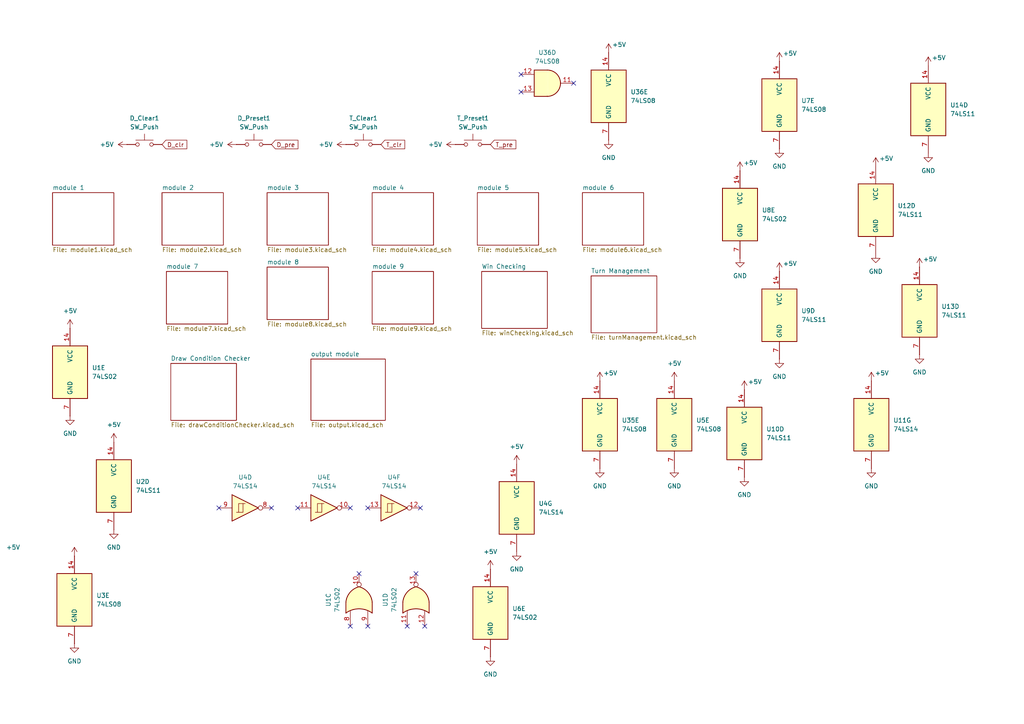
<source format=kicad_sch>
(kicad_sch
	(version 20250114)
	(generator "eeschema")
	(generator_version "9.0")
	(uuid "0f222bc9-c86a-4c26-921d-459394749d18")
	(paper "A4")
	(lib_symbols
		(symbol "74xx:74LS02"
			(pin_names
				(offset 1.016)
			)
			(exclude_from_sim no)
			(in_bom yes)
			(on_board yes)
			(property "Reference" "U"
				(at 0 1.27 0)
				(effects
					(font
						(size 1.27 1.27)
					)
				)
			)
			(property "Value" "74LS02"
				(at 0 -1.27 0)
				(effects
					(font
						(size 1.27 1.27)
					)
				)
			)
			(property "Footprint" ""
				(at 0 0 0)
				(effects
					(font
						(size 1.27 1.27)
					)
					(hide yes)
				)
			)
			(property "Datasheet" "http://www.ti.com/lit/gpn/sn74ls02"
				(at 0 0 0)
				(effects
					(font
						(size 1.27 1.27)
					)
					(hide yes)
				)
			)
			(property "Description" "quad 2-input NOR gate"
				(at 0 0 0)
				(effects
					(font
						(size 1.27 1.27)
					)
					(hide yes)
				)
			)
			(property "ki_locked" ""
				(at 0 0 0)
				(effects
					(font
						(size 1.27 1.27)
					)
				)
			)
			(property "ki_keywords" "TTL Nor2"
				(at 0 0 0)
				(effects
					(font
						(size 1.27 1.27)
					)
					(hide yes)
				)
			)
			(property "ki_fp_filters" "SO14* DIP*W7.62mm*"
				(at 0 0 0)
				(effects
					(font
						(size 1.27 1.27)
					)
					(hide yes)
				)
			)
			(symbol "74LS02_1_1"
				(arc
					(start -3.81 3.81)
					(mid -2.589 0)
					(end -3.81 -3.81)
					(stroke
						(width 0.254)
						(type default)
					)
					(fill
						(type none)
					)
				)
				(polyline
					(pts
						(xy -3.81 3.81) (xy -0.635 3.81)
					)
					(stroke
						(width 0.254)
						(type default)
					)
					(fill
						(type background)
					)
				)
				(polyline
					(pts
						(xy -3.81 -3.81) (xy -0.635 -3.81)
					)
					(stroke
						(width 0.254)
						(type default)
					)
					(fill
						(type background)
					)
				)
				(arc
					(start 3.81 0)
					(mid 2.1855 -2.584)
					(end -0.6096 -3.81)
					(stroke
						(width 0.254)
						(type default)
					)
					(fill
						(type background)
					)
				)
				(arc
					(start -0.6096 3.81)
					(mid 2.1928 2.5924)
					(end 3.81 0)
					(stroke
						(width 0.254)
						(type default)
					)
					(fill
						(type background)
					)
				)
				(polyline
					(pts
						(xy -0.635 3.81) (xy -3.81 3.81) (xy -3.81 3.81) (xy -3.556 3.4036) (xy -3.0226 2.2606) (xy -2.6924 1.0414)
						(xy -2.6162 -0.254) (xy -2.7686 -1.4986) (xy -3.175 -2.7178) (xy -3.81 -3.81) (xy -3.81 -3.81)
						(xy -0.635 -3.81)
					)
					(stroke
						(width -25.4)
						(type default)
					)
					(fill
						(type background)
					)
				)
				(pin input line
					(at -7.62 2.54 0)
					(length 4.318)
					(name "~"
						(effects
							(font
								(size 1.27 1.27)
							)
						)
					)
					(number "2"
						(effects
							(font
								(size 1.27 1.27)
							)
						)
					)
				)
				(pin input line
					(at -7.62 -2.54 0)
					(length 4.318)
					(name "~"
						(effects
							(font
								(size 1.27 1.27)
							)
						)
					)
					(number "3"
						(effects
							(font
								(size 1.27 1.27)
							)
						)
					)
				)
				(pin output inverted
					(at 7.62 0 180)
					(length 3.81)
					(name "~"
						(effects
							(font
								(size 1.27 1.27)
							)
						)
					)
					(number "1"
						(effects
							(font
								(size 1.27 1.27)
							)
						)
					)
				)
			)
			(symbol "74LS02_1_2"
				(arc
					(start 0 3.81)
					(mid 3.7934 0)
					(end 0 -3.81)
					(stroke
						(width 0.254)
						(type default)
					)
					(fill
						(type background)
					)
				)
				(polyline
					(pts
						(xy 0 3.81) (xy -3.81 3.81) (xy -3.81 -3.81) (xy 0 -3.81)
					)
					(stroke
						(width 0.254)
						(type default)
					)
					(fill
						(type background)
					)
				)
				(pin input inverted
					(at -7.62 2.54 0)
					(length 3.81)
					(name "~"
						(effects
							(font
								(size 1.27 1.27)
							)
						)
					)
					(number "2"
						(effects
							(font
								(size 1.27 1.27)
							)
						)
					)
				)
				(pin input inverted
					(at -7.62 -2.54 0)
					(length 3.81)
					(name "~"
						(effects
							(font
								(size 1.27 1.27)
							)
						)
					)
					(number "3"
						(effects
							(font
								(size 1.27 1.27)
							)
						)
					)
				)
				(pin output line
					(at 7.62 0 180)
					(length 3.81)
					(name "~"
						(effects
							(font
								(size 1.27 1.27)
							)
						)
					)
					(number "1"
						(effects
							(font
								(size 1.27 1.27)
							)
						)
					)
				)
			)
			(symbol "74LS02_2_1"
				(arc
					(start -3.81 3.81)
					(mid -2.589 0)
					(end -3.81 -3.81)
					(stroke
						(width 0.254)
						(type default)
					)
					(fill
						(type none)
					)
				)
				(polyline
					(pts
						(xy -3.81 3.81) (xy -0.635 3.81)
					)
					(stroke
						(width 0.254)
						(type default)
					)
					(fill
						(type background)
					)
				)
				(polyline
					(pts
						(xy -3.81 -3.81) (xy -0.635 -3.81)
					)
					(stroke
						(width 0.254)
						(type default)
					)
					(fill
						(type background)
					)
				)
				(arc
					(start 3.81 0)
					(mid 2.1855 -2.584)
					(end -0.6096 -3.81)
					(stroke
						(width 0.254)
						(type default)
					)
					(fill
						(type background)
					)
				)
				(arc
					(start -0.6096 3.81)
					(mid 2.1928 2.5924)
					(end 3.81 0)
					(stroke
						(width 0.254)
						(type default)
					)
					(fill
						(type background)
					)
				)
				(polyline
					(pts
						(xy -0.635 3.81) (xy -3.81 3.81) (xy -3.81 3.81) (xy -3.556 3.4036) (xy -3.0226 2.2606) (xy -2.6924 1.0414)
						(xy -2.6162 -0.254) (xy -2.7686 -1.4986) (xy -3.175 -2.7178) (xy -3.81 -3.81) (xy -3.81 -3.81)
						(xy -0.635 -3.81)
					)
					(stroke
						(width -25.4)
						(type default)
					)
					(fill
						(type background)
					)
				)
				(pin input line
					(at -7.62 2.54 0)
					(length 4.318)
					(name "~"
						(effects
							(font
								(size 1.27 1.27)
							)
						)
					)
					(number "5"
						(effects
							(font
								(size 1.27 1.27)
							)
						)
					)
				)
				(pin input line
					(at -7.62 -2.54 0)
					(length 4.318)
					(name "~"
						(effects
							(font
								(size 1.27 1.27)
							)
						)
					)
					(number "6"
						(effects
							(font
								(size 1.27 1.27)
							)
						)
					)
				)
				(pin output inverted
					(at 7.62 0 180)
					(length 3.81)
					(name "~"
						(effects
							(font
								(size 1.27 1.27)
							)
						)
					)
					(number "4"
						(effects
							(font
								(size 1.27 1.27)
							)
						)
					)
				)
			)
			(symbol "74LS02_2_2"
				(arc
					(start 0 3.81)
					(mid 3.7934 0)
					(end 0 -3.81)
					(stroke
						(width 0.254)
						(type default)
					)
					(fill
						(type background)
					)
				)
				(polyline
					(pts
						(xy 0 3.81) (xy -3.81 3.81) (xy -3.81 -3.81) (xy 0 -3.81)
					)
					(stroke
						(width 0.254)
						(type default)
					)
					(fill
						(type background)
					)
				)
				(pin input inverted
					(at -7.62 2.54 0)
					(length 3.81)
					(name "~"
						(effects
							(font
								(size 1.27 1.27)
							)
						)
					)
					(number "5"
						(effects
							(font
								(size 1.27 1.27)
							)
						)
					)
				)
				(pin input inverted
					(at -7.62 -2.54 0)
					(length 3.81)
					(name "~"
						(effects
							(font
								(size 1.27 1.27)
							)
						)
					)
					(number "6"
						(effects
							(font
								(size 1.27 1.27)
							)
						)
					)
				)
				(pin output line
					(at 7.62 0 180)
					(length 3.81)
					(name "~"
						(effects
							(font
								(size 1.27 1.27)
							)
						)
					)
					(number "4"
						(effects
							(font
								(size 1.27 1.27)
							)
						)
					)
				)
			)
			(symbol "74LS02_3_1"
				(arc
					(start -3.81 3.81)
					(mid -2.589 0)
					(end -3.81 -3.81)
					(stroke
						(width 0.254)
						(type default)
					)
					(fill
						(type none)
					)
				)
				(polyline
					(pts
						(xy -3.81 3.81) (xy -0.635 3.81)
					)
					(stroke
						(width 0.254)
						(type default)
					)
					(fill
						(type background)
					)
				)
				(polyline
					(pts
						(xy -3.81 -3.81) (xy -0.635 -3.81)
					)
					(stroke
						(width 0.254)
						(type default)
					)
					(fill
						(type background)
					)
				)
				(arc
					(start 3.81 0)
					(mid 2.1855 -2.584)
					(end -0.6096 -3.81)
					(stroke
						(width 0.254)
						(type default)
					)
					(fill
						(type background)
					)
				)
				(arc
					(start -0.6096 3.81)
					(mid 2.1928 2.5924)
					(end 3.81 0)
					(stroke
						(width 0.254)
						(type default)
					)
					(fill
						(type background)
					)
				)
				(polyline
					(pts
						(xy -0.635 3.81) (xy -3.81 3.81) (xy -3.81 3.81) (xy -3.556 3.4036) (xy -3.0226 2.2606) (xy -2.6924 1.0414)
						(xy -2.6162 -0.254) (xy -2.7686 -1.4986) (xy -3.175 -2.7178) (xy -3.81 -3.81) (xy -3.81 -3.81)
						(xy -0.635 -3.81)
					)
					(stroke
						(width -25.4)
						(type default)
					)
					(fill
						(type background)
					)
				)
				(pin input line
					(at -7.62 2.54 0)
					(length 4.318)
					(name "~"
						(effects
							(font
								(size 1.27 1.27)
							)
						)
					)
					(number "8"
						(effects
							(font
								(size 1.27 1.27)
							)
						)
					)
				)
				(pin input line
					(at -7.62 -2.54 0)
					(length 4.318)
					(name "~"
						(effects
							(font
								(size 1.27 1.27)
							)
						)
					)
					(number "9"
						(effects
							(font
								(size 1.27 1.27)
							)
						)
					)
				)
				(pin output inverted
					(at 7.62 0 180)
					(length 3.81)
					(name "~"
						(effects
							(font
								(size 1.27 1.27)
							)
						)
					)
					(number "10"
						(effects
							(font
								(size 1.27 1.27)
							)
						)
					)
				)
			)
			(symbol "74LS02_3_2"
				(arc
					(start 0 3.81)
					(mid 3.7934 0)
					(end 0 -3.81)
					(stroke
						(width 0.254)
						(type default)
					)
					(fill
						(type background)
					)
				)
				(polyline
					(pts
						(xy 0 3.81) (xy -3.81 3.81) (xy -3.81 -3.81) (xy 0 -3.81)
					)
					(stroke
						(width 0.254)
						(type default)
					)
					(fill
						(type background)
					)
				)
				(pin input inverted
					(at -7.62 2.54 0)
					(length 3.81)
					(name "~"
						(effects
							(font
								(size 1.27 1.27)
							)
						)
					)
					(number "8"
						(effects
							(font
								(size 1.27 1.27)
							)
						)
					)
				)
				(pin input inverted
					(at -7.62 -2.54 0)
					(length 3.81)
					(name "~"
						(effects
							(font
								(size 1.27 1.27)
							)
						)
					)
					(number "9"
						(effects
							(font
								(size 1.27 1.27)
							)
						)
					)
				)
				(pin output line
					(at 7.62 0 180)
					(length 3.81)
					(name "~"
						(effects
							(font
								(size 1.27 1.27)
							)
						)
					)
					(number "10"
						(effects
							(font
								(size 1.27 1.27)
							)
						)
					)
				)
			)
			(symbol "74LS02_4_1"
				(arc
					(start -3.81 3.81)
					(mid -2.589 0)
					(end -3.81 -3.81)
					(stroke
						(width 0.254)
						(type default)
					)
					(fill
						(type none)
					)
				)
				(polyline
					(pts
						(xy -3.81 3.81) (xy -0.635 3.81)
					)
					(stroke
						(width 0.254)
						(type default)
					)
					(fill
						(type background)
					)
				)
				(polyline
					(pts
						(xy -3.81 -3.81) (xy -0.635 -3.81)
					)
					(stroke
						(width 0.254)
						(type default)
					)
					(fill
						(type background)
					)
				)
				(arc
					(start 3.81 0)
					(mid 2.1855 -2.584)
					(end -0.6096 -3.81)
					(stroke
						(width 0.254)
						(type default)
					)
					(fill
						(type background)
					)
				)
				(arc
					(start -0.6096 3.81)
					(mid 2.1928 2.5924)
					(end 3.81 0)
					(stroke
						(width 0.254)
						(type default)
					)
					(fill
						(type background)
					)
				)
				(polyline
					(pts
						(xy -0.635 3.81) (xy -3.81 3.81) (xy -3.81 3.81) (xy -3.556 3.4036) (xy -3.0226 2.2606) (xy -2.6924 1.0414)
						(xy -2.6162 -0.254) (xy -2.7686 -1.4986) (xy -3.175 -2.7178) (xy -3.81 -3.81) (xy -3.81 -3.81)
						(xy -0.635 -3.81)
					)
					(stroke
						(width -25.4)
						(type default)
					)
					(fill
						(type background)
					)
				)
				(pin input line
					(at -7.62 2.54 0)
					(length 4.318)
					(name "~"
						(effects
							(font
								(size 1.27 1.27)
							)
						)
					)
					(number "11"
						(effects
							(font
								(size 1.27 1.27)
							)
						)
					)
				)
				(pin input line
					(at -7.62 -2.54 0)
					(length 4.318)
					(name "~"
						(effects
							(font
								(size 1.27 1.27)
							)
						)
					)
					(number "12"
						(effects
							(font
								(size 1.27 1.27)
							)
						)
					)
				)
				(pin output inverted
					(at 7.62 0 180)
					(length 3.81)
					(name "~"
						(effects
							(font
								(size 1.27 1.27)
							)
						)
					)
					(number "13"
						(effects
							(font
								(size 1.27 1.27)
							)
						)
					)
				)
			)
			(symbol "74LS02_4_2"
				(arc
					(start 0 3.81)
					(mid 3.7934 0)
					(end 0 -3.81)
					(stroke
						(width 0.254)
						(type default)
					)
					(fill
						(type background)
					)
				)
				(polyline
					(pts
						(xy 0 3.81) (xy -3.81 3.81) (xy -3.81 -3.81) (xy 0 -3.81)
					)
					(stroke
						(width 0.254)
						(type default)
					)
					(fill
						(type background)
					)
				)
				(pin input inverted
					(at -7.62 2.54 0)
					(length 3.81)
					(name "~"
						(effects
							(font
								(size 1.27 1.27)
							)
						)
					)
					(number "11"
						(effects
							(font
								(size 1.27 1.27)
							)
						)
					)
				)
				(pin input inverted
					(at -7.62 -2.54 0)
					(length 3.81)
					(name "~"
						(effects
							(font
								(size 1.27 1.27)
							)
						)
					)
					(number "12"
						(effects
							(font
								(size 1.27 1.27)
							)
						)
					)
				)
				(pin output line
					(at 7.62 0 180)
					(length 3.81)
					(name "~"
						(effects
							(font
								(size 1.27 1.27)
							)
						)
					)
					(number "13"
						(effects
							(font
								(size 1.27 1.27)
							)
						)
					)
				)
			)
			(symbol "74LS02_5_0"
				(pin power_in line
					(at 0 12.7 270)
					(length 5.08)
					(name "VCC"
						(effects
							(font
								(size 1.27 1.27)
							)
						)
					)
					(number "14"
						(effects
							(font
								(size 1.27 1.27)
							)
						)
					)
				)
				(pin power_in line
					(at 0 -12.7 90)
					(length 5.08)
					(name "GND"
						(effects
							(font
								(size 1.27 1.27)
							)
						)
					)
					(number "7"
						(effects
							(font
								(size 1.27 1.27)
							)
						)
					)
				)
			)
			(symbol "74LS02_5_1"
				(rectangle
					(start -5.08 7.62)
					(end 5.08 -7.62)
					(stroke
						(width 0.254)
						(type default)
					)
					(fill
						(type background)
					)
				)
			)
			(embedded_fonts no)
		)
		(symbol "74xx:74LS08"
			(pin_names
				(offset 1.016)
			)
			(exclude_from_sim no)
			(in_bom yes)
			(on_board yes)
			(property "Reference" "U"
				(at 0 1.27 0)
				(effects
					(font
						(size 1.27 1.27)
					)
				)
			)
			(property "Value" "74LS08"
				(at 0 -1.27 0)
				(effects
					(font
						(size 1.27 1.27)
					)
				)
			)
			(property "Footprint" ""
				(at 0 0 0)
				(effects
					(font
						(size 1.27 1.27)
					)
					(hide yes)
				)
			)
			(property "Datasheet" "http://www.ti.com/lit/gpn/sn74LS08"
				(at 0 0 0)
				(effects
					(font
						(size 1.27 1.27)
					)
					(hide yes)
				)
			)
			(property "Description" "Quad And2"
				(at 0 0 0)
				(effects
					(font
						(size 1.27 1.27)
					)
					(hide yes)
				)
			)
			(property "ki_locked" ""
				(at 0 0 0)
				(effects
					(font
						(size 1.27 1.27)
					)
				)
			)
			(property "ki_keywords" "TTL and2"
				(at 0 0 0)
				(effects
					(font
						(size 1.27 1.27)
					)
					(hide yes)
				)
			)
			(property "ki_fp_filters" "DIP*W7.62mm*"
				(at 0 0 0)
				(effects
					(font
						(size 1.27 1.27)
					)
					(hide yes)
				)
			)
			(symbol "74LS08_1_1"
				(arc
					(start 0 3.81)
					(mid 3.7934 0)
					(end 0 -3.81)
					(stroke
						(width 0.254)
						(type default)
					)
					(fill
						(type background)
					)
				)
				(polyline
					(pts
						(xy 0 3.81) (xy -3.81 3.81) (xy -3.81 -3.81) (xy 0 -3.81)
					)
					(stroke
						(width 0.254)
						(type default)
					)
					(fill
						(type background)
					)
				)
				(pin input line
					(at -7.62 2.54 0)
					(length 3.81)
					(name "~"
						(effects
							(font
								(size 1.27 1.27)
							)
						)
					)
					(number "1"
						(effects
							(font
								(size 1.27 1.27)
							)
						)
					)
				)
				(pin input line
					(at -7.62 -2.54 0)
					(length 3.81)
					(name "~"
						(effects
							(font
								(size 1.27 1.27)
							)
						)
					)
					(number "2"
						(effects
							(font
								(size 1.27 1.27)
							)
						)
					)
				)
				(pin output line
					(at 7.62 0 180)
					(length 3.81)
					(name "~"
						(effects
							(font
								(size 1.27 1.27)
							)
						)
					)
					(number "3"
						(effects
							(font
								(size 1.27 1.27)
							)
						)
					)
				)
			)
			(symbol "74LS08_1_2"
				(arc
					(start -3.81 3.81)
					(mid -2.589 0)
					(end -3.81 -3.81)
					(stroke
						(width 0.254)
						(type default)
					)
					(fill
						(type none)
					)
				)
				(polyline
					(pts
						(xy -3.81 3.81) (xy -0.635 3.81)
					)
					(stroke
						(width 0.254)
						(type default)
					)
					(fill
						(type background)
					)
				)
				(polyline
					(pts
						(xy -3.81 -3.81) (xy -0.635 -3.81)
					)
					(stroke
						(width 0.254)
						(type default)
					)
					(fill
						(type background)
					)
				)
				(arc
					(start 3.81 0)
					(mid 2.1855 -2.584)
					(end -0.6096 -3.81)
					(stroke
						(width 0.254)
						(type default)
					)
					(fill
						(type background)
					)
				)
				(arc
					(start -0.6096 3.81)
					(mid 2.1928 2.5924)
					(end 3.81 0)
					(stroke
						(width 0.254)
						(type default)
					)
					(fill
						(type background)
					)
				)
				(polyline
					(pts
						(xy -0.635 3.81) (xy -3.81 3.81) (xy -3.81 3.81) (xy -3.556 3.4036) (xy -3.0226 2.2606) (xy -2.6924 1.0414)
						(xy -2.6162 -0.254) (xy -2.7686 -1.4986) (xy -3.175 -2.7178) (xy -3.81 -3.81) (xy -3.81 -3.81)
						(xy -0.635 -3.81)
					)
					(stroke
						(width -25.4)
						(type default)
					)
					(fill
						(type background)
					)
				)
				(pin input inverted
					(at -7.62 2.54 0)
					(length 4.318)
					(name "~"
						(effects
							(font
								(size 1.27 1.27)
							)
						)
					)
					(number "1"
						(effects
							(font
								(size 1.27 1.27)
							)
						)
					)
				)
				(pin input inverted
					(at -7.62 -2.54 0)
					(length 4.318)
					(name "~"
						(effects
							(font
								(size 1.27 1.27)
							)
						)
					)
					(number "2"
						(effects
							(font
								(size 1.27 1.27)
							)
						)
					)
				)
				(pin output inverted
					(at 7.62 0 180)
					(length 3.81)
					(name "~"
						(effects
							(font
								(size 1.27 1.27)
							)
						)
					)
					(number "3"
						(effects
							(font
								(size 1.27 1.27)
							)
						)
					)
				)
			)
			(symbol "74LS08_2_1"
				(arc
					(start 0 3.81)
					(mid 3.7934 0)
					(end 0 -3.81)
					(stroke
						(width 0.254)
						(type default)
					)
					(fill
						(type background)
					)
				)
				(polyline
					(pts
						(xy 0 3.81) (xy -3.81 3.81) (xy -3.81 -3.81) (xy 0 -3.81)
					)
					(stroke
						(width 0.254)
						(type default)
					)
					(fill
						(type background)
					)
				)
				(pin input line
					(at -7.62 2.54 0)
					(length 3.81)
					(name "~"
						(effects
							(font
								(size 1.27 1.27)
							)
						)
					)
					(number "4"
						(effects
							(font
								(size 1.27 1.27)
							)
						)
					)
				)
				(pin input line
					(at -7.62 -2.54 0)
					(length 3.81)
					(name "~"
						(effects
							(font
								(size 1.27 1.27)
							)
						)
					)
					(number "5"
						(effects
							(font
								(size 1.27 1.27)
							)
						)
					)
				)
				(pin output line
					(at 7.62 0 180)
					(length 3.81)
					(name "~"
						(effects
							(font
								(size 1.27 1.27)
							)
						)
					)
					(number "6"
						(effects
							(font
								(size 1.27 1.27)
							)
						)
					)
				)
			)
			(symbol "74LS08_2_2"
				(arc
					(start -3.81 3.81)
					(mid -2.589 0)
					(end -3.81 -3.81)
					(stroke
						(width 0.254)
						(type default)
					)
					(fill
						(type none)
					)
				)
				(polyline
					(pts
						(xy -3.81 3.81) (xy -0.635 3.81)
					)
					(stroke
						(width 0.254)
						(type default)
					)
					(fill
						(type background)
					)
				)
				(polyline
					(pts
						(xy -3.81 -3.81) (xy -0.635 -3.81)
					)
					(stroke
						(width 0.254)
						(type default)
					)
					(fill
						(type background)
					)
				)
				(arc
					(start 3.81 0)
					(mid 2.1855 -2.584)
					(end -0.6096 -3.81)
					(stroke
						(width 0.254)
						(type default)
					)
					(fill
						(type background)
					)
				)
				(arc
					(start -0.6096 3.81)
					(mid 2.1928 2.5924)
					(end 3.81 0)
					(stroke
						(width 0.254)
						(type default)
					)
					(fill
						(type background)
					)
				)
				(polyline
					(pts
						(xy -0.635 3.81) (xy -3.81 3.81) (xy -3.81 3.81) (xy -3.556 3.4036) (xy -3.0226 2.2606) (xy -2.6924 1.0414)
						(xy -2.6162 -0.254) (xy -2.7686 -1.4986) (xy -3.175 -2.7178) (xy -3.81 -3.81) (xy -3.81 -3.81)
						(xy -0.635 -3.81)
					)
					(stroke
						(width -25.4)
						(type default)
					)
					(fill
						(type background)
					)
				)
				(pin input inverted
					(at -7.62 2.54 0)
					(length 4.318)
					(name "~"
						(effects
							(font
								(size 1.27 1.27)
							)
						)
					)
					(number "4"
						(effects
							(font
								(size 1.27 1.27)
							)
						)
					)
				)
				(pin input inverted
					(at -7.62 -2.54 0)
					(length 4.318)
					(name "~"
						(effects
							(font
								(size 1.27 1.27)
							)
						)
					)
					(number "5"
						(effects
							(font
								(size 1.27 1.27)
							)
						)
					)
				)
				(pin output inverted
					(at 7.62 0 180)
					(length 3.81)
					(name "~"
						(effects
							(font
								(size 1.27 1.27)
							)
						)
					)
					(number "6"
						(effects
							(font
								(size 1.27 1.27)
							)
						)
					)
				)
			)
			(symbol "74LS08_3_1"
				(arc
					(start 0 3.81)
					(mid 3.7934 0)
					(end 0 -3.81)
					(stroke
						(width 0.254)
						(type default)
					)
					(fill
						(type background)
					)
				)
				(polyline
					(pts
						(xy 0 3.81) (xy -3.81 3.81) (xy -3.81 -3.81) (xy 0 -3.81)
					)
					(stroke
						(width 0.254)
						(type default)
					)
					(fill
						(type background)
					)
				)
				(pin input line
					(at -7.62 2.54 0)
					(length 3.81)
					(name "~"
						(effects
							(font
								(size 1.27 1.27)
							)
						)
					)
					(number "9"
						(effects
							(font
								(size 1.27 1.27)
							)
						)
					)
				)
				(pin input line
					(at -7.62 -2.54 0)
					(length 3.81)
					(name "~"
						(effects
							(font
								(size 1.27 1.27)
							)
						)
					)
					(number "10"
						(effects
							(font
								(size 1.27 1.27)
							)
						)
					)
				)
				(pin output line
					(at 7.62 0 180)
					(length 3.81)
					(name "~"
						(effects
							(font
								(size 1.27 1.27)
							)
						)
					)
					(number "8"
						(effects
							(font
								(size 1.27 1.27)
							)
						)
					)
				)
			)
			(symbol "74LS08_3_2"
				(arc
					(start -3.81 3.81)
					(mid -2.589 0)
					(end -3.81 -3.81)
					(stroke
						(width 0.254)
						(type default)
					)
					(fill
						(type none)
					)
				)
				(polyline
					(pts
						(xy -3.81 3.81) (xy -0.635 3.81)
					)
					(stroke
						(width 0.254)
						(type default)
					)
					(fill
						(type background)
					)
				)
				(polyline
					(pts
						(xy -3.81 -3.81) (xy -0.635 -3.81)
					)
					(stroke
						(width 0.254)
						(type default)
					)
					(fill
						(type background)
					)
				)
				(arc
					(start 3.81 0)
					(mid 2.1855 -2.584)
					(end -0.6096 -3.81)
					(stroke
						(width 0.254)
						(type default)
					)
					(fill
						(type background)
					)
				)
				(arc
					(start -0.6096 3.81)
					(mid 2.1928 2.5924)
					(end 3.81 0)
					(stroke
						(width 0.254)
						(type default)
					)
					(fill
						(type background)
					)
				)
				(polyline
					(pts
						(xy -0.635 3.81) (xy -3.81 3.81) (xy -3.81 3.81) (xy -3.556 3.4036) (xy -3.0226 2.2606) (xy -2.6924 1.0414)
						(xy -2.6162 -0.254) (xy -2.7686 -1.4986) (xy -3.175 -2.7178) (xy -3.81 -3.81) (xy -3.81 -3.81)
						(xy -0.635 -3.81)
					)
					(stroke
						(width -25.4)
						(type default)
					)
					(fill
						(type background)
					)
				)
				(pin input inverted
					(at -7.62 2.54 0)
					(length 4.318)
					(name "~"
						(effects
							(font
								(size 1.27 1.27)
							)
						)
					)
					(number "9"
						(effects
							(font
								(size 1.27 1.27)
							)
						)
					)
				)
				(pin input inverted
					(at -7.62 -2.54 0)
					(length 4.318)
					(name "~"
						(effects
							(font
								(size 1.27 1.27)
							)
						)
					)
					(number "10"
						(effects
							(font
								(size 1.27 1.27)
							)
						)
					)
				)
				(pin output inverted
					(at 7.62 0 180)
					(length 3.81)
					(name "~"
						(effects
							(font
								(size 1.27 1.27)
							)
						)
					)
					(number "8"
						(effects
							(font
								(size 1.27 1.27)
							)
						)
					)
				)
			)
			(symbol "74LS08_4_1"
				(arc
					(start 0 3.81)
					(mid 3.7934 0)
					(end 0 -3.81)
					(stroke
						(width 0.254)
						(type default)
					)
					(fill
						(type background)
					)
				)
				(polyline
					(pts
						(xy 0 3.81) (xy -3.81 3.81) (xy -3.81 -3.81) (xy 0 -3.81)
					)
					(stroke
						(width 0.254)
						(type default)
					)
					(fill
						(type background)
					)
				)
				(pin input line
					(at -7.62 2.54 0)
					(length 3.81)
					(name "~"
						(effects
							(font
								(size 1.27 1.27)
							)
						)
					)
					(number "12"
						(effects
							(font
								(size 1.27 1.27)
							)
						)
					)
				)
				(pin input line
					(at -7.62 -2.54 0)
					(length 3.81)
					(name "~"
						(effects
							(font
								(size 1.27 1.27)
							)
						)
					)
					(number "13"
						(effects
							(font
								(size 1.27 1.27)
							)
						)
					)
				)
				(pin output line
					(at 7.62 0 180)
					(length 3.81)
					(name "~"
						(effects
							(font
								(size 1.27 1.27)
							)
						)
					)
					(number "11"
						(effects
							(font
								(size 1.27 1.27)
							)
						)
					)
				)
			)
			(symbol "74LS08_4_2"
				(arc
					(start -3.81 3.81)
					(mid -2.589 0)
					(end -3.81 -3.81)
					(stroke
						(width 0.254)
						(type default)
					)
					(fill
						(type none)
					)
				)
				(polyline
					(pts
						(xy -3.81 3.81) (xy -0.635 3.81)
					)
					(stroke
						(width 0.254)
						(type default)
					)
					(fill
						(type background)
					)
				)
				(polyline
					(pts
						(xy -3.81 -3.81) (xy -0.635 -3.81)
					)
					(stroke
						(width 0.254)
						(type default)
					)
					(fill
						(type background)
					)
				)
				(arc
					(start 3.81 0)
					(mid 2.1855 -2.584)
					(end -0.6096 -3.81)
					(stroke
						(width 0.254)
						(type default)
					)
					(fill
						(type background)
					)
				)
				(arc
					(start -0.6096 3.81)
					(mid 2.1928 2.5924)
					(end 3.81 0)
					(stroke
						(width 0.254)
						(type default)
					)
					(fill
						(type background)
					)
				)
				(polyline
					(pts
						(xy -0.635 3.81) (xy -3.81 3.81) (xy -3.81 3.81) (xy -3.556 3.4036) (xy -3.0226 2.2606) (xy -2.6924 1.0414)
						(xy -2.6162 -0.254) (xy -2.7686 -1.4986) (xy -3.175 -2.7178) (xy -3.81 -3.81) (xy -3.81 -3.81)
						(xy -0.635 -3.81)
					)
					(stroke
						(width -25.4)
						(type default)
					)
					(fill
						(type background)
					)
				)
				(pin input inverted
					(at -7.62 2.54 0)
					(length 4.318)
					(name "~"
						(effects
							(font
								(size 1.27 1.27)
							)
						)
					)
					(number "12"
						(effects
							(font
								(size 1.27 1.27)
							)
						)
					)
				)
				(pin input inverted
					(at -7.62 -2.54 0)
					(length 4.318)
					(name "~"
						(effects
							(font
								(size 1.27 1.27)
							)
						)
					)
					(number "13"
						(effects
							(font
								(size 1.27 1.27)
							)
						)
					)
				)
				(pin output inverted
					(at 7.62 0 180)
					(length 3.81)
					(name "~"
						(effects
							(font
								(size 1.27 1.27)
							)
						)
					)
					(number "11"
						(effects
							(font
								(size 1.27 1.27)
							)
						)
					)
				)
			)
			(symbol "74LS08_5_0"
				(pin power_in line
					(at 0 12.7 270)
					(length 5.08)
					(name "VCC"
						(effects
							(font
								(size 1.27 1.27)
							)
						)
					)
					(number "14"
						(effects
							(font
								(size 1.27 1.27)
							)
						)
					)
				)
				(pin power_in line
					(at 0 -12.7 90)
					(length 5.08)
					(name "GND"
						(effects
							(font
								(size 1.27 1.27)
							)
						)
					)
					(number "7"
						(effects
							(font
								(size 1.27 1.27)
							)
						)
					)
				)
			)
			(symbol "74LS08_5_1"
				(rectangle
					(start -5.08 7.62)
					(end 5.08 -7.62)
					(stroke
						(width 0.254)
						(type default)
					)
					(fill
						(type background)
					)
				)
			)
			(embedded_fonts no)
		)
		(symbol "74xx:74LS11"
			(pin_names
				(offset 1.016)
			)
			(exclude_from_sim no)
			(in_bom yes)
			(on_board yes)
			(property "Reference" "U"
				(at 0 1.27 0)
				(effects
					(font
						(size 1.27 1.27)
					)
				)
			)
			(property "Value" "74LS11"
				(at 0 -1.27 0)
				(effects
					(font
						(size 1.27 1.27)
					)
				)
			)
			(property "Footprint" ""
				(at 0 0 0)
				(effects
					(font
						(size 1.27 1.27)
					)
					(hide yes)
				)
			)
			(property "Datasheet" "http://www.ti.com/lit/gpn/sn74LS11"
				(at 0 0 0)
				(effects
					(font
						(size 1.27 1.27)
					)
					(hide yes)
				)
			)
			(property "Description" "Triple 3-input AND"
				(at 0 0 0)
				(effects
					(font
						(size 1.27 1.27)
					)
					(hide yes)
				)
			)
			(property "ki_locked" ""
				(at 0 0 0)
				(effects
					(font
						(size 1.27 1.27)
					)
				)
			)
			(property "ki_keywords" "TTL And3"
				(at 0 0 0)
				(effects
					(font
						(size 1.27 1.27)
					)
					(hide yes)
				)
			)
			(property "ki_fp_filters" "DIP*W7.62mm*"
				(at 0 0 0)
				(effects
					(font
						(size 1.27 1.27)
					)
					(hide yes)
				)
			)
			(symbol "74LS11_1_1"
				(arc
					(start 0 3.81)
					(mid 3.7934 0)
					(end 0 -3.81)
					(stroke
						(width 0.254)
						(type default)
					)
					(fill
						(type background)
					)
				)
				(polyline
					(pts
						(xy 0 3.81) (xy -3.81 3.81) (xy -3.81 -3.81) (xy 0 -3.81)
					)
					(stroke
						(width 0.254)
						(type default)
					)
					(fill
						(type background)
					)
				)
				(pin input line
					(at -7.62 2.54 0)
					(length 3.81)
					(name "~"
						(effects
							(font
								(size 1.27 1.27)
							)
						)
					)
					(number "1"
						(effects
							(font
								(size 1.27 1.27)
							)
						)
					)
				)
				(pin input line
					(at -7.62 0 0)
					(length 3.81)
					(name "~"
						(effects
							(font
								(size 1.27 1.27)
							)
						)
					)
					(number "2"
						(effects
							(font
								(size 1.27 1.27)
							)
						)
					)
				)
				(pin input line
					(at -7.62 -2.54 0)
					(length 3.81)
					(name "~"
						(effects
							(font
								(size 1.27 1.27)
							)
						)
					)
					(number "13"
						(effects
							(font
								(size 1.27 1.27)
							)
						)
					)
				)
				(pin output line
					(at 7.62 0 180)
					(length 3.81)
					(name "~"
						(effects
							(font
								(size 1.27 1.27)
							)
						)
					)
					(number "12"
						(effects
							(font
								(size 1.27 1.27)
							)
						)
					)
				)
			)
			(symbol "74LS11_1_2"
				(arc
					(start -3.81 3.81)
					(mid -2.589 0)
					(end -3.81 -3.81)
					(stroke
						(width 0.254)
						(type default)
					)
					(fill
						(type none)
					)
				)
				(polyline
					(pts
						(xy -3.81 3.81) (xy -0.635 3.81)
					)
					(stroke
						(width 0.254)
						(type default)
					)
					(fill
						(type background)
					)
				)
				(polyline
					(pts
						(xy -3.81 -3.81) (xy -0.635 -3.81)
					)
					(stroke
						(width 0.254)
						(type default)
					)
					(fill
						(type background)
					)
				)
				(arc
					(start 3.81 0)
					(mid 2.1855 -2.584)
					(end -0.6096 -3.81)
					(stroke
						(width 0.254)
						(type default)
					)
					(fill
						(type background)
					)
				)
				(arc
					(start -0.6096 3.81)
					(mid 2.1928 2.5924)
					(end 3.81 0)
					(stroke
						(width 0.254)
						(type default)
					)
					(fill
						(type background)
					)
				)
				(polyline
					(pts
						(xy -0.635 3.81) (xy -3.81 3.81) (xy -3.81 3.81) (xy -3.556 3.4036) (xy -3.0226 2.2606) (xy -2.6924 1.0414)
						(xy -2.6162 -0.254) (xy -2.7686 -1.4986) (xy -3.175 -2.7178) (xy -3.81 -3.81) (xy -3.81 -3.81)
						(xy -0.635 -3.81)
					)
					(stroke
						(width -25.4)
						(type default)
					)
					(fill
						(type background)
					)
				)
				(pin input inverted
					(at -7.62 2.54 0)
					(length 4.318)
					(name "~"
						(effects
							(font
								(size 1.27 1.27)
							)
						)
					)
					(number "1"
						(effects
							(font
								(size 1.27 1.27)
							)
						)
					)
				)
				(pin input inverted
					(at -7.62 0 0)
					(length 4.953)
					(name "~"
						(effects
							(font
								(size 1.27 1.27)
							)
						)
					)
					(number "2"
						(effects
							(font
								(size 1.27 1.27)
							)
						)
					)
				)
				(pin input inverted
					(at -7.62 -2.54 0)
					(length 4.318)
					(name "~"
						(effects
							(font
								(size 1.27 1.27)
							)
						)
					)
					(number "13"
						(effects
							(font
								(size 1.27 1.27)
							)
						)
					)
				)
				(pin output inverted
					(at 7.62 0 180)
					(length 3.81)
					(name "~"
						(effects
							(font
								(size 1.27 1.27)
							)
						)
					)
					(number "12"
						(effects
							(font
								(size 1.27 1.27)
							)
						)
					)
				)
			)
			(symbol "74LS11_2_1"
				(arc
					(start 0 3.81)
					(mid 3.7934 0)
					(end 0 -3.81)
					(stroke
						(width 0.254)
						(type default)
					)
					(fill
						(type background)
					)
				)
				(polyline
					(pts
						(xy 0 3.81) (xy -3.81 3.81) (xy -3.81 -3.81) (xy 0 -3.81)
					)
					(stroke
						(width 0.254)
						(type default)
					)
					(fill
						(type background)
					)
				)
				(pin input line
					(at -7.62 2.54 0)
					(length 3.81)
					(name "~"
						(effects
							(font
								(size 1.27 1.27)
							)
						)
					)
					(number "3"
						(effects
							(font
								(size 1.27 1.27)
							)
						)
					)
				)
				(pin input line
					(at -7.62 0 0)
					(length 3.81)
					(name "~"
						(effects
							(font
								(size 1.27 1.27)
							)
						)
					)
					(number "4"
						(effects
							(font
								(size 1.27 1.27)
							)
						)
					)
				)
				(pin input line
					(at -7.62 -2.54 0)
					(length 3.81)
					(name "~"
						(effects
							(font
								(size 1.27 1.27)
							)
						)
					)
					(number "5"
						(effects
							(font
								(size 1.27 1.27)
							)
						)
					)
				)
				(pin output line
					(at 7.62 0 180)
					(length 3.81)
					(name "~"
						(effects
							(font
								(size 1.27 1.27)
							)
						)
					)
					(number "6"
						(effects
							(font
								(size 1.27 1.27)
							)
						)
					)
				)
			)
			(symbol "74LS11_2_2"
				(arc
					(start -3.81 3.81)
					(mid -2.589 0)
					(end -3.81 -3.81)
					(stroke
						(width 0.254)
						(type default)
					)
					(fill
						(type none)
					)
				)
				(polyline
					(pts
						(xy -3.81 3.81) (xy -0.635 3.81)
					)
					(stroke
						(width 0.254)
						(type default)
					)
					(fill
						(type background)
					)
				)
				(polyline
					(pts
						(xy -3.81 -3.81) (xy -0.635 -3.81)
					)
					(stroke
						(width 0.254)
						(type default)
					)
					(fill
						(type background)
					)
				)
				(arc
					(start 3.81 0)
					(mid 2.1855 -2.584)
					(end -0.6096 -3.81)
					(stroke
						(width 0.254)
						(type default)
					)
					(fill
						(type background)
					)
				)
				(arc
					(start -0.6096 3.81)
					(mid 2.1928 2.5924)
					(end 3.81 0)
					(stroke
						(width 0.254)
						(type default)
					)
					(fill
						(type background)
					)
				)
				(polyline
					(pts
						(xy -0.635 3.81) (xy -3.81 3.81) (xy -3.81 3.81) (xy -3.556 3.4036) (xy -3.0226 2.2606) (xy -2.6924 1.0414)
						(xy -2.6162 -0.254) (xy -2.7686 -1.4986) (xy -3.175 -2.7178) (xy -3.81 -3.81) (xy -3.81 -3.81)
						(xy -0.635 -3.81)
					)
					(stroke
						(width -25.4)
						(type default)
					)
					(fill
						(type background)
					)
				)
				(pin input inverted
					(at -7.62 2.54 0)
					(length 4.318)
					(name "~"
						(effects
							(font
								(size 1.27 1.27)
							)
						)
					)
					(number "3"
						(effects
							(font
								(size 1.27 1.27)
							)
						)
					)
				)
				(pin input inverted
					(at -7.62 0 0)
					(length 4.953)
					(name "~"
						(effects
							(font
								(size 1.27 1.27)
							)
						)
					)
					(number "4"
						(effects
							(font
								(size 1.27 1.27)
							)
						)
					)
				)
				(pin input inverted
					(at -7.62 -2.54 0)
					(length 4.318)
					(name "~"
						(effects
							(font
								(size 1.27 1.27)
							)
						)
					)
					(number "5"
						(effects
							(font
								(size 1.27 1.27)
							)
						)
					)
				)
				(pin output inverted
					(at 7.62 0 180)
					(length 3.81)
					(name "~"
						(effects
							(font
								(size 1.27 1.27)
							)
						)
					)
					(number "6"
						(effects
							(font
								(size 1.27 1.27)
							)
						)
					)
				)
			)
			(symbol "74LS11_3_1"
				(arc
					(start 0 3.81)
					(mid 3.7934 0)
					(end 0 -3.81)
					(stroke
						(width 0.254)
						(type default)
					)
					(fill
						(type background)
					)
				)
				(polyline
					(pts
						(xy 0 3.81) (xy -3.81 3.81) (xy -3.81 -3.81) (xy 0 -3.81)
					)
					(stroke
						(width 0.254)
						(type default)
					)
					(fill
						(type background)
					)
				)
				(pin input line
					(at -7.62 2.54 0)
					(length 3.81)
					(name "~"
						(effects
							(font
								(size 1.27 1.27)
							)
						)
					)
					(number "9"
						(effects
							(font
								(size 1.27 1.27)
							)
						)
					)
				)
				(pin input line
					(at -7.62 0 0)
					(length 3.81)
					(name "~"
						(effects
							(font
								(size 1.27 1.27)
							)
						)
					)
					(number "10"
						(effects
							(font
								(size 1.27 1.27)
							)
						)
					)
				)
				(pin input line
					(at -7.62 -2.54 0)
					(length 3.81)
					(name "~"
						(effects
							(font
								(size 1.27 1.27)
							)
						)
					)
					(number "11"
						(effects
							(font
								(size 1.27 1.27)
							)
						)
					)
				)
				(pin output line
					(at 7.62 0 180)
					(length 3.81)
					(name "~"
						(effects
							(font
								(size 1.27 1.27)
							)
						)
					)
					(number "8"
						(effects
							(font
								(size 1.27 1.27)
							)
						)
					)
				)
			)
			(symbol "74LS11_3_2"
				(arc
					(start -3.81 3.81)
					(mid -2.589 0)
					(end -3.81 -3.81)
					(stroke
						(width 0.254)
						(type default)
					)
					(fill
						(type none)
					)
				)
				(polyline
					(pts
						(xy -3.81 3.81) (xy -0.635 3.81)
					)
					(stroke
						(width 0.254)
						(type default)
					)
					(fill
						(type background)
					)
				)
				(polyline
					(pts
						(xy -3.81 -3.81) (xy -0.635 -3.81)
					)
					(stroke
						(width 0.254)
						(type default)
					)
					(fill
						(type background)
					)
				)
				(arc
					(start 3.81 0)
					(mid 2.1855 -2.584)
					(end -0.6096 -3.81)
					(stroke
						(width 0.254)
						(type default)
					)
					(fill
						(type background)
					)
				)
				(arc
					(start -0.6096 3.81)
					(mid 2.1928 2.5924)
					(end 3.81 0)
					(stroke
						(width 0.254)
						(type default)
					)
					(fill
						(type background)
					)
				)
				(polyline
					(pts
						(xy -0.635 3.81) (xy -3.81 3.81) (xy -3.81 3.81) (xy -3.556 3.4036) (xy -3.0226 2.2606) (xy -2.6924 1.0414)
						(xy -2.6162 -0.254) (xy -2.7686 -1.4986) (xy -3.175 -2.7178) (xy -3.81 -3.81) (xy -3.81 -3.81)
						(xy -0.635 -3.81)
					)
					(stroke
						(width -25.4)
						(type default)
					)
					(fill
						(type background)
					)
				)
				(pin input inverted
					(at -7.62 2.54 0)
					(length 4.318)
					(name "~"
						(effects
							(font
								(size 1.27 1.27)
							)
						)
					)
					(number "9"
						(effects
							(font
								(size 1.27 1.27)
							)
						)
					)
				)
				(pin input inverted
					(at -7.62 0 0)
					(length 4.953)
					(name "~"
						(effects
							(font
								(size 1.27 1.27)
							)
						)
					)
					(number "10"
						(effects
							(font
								(size 1.27 1.27)
							)
						)
					)
				)
				(pin input inverted
					(at -7.62 -2.54 0)
					(length 4.318)
					(name "~"
						(effects
							(font
								(size 1.27 1.27)
							)
						)
					)
					(number "11"
						(effects
							(font
								(size 1.27 1.27)
							)
						)
					)
				)
				(pin output inverted
					(at 7.62 0 180)
					(length 3.81)
					(name "~"
						(effects
							(font
								(size 1.27 1.27)
							)
						)
					)
					(number "8"
						(effects
							(font
								(size 1.27 1.27)
							)
						)
					)
				)
			)
			(symbol "74LS11_4_0"
				(pin power_in line
					(at 0 12.7 270)
					(length 5.08)
					(name "VCC"
						(effects
							(font
								(size 1.27 1.27)
							)
						)
					)
					(number "14"
						(effects
							(font
								(size 1.27 1.27)
							)
						)
					)
				)
				(pin power_in line
					(at 0 -12.7 90)
					(length 5.08)
					(name "GND"
						(effects
							(font
								(size 1.27 1.27)
							)
						)
					)
					(number "7"
						(effects
							(font
								(size 1.27 1.27)
							)
						)
					)
				)
			)
			(symbol "74LS11_4_1"
				(rectangle
					(start -5.08 7.62)
					(end 5.08 -7.62)
					(stroke
						(width 0.254)
						(type default)
					)
					(fill
						(type background)
					)
				)
			)
			(embedded_fonts no)
		)
		(symbol "74xx:74LS14"
			(pin_names
				(offset 1.016)
			)
			(exclude_from_sim no)
			(in_bom yes)
			(on_board yes)
			(property "Reference" "U"
				(at 0 1.27 0)
				(effects
					(font
						(size 1.27 1.27)
					)
				)
			)
			(property "Value" "74LS14"
				(at 0 -1.27 0)
				(effects
					(font
						(size 1.27 1.27)
					)
				)
			)
			(property "Footprint" ""
				(at 0 0 0)
				(effects
					(font
						(size 1.27 1.27)
					)
					(hide yes)
				)
			)
			(property "Datasheet" "http://www.ti.com/lit/gpn/sn74LS14"
				(at 0 0 0)
				(effects
					(font
						(size 1.27 1.27)
					)
					(hide yes)
				)
			)
			(property "Description" "Hex inverter schmitt trigger"
				(at 0 0 0)
				(effects
					(font
						(size 1.27 1.27)
					)
					(hide yes)
				)
			)
			(property "ki_locked" ""
				(at 0 0 0)
				(effects
					(font
						(size 1.27 1.27)
					)
				)
			)
			(property "ki_keywords" "TTL not inverter"
				(at 0 0 0)
				(effects
					(font
						(size 1.27 1.27)
					)
					(hide yes)
				)
			)
			(property "ki_fp_filters" "DIP*W7.62mm*"
				(at 0 0 0)
				(effects
					(font
						(size 1.27 1.27)
					)
					(hide yes)
				)
			)
			(symbol "74LS14_1_0"
				(polyline
					(pts
						(xy -3.81 3.81) (xy -3.81 -3.81) (xy 3.81 0) (xy -3.81 3.81)
					)
					(stroke
						(width 0.254)
						(type default)
					)
					(fill
						(type background)
					)
				)
				(pin input line
					(at -7.62 0 0)
					(length 3.81)
					(name "~"
						(effects
							(font
								(size 1.27 1.27)
							)
						)
					)
					(number "1"
						(effects
							(font
								(size 1.27 1.27)
							)
						)
					)
				)
				(pin output inverted
					(at 7.62 0 180)
					(length 3.81)
					(name "~"
						(effects
							(font
								(size 1.27 1.27)
							)
						)
					)
					(number "2"
						(effects
							(font
								(size 1.27 1.27)
							)
						)
					)
				)
			)
			(symbol "74LS14_1_1"
				(polyline
					(pts
						(xy -2.54 -1.27) (xy -0.635 -1.27) (xy -0.635 1.27) (xy 0 1.27)
					)
					(stroke
						(width 0)
						(type default)
					)
					(fill
						(type none)
					)
				)
				(polyline
					(pts
						(xy -1.905 -1.27) (xy -1.905 1.27) (xy -0.635 1.27)
					)
					(stroke
						(width 0)
						(type default)
					)
					(fill
						(type none)
					)
				)
			)
			(symbol "74LS14_2_0"
				(polyline
					(pts
						(xy -3.81 3.81) (xy -3.81 -3.81) (xy 3.81 0) (xy -3.81 3.81)
					)
					(stroke
						(width 0.254)
						(type default)
					)
					(fill
						(type background)
					)
				)
				(pin input line
					(at -7.62 0 0)
					(length 3.81)
					(name "~"
						(effects
							(font
								(size 1.27 1.27)
							)
						)
					)
					(number "3"
						(effects
							(font
								(size 1.27 1.27)
							)
						)
					)
				)
				(pin output inverted
					(at 7.62 0 180)
					(length 3.81)
					(name "~"
						(effects
							(font
								(size 1.27 1.27)
							)
						)
					)
					(number "4"
						(effects
							(font
								(size 1.27 1.27)
							)
						)
					)
				)
			)
			(symbol "74LS14_2_1"
				(polyline
					(pts
						(xy -2.54 -1.27) (xy -0.635 -1.27) (xy -0.635 1.27) (xy 0 1.27)
					)
					(stroke
						(width 0)
						(type default)
					)
					(fill
						(type none)
					)
				)
				(polyline
					(pts
						(xy -1.905 -1.27) (xy -1.905 1.27) (xy -0.635 1.27)
					)
					(stroke
						(width 0)
						(type default)
					)
					(fill
						(type none)
					)
				)
			)
			(symbol "74LS14_3_0"
				(polyline
					(pts
						(xy -3.81 3.81) (xy -3.81 -3.81) (xy 3.81 0) (xy -3.81 3.81)
					)
					(stroke
						(width 0.254)
						(type default)
					)
					(fill
						(type background)
					)
				)
				(pin input line
					(at -7.62 0 0)
					(length 3.81)
					(name "~"
						(effects
							(font
								(size 1.27 1.27)
							)
						)
					)
					(number "5"
						(effects
							(font
								(size 1.27 1.27)
							)
						)
					)
				)
				(pin output inverted
					(at 7.62 0 180)
					(length 3.81)
					(name "~"
						(effects
							(font
								(size 1.27 1.27)
							)
						)
					)
					(number "6"
						(effects
							(font
								(size 1.27 1.27)
							)
						)
					)
				)
			)
			(symbol "74LS14_3_1"
				(polyline
					(pts
						(xy -2.54 -1.27) (xy -0.635 -1.27) (xy -0.635 1.27) (xy 0 1.27)
					)
					(stroke
						(width 0)
						(type default)
					)
					(fill
						(type none)
					)
				)
				(polyline
					(pts
						(xy -1.905 -1.27) (xy -1.905 1.27) (xy -0.635 1.27)
					)
					(stroke
						(width 0)
						(type default)
					)
					(fill
						(type none)
					)
				)
			)
			(symbol "74LS14_4_0"
				(polyline
					(pts
						(xy -3.81 3.81) (xy -3.81 -3.81) (xy 3.81 0) (xy -3.81 3.81)
					)
					(stroke
						(width 0.254)
						(type default)
					)
					(fill
						(type background)
					)
				)
				(pin input line
					(at -7.62 0 0)
					(length 3.81)
					(name "~"
						(effects
							(font
								(size 1.27 1.27)
							)
						)
					)
					(number "9"
						(effects
							(font
								(size 1.27 1.27)
							)
						)
					)
				)
				(pin output inverted
					(at 7.62 0 180)
					(length 3.81)
					(name "~"
						(effects
							(font
								(size 1.27 1.27)
							)
						)
					)
					(number "8"
						(effects
							(font
								(size 1.27 1.27)
							)
						)
					)
				)
			)
			(symbol "74LS14_4_1"
				(polyline
					(pts
						(xy -2.54 -1.27) (xy -0.635 -1.27) (xy -0.635 1.27) (xy 0 1.27)
					)
					(stroke
						(width 0)
						(type default)
					)
					(fill
						(type none)
					)
				)
				(polyline
					(pts
						(xy -1.905 -1.27) (xy -1.905 1.27) (xy -0.635 1.27)
					)
					(stroke
						(width 0)
						(type default)
					)
					(fill
						(type none)
					)
				)
			)
			(symbol "74LS14_5_0"
				(polyline
					(pts
						(xy -3.81 3.81) (xy -3.81 -3.81) (xy 3.81 0) (xy -3.81 3.81)
					)
					(stroke
						(width 0.254)
						(type default)
					)
					(fill
						(type background)
					)
				)
				(pin input line
					(at -7.62 0 0)
					(length 3.81)
					(name "~"
						(effects
							(font
								(size 1.27 1.27)
							)
						)
					)
					(number "11"
						(effects
							(font
								(size 1.27 1.27)
							)
						)
					)
				)
				(pin output inverted
					(at 7.62 0 180)
					(length 3.81)
					(name "~"
						(effects
							(font
								(size 1.27 1.27)
							)
						)
					)
					(number "10"
						(effects
							(font
								(size 1.27 1.27)
							)
						)
					)
				)
			)
			(symbol "74LS14_5_1"
				(polyline
					(pts
						(xy -2.54 -1.27) (xy -0.635 -1.27) (xy -0.635 1.27) (xy 0 1.27)
					)
					(stroke
						(width 0)
						(type default)
					)
					(fill
						(type none)
					)
				)
				(polyline
					(pts
						(xy -1.905 -1.27) (xy -1.905 1.27) (xy -0.635 1.27)
					)
					(stroke
						(width 0)
						(type default)
					)
					(fill
						(type none)
					)
				)
			)
			(symbol "74LS14_6_0"
				(polyline
					(pts
						(xy -3.81 3.81) (xy -3.81 -3.81) (xy 3.81 0) (xy -3.81 3.81)
					)
					(stroke
						(width 0.254)
						(type default)
					)
					(fill
						(type background)
					)
				)
				(pin input line
					(at -7.62 0 0)
					(length 3.81)
					(name "~"
						(effects
							(font
								(size 1.27 1.27)
							)
						)
					)
					(number "13"
						(effects
							(font
								(size 1.27 1.27)
							)
						)
					)
				)
				(pin output inverted
					(at 7.62 0 180)
					(length 3.81)
					(name "~"
						(effects
							(font
								(size 1.27 1.27)
							)
						)
					)
					(number "12"
						(effects
							(font
								(size 1.27 1.27)
							)
						)
					)
				)
			)
			(symbol "74LS14_6_1"
				(polyline
					(pts
						(xy -2.54 -1.27) (xy -0.635 -1.27) (xy -0.635 1.27) (xy 0 1.27)
					)
					(stroke
						(width 0)
						(type default)
					)
					(fill
						(type none)
					)
				)
				(polyline
					(pts
						(xy -1.905 -1.27) (xy -1.905 1.27) (xy -0.635 1.27)
					)
					(stroke
						(width 0)
						(type default)
					)
					(fill
						(type none)
					)
				)
			)
			(symbol "74LS14_7_0"
				(pin power_in line
					(at 0 12.7 270)
					(length 5.08)
					(name "VCC"
						(effects
							(font
								(size 1.27 1.27)
							)
						)
					)
					(number "14"
						(effects
							(font
								(size 1.27 1.27)
							)
						)
					)
				)
				(pin power_in line
					(at 0 -12.7 90)
					(length 5.08)
					(name "GND"
						(effects
							(font
								(size 1.27 1.27)
							)
						)
					)
					(number "7"
						(effects
							(font
								(size 1.27 1.27)
							)
						)
					)
				)
			)
			(symbol "74LS14_7_1"
				(rectangle
					(start -5.08 7.62)
					(end 5.08 -7.62)
					(stroke
						(width 0.254)
						(type default)
					)
					(fill
						(type background)
					)
				)
			)
			(embedded_fonts no)
		)
		(symbol "Switch:SW_Push"
			(pin_numbers
				(hide yes)
			)
			(pin_names
				(offset 1.016)
				(hide yes)
			)
			(exclude_from_sim no)
			(in_bom yes)
			(on_board yes)
			(property "Reference" "SW"
				(at 1.27 2.54 0)
				(effects
					(font
						(size 1.27 1.27)
					)
					(justify left)
				)
			)
			(property "Value" "SW_Push"
				(at 0 -1.524 0)
				(effects
					(font
						(size 1.27 1.27)
					)
				)
			)
			(property "Footprint" ""
				(at 0 5.08 0)
				(effects
					(font
						(size 1.27 1.27)
					)
					(hide yes)
				)
			)
			(property "Datasheet" "~"
				(at 0 5.08 0)
				(effects
					(font
						(size 1.27 1.27)
					)
					(hide yes)
				)
			)
			(property "Description" "Push button switch, generic, two pins"
				(at 0 0 0)
				(effects
					(font
						(size 1.27 1.27)
					)
					(hide yes)
				)
			)
			(property "ki_keywords" "switch normally-open pushbutton push-button"
				(at 0 0 0)
				(effects
					(font
						(size 1.27 1.27)
					)
					(hide yes)
				)
			)
			(symbol "SW_Push_0_1"
				(circle
					(center -2.032 0)
					(radius 0.508)
					(stroke
						(width 0)
						(type default)
					)
					(fill
						(type none)
					)
				)
				(polyline
					(pts
						(xy 0 1.27) (xy 0 3.048)
					)
					(stroke
						(width 0)
						(type default)
					)
					(fill
						(type none)
					)
				)
				(circle
					(center 2.032 0)
					(radius 0.508)
					(stroke
						(width 0)
						(type default)
					)
					(fill
						(type none)
					)
				)
				(polyline
					(pts
						(xy 2.54 1.27) (xy -2.54 1.27)
					)
					(stroke
						(width 0)
						(type default)
					)
					(fill
						(type none)
					)
				)
				(pin passive line
					(at -5.08 0 0)
					(length 2.54)
					(name "1"
						(effects
							(font
								(size 1.27 1.27)
							)
						)
					)
					(number "1"
						(effects
							(font
								(size 1.27 1.27)
							)
						)
					)
				)
				(pin passive line
					(at 5.08 0 180)
					(length 2.54)
					(name "2"
						(effects
							(font
								(size 1.27 1.27)
							)
						)
					)
					(number "2"
						(effects
							(font
								(size 1.27 1.27)
							)
						)
					)
				)
			)
			(embedded_fonts no)
		)
		(symbol "power:+5V"
			(power)
			(pin_numbers
				(hide yes)
			)
			(pin_names
				(offset 0)
				(hide yes)
			)
			(exclude_from_sim no)
			(in_bom yes)
			(on_board yes)
			(property "Reference" "#PWR"
				(at 0 -3.81 0)
				(effects
					(font
						(size 1.27 1.27)
					)
					(hide yes)
				)
			)
			(property "Value" "+5V"
				(at 0 3.556 0)
				(effects
					(font
						(size 1.27 1.27)
					)
				)
			)
			(property "Footprint" ""
				(at 0 0 0)
				(effects
					(font
						(size 1.27 1.27)
					)
					(hide yes)
				)
			)
			(property "Datasheet" ""
				(at 0 0 0)
				(effects
					(font
						(size 1.27 1.27)
					)
					(hide yes)
				)
			)
			(property "Description" "Power symbol creates a global label with name \"+5V\""
				(at 0 0 0)
				(effects
					(font
						(size 1.27 1.27)
					)
					(hide yes)
				)
			)
			(property "ki_keywords" "global power"
				(at 0 0 0)
				(effects
					(font
						(size 1.27 1.27)
					)
					(hide yes)
				)
			)
			(symbol "+5V_0_1"
				(polyline
					(pts
						(xy -0.762 1.27) (xy 0 2.54)
					)
					(stroke
						(width 0)
						(type default)
					)
					(fill
						(type none)
					)
				)
				(polyline
					(pts
						(xy 0 2.54) (xy 0.762 1.27)
					)
					(stroke
						(width 0)
						(type default)
					)
					(fill
						(type none)
					)
				)
				(polyline
					(pts
						(xy 0 0) (xy 0 2.54)
					)
					(stroke
						(width 0)
						(type default)
					)
					(fill
						(type none)
					)
				)
			)
			(symbol "+5V_1_1"
				(pin power_in line
					(at 0 0 90)
					(length 0)
					(name "~"
						(effects
							(font
								(size 1.27 1.27)
							)
						)
					)
					(number "1"
						(effects
							(font
								(size 1.27 1.27)
							)
						)
					)
				)
			)
			(embedded_fonts no)
		)
		(symbol "power:GND"
			(power)
			(pin_numbers
				(hide yes)
			)
			(pin_names
				(offset 0)
				(hide yes)
			)
			(exclude_from_sim no)
			(in_bom yes)
			(on_board yes)
			(property "Reference" "#PWR"
				(at 0 -6.35 0)
				(effects
					(font
						(size 1.27 1.27)
					)
					(hide yes)
				)
			)
			(property "Value" "GND"
				(at 0 -3.81 0)
				(effects
					(font
						(size 1.27 1.27)
					)
				)
			)
			(property "Footprint" ""
				(at 0 0 0)
				(effects
					(font
						(size 1.27 1.27)
					)
					(hide yes)
				)
			)
			(property "Datasheet" ""
				(at 0 0 0)
				(effects
					(font
						(size 1.27 1.27)
					)
					(hide yes)
				)
			)
			(property "Description" "Power symbol creates a global label with name \"GND\" , ground"
				(at 0 0 0)
				(effects
					(font
						(size 1.27 1.27)
					)
					(hide yes)
				)
			)
			(property "ki_keywords" "global power"
				(at 0 0 0)
				(effects
					(font
						(size 1.27 1.27)
					)
					(hide yes)
				)
			)
			(symbol "GND_0_1"
				(polyline
					(pts
						(xy 0 0) (xy 0 -1.27) (xy 1.27 -1.27) (xy 0 -2.54) (xy -1.27 -1.27) (xy 0 -1.27)
					)
					(stroke
						(width 0)
						(type default)
					)
					(fill
						(type none)
					)
				)
			)
			(symbol "GND_1_1"
				(pin power_in line
					(at 0 0 270)
					(length 0)
					(name "~"
						(effects
							(font
								(size 1.27 1.27)
							)
						)
					)
					(number "1"
						(effects
							(font
								(size 1.27 1.27)
							)
						)
					)
				)
			)
			(embedded_fonts no)
		)
	)
	(no_connect
		(at 151.13 21.59)
		(uuid "1321de53-ff0c-4eb3-abd3-4b4e785786a3")
	)
	(no_connect
		(at 101.6 147.32)
		(uuid "138e6bad-c449-447e-bf28-4b4b430c5319")
	)
	(no_connect
		(at 118.11 181.61)
		(uuid "16a7a647-fd66-4393-93b8-75a0e5076e45")
	)
	(no_connect
		(at 104.14 166.37)
		(uuid "20c3e760-9c60-41bc-9598-3dab3008f7da")
	)
	(no_connect
		(at 86.36 147.32)
		(uuid "30154109-560b-4fdc-8565-86fec4bf5c68")
	)
	(no_connect
		(at 106.68 181.61)
		(uuid "3a72654a-6ab4-4cc2-aba7-bdc347023d51")
	)
	(no_connect
		(at 166.37 24.13)
		(uuid "3ce58b30-8bc3-4dcc-a810-e6aef4c53488")
	)
	(no_connect
		(at 63.5 147.32)
		(uuid "4d734039-c57a-435d-98b5-0e0b3bd02aca")
	)
	(no_connect
		(at 120.65 166.37)
		(uuid "568e94d3-35d7-43e0-b242-44022e324bc7")
	)
	(no_connect
		(at 121.92 147.32)
		(uuid "59507590-7eda-415c-aa99-9fceccc79f1e")
	)
	(no_connect
		(at 78.74 147.32)
		(uuid "99ee59c9-a52b-494d-92ce-48eda721fa10")
	)
	(no_connect
		(at 123.19 181.61)
		(uuid "a4edbad5-b295-4c60-bc11-548d015b47b8")
	)
	(no_connect
		(at 151.13 26.67)
		(uuid "bd00d476-c4cb-4865-91cc-df391a68d100")
	)
	(no_connect
		(at 106.68 147.32)
		(uuid "c375f824-c4b7-44a5-8017-340b4c278243")
	)
	(no_connect
		(at 101.6 181.61)
		(uuid "d28449df-03b3-4e44-807e-36e9a508e4d3")
	)
	(global_label "D_pre"
		(shape input)
		(at 78.74 41.91 0)
		(fields_autoplaced yes)
		(effects
			(font
				(size 1.27 1.27)
			)
			(justify left)
		)
		(uuid "25891795-a9c5-4fae-b851-1777f3be14d8")
		(property "Intersheetrefs" "${INTERSHEET_REFS}"
			(at 86.9866 41.91 0)
			(effects
				(font
					(size 1.27 1.27)
				)
				(justify left)
				(hide yes)
			)
		)
	)
	(global_label "T_pre"
		(shape input)
		(at 142.24 41.91 0)
		(fields_autoplaced yes)
		(effects
			(font
				(size 1.27 1.27)
			)
			(justify left)
		)
		(uuid "3599a166-d973-4edb-aea2-a4a3a3de223d")
		(property "Intersheetrefs" "${INTERSHEET_REFS}"
			(at 150.1842 41.91 0)
			(effects
				(font
					(size 1.27 1.27)
				)
				(justify left)
				(hide yes)
			)
		)
	)
	(global_label "T_clr"
		(shape input)
		(at 110.49 41.91 0)
		(fields_autoplaced yes)
		(effects
			(font
				(size 1.27 1.27)
			)
			(justify left)
		)
		(uuid "ac20330a-dd0b-401b-8146-5969ab0881d7")
		(property "Intersheetrefs" "${INTERSHEET_REFS}"
			(at 117.9504 41.91 0)
			(effects
				(font
					(size 1.27 1.27)
				)
				(justify left)
				(hide yes)
			)
		)
	)
	(global_label "D_clr"
		(shape input)
		(at 46.99 41.91 0)
		(fields_autoplaced yes)
		(effects
			(font
				(size 1.27 1.27)
			)
			(justify left)
		)
		(uuid "b7387ce4-0a87-41aa-8e74-d1d781a1340b")
		(property "Intersheetrefs" "${INTERSHEET_REFS}"
			(at 54.7528 41.91 0)
			(effects
				(font
					(size 1.27 1.27)
				)
				(justify left)
				(hide yes)
			)
		)
	)
	(symbol
		(lib_id "74xx:74LS14")
		(at 252.73 123.19 0)
		(unit 7)
		(exclude_from_sim no)
		(in_bom yes)
		(on_board yes)
		(dnp no)
		(fields_autoplaced yes)
		(uuid "0081d1c3-6131-4b57-a20c-57cd50be0fe2")
		(property "Reference" "U11"
			(at 259.08 121.9199 0)
			(effects
				(font
					(size 1.27 1.27)
				)
				(justify left)
			)
		)
		(property "Value" "74LS14"
			(at 259.08 124.4599 0)
			(effects
				(font
					(size 1.27 1.27)
				)
				(justify left)
			)
		)
		(property "Footprint" "Package_DIP:DIP-14_W7.62mm"
			(at 252.73 123.19 0)
			(effects
				(font
					(size 1.27 1.27)
				)
				(hide yes)
			)
		)
		(property "Datasheet" "http://www.ti.com/lit/gpn/sn74LS14"
			(at 252.73 123.19 0)
			(effects
				(font
					(size 1.27 1.27)
				)
				(hide yes)
			)
		)
		(property "Description" "Hex inverter schmitt trigger"
			(at 252.73 123.19 0)
			(effects
				(font
					(size 1.27 1.27)
				)
				(hide yes)
			)
		)
		(pin "5"
			(uuid "3a742c9e-84e0-475c-b74c-8ff38fb71c14")
		)
		(pin "11"
			(uuid "3aacd8e4-04f5-4980-ad10-488fe790f179")
		)
		(pin "6"
			(uuid "f4fe71b0-4520-4e23-b325-c2f3a30eed4a")
		)
		(pin "4"
			(uuid "f0f30780-4d46-42bf-83d3-7fd0534ad80c")
		)
		(pin "7"
			(uuid "cc1ff51e-fda2-495c-b5dd-97181ee6b38d")
		)
		(pin "1"
			(uuid "0ccd4720-9412-4efe-8e77-252fd0431d7d")
		)
		(pin "9"
			(uuid "9e43430b-371b-426e-aaac-cb22578e6e20")
		)
		(pin "10"
			(uuid "c5b94133-6f58-4788-b238-ce2e4a752873")
		)
		(pin "2"
			(uuid "c683b755-bd9d-41e0-80ca-aaeaa11c818b")
		)
		(pin "13"
			(uuid "55d649e9-d52e-4223-aee2-bccc73e9eee3")
		)
		(pin "14"
			(uuid "ca1f4370-ecc1-4302-87bd-bca43ba7ee2a")
		)
		(pin "3"
			(uuid "4aae30b7-c958-4eaa-936b-6ac8b1939deb")
		)
		(pin "8"
			(uuid "9b15c4cf-e443-4a98-8b21-10204c34dc38")
		)
		(pin "12"
			(uuid "03ab9e09-c3be-45ae-914e-65895c1aa57e")
		)
		(instances
			(project ""
				(path "/0f222bc9-c86a-4c26-921d-459394749d18"
					(reference "U11")
					(unit 7)
				)
			)
		)
	)
	(symbol
		(lib_id "74xx:74LS02")
		(at 214.63 62.23 0)
		(unit 5)
		(exclude_from_sim no)
		(in_bom yes)
		(on_board yes)
		(dnp no)
		(fields_autoplaced yes)
		(uuid "017cc594-f780-42c7-a132-774d1ce27350")
		(property "Reference" "U8"
			(at 220.98 60.9599 0)
			(effects
				(font
					(size 1.27 1.27)
				)
				(justify left)
			)
		)
		(property "Value" "74LS02"
			(at 220.98 63.4999 0)
			(effects
				(font
					(size 1.27 1.27)
				)
				(justify left)
			)
		)
		(property "Footprint" "Package_DIP:DIP-14_W7.62mm"
			(at 214.63 62.23 0)
			(effects
				(font
					(size 1.27 1.27)
				)
				(hide yes)
			)
		)
		(property "Datasheet" "http://www.ti.com/lit/gpn/sn74ls02"
			(at 214.63 62.23 0)
			(effects
				(font
					(size 1.27 1.27)
				)
				(hide yes)
			)
		)
		(property "Description" "quad 2-input NOR gate"
			(at 214.63 62.23 0)
			(effects
				(font
					(size 1.27 1.27)
				)
				(hide yes)
			)
		)
		(pin "1"
			(uuid "5883608d-3782-472e-8edf-d9e10d1c66d8")
		)
		(pin "6"
			(uuid "6553f45f-a131-456e-b1a9-3be25ab69d8a")
		)
		(pin "13"
			(uuid "92663b5e-4f86-4669-9f15-8c85dac02454")
		)
		(pin "5"
			(uuid "8f8957a5-1109-4ce5-9e0e-7e216ed69383")
		)
		(pin "11"
			(uuid "a6593613-9a67-4304-858d-7bc124e1798e")
		)
		(pin "12"
			(uuid "c9ea396c-8341-4e0b-9a05-87fc3cf7411e")
		)
		(pin "2"
			(uuid "be17c86b-24a2-4277-aedb-d094af38a485")
		)
		(pin "4"
			(uuid "bd266479-c914-4c5c-ac08-85c933550dbe")
		)
		(pin "14"
			(uuid "ad6236e0-78bd-4b18-bbb0-5eb2738af726")
		)
		(pin "3"
			(uuid "abf612fa-d338-4a1d-9d7b-98adcb23160f")
		)
		(pin "9"
			(uuid "5e1ba862-6c42-4596-82fb-ce7dab398253")
		)
		(pin "7"
			(uuid "e8679f96-efaa-4bcb-87bd-f7d9c7da61b1")
		)
		(pin "8"
			(uuid "3b2e82ca-b592-479f-ab06-5019d3799404")
		)
		(pin "10"
			(uuid "1fff79f8-3590-4ab0-97a0-d7d067677a39")
		)
		(instances
			(project "DSD_Project"
				(path "/0f222bc9-c86a-4c26-921d-459394749d18"
					(reference "U8")
					(unit 5)
				)
			)
		)
	)
	(symbol
		(lib_id "power:+5V")
		(at 226.06 17.78 0)
		(unit 1)
		(exclude_from_sim no)
		(in_bom yes)
		(on_board yes)
		(dnp no)
		(uuid "07e7a259-c66a-4c1b-96ac-15ec0f683e61")
		(property "Reference" "#PWR082"
			(at 226.06 21.59 0)
			(effects
				(font
					(size 1.27 1.27)
				)
				(hide yes)
			)
		)
		(property "Value" "+5V"
			(at 229.108 15.494 0)
			(effects
				(font
					(size 1.27 1.27)
				)
			)
		)
		(property "Footprint" ""
			(at 226.06 17.78 0)
			(effects
				(font
					(size 1.27 1.27)
				)
				(hide yes)
			)
		)
		(property "Datasheet" ""
			(at 226.06 17.78 0)
			(effects
				(font
					(size 1.27 1.27)
				)
				(hide yes)
			)
		)
		(property "Description" "Power symbol creates a global label with name \"+5V\""
			(at 226.06 17.78 0)
			(effects
				(font
					(size 1.27 1.27)
				)
				(hide yes)
			)
		)
		(pin "1"
			(uuid "1b28979e-c3d9-4a34-b222-11d1e663b866")
		)
		(instances
			(project "DSD_Project"
				(path "/0f222bc9-c86a-4c26-921d-459394749d18"
					(reference "#PWR082")
					(unit 1)
				)
			)
		)
	)
	(symbol
		(lib_id "74xx:74LS11")
		(at 226.06 91.44 0)
		(unit 4)
		(exclude_from_sim no)
		(in_bom yes)
		(on_board yes)
		(dnp no)
		(fields_autoplaced yes)
		(uuid "09a8a201-a117-4546-8e0d-bbdd33d06b85")
		(property "Reference" "U9"
			(at 232.41 90.1699 0)
			(effects
				(font
					(size 1.27 1.27)
				)
				(justify left)
			)
		)
		(property "Value" "74LS11"
			(at 232.41 92.7099 0)
			(effects
				(font
					(size 1.27 1.27)
				)
				(justify left)
			)
		)
		(property "Footprint" "Package_DIP:DIP-14_W7.62mm"
			(at 226.06 91.44 0)
			(effects
				(font
					(size 1.27 1.27)
				)
				(hide yes)
			)
		)
		(property "Datasheet" "http://www.ti.com/lit/gpn/sn74LS11"
			(at 226.06 91.44 0)
			(effects
				(font
					(size 1.27 1.27)
				)
				(hide yes)
			)
		)
		(property "Description" "Triple 3-input AND"
			(at 226.06 91.44 0)
			(effects
				(font
					(size 1.27 1.27)
				)
				(hide yes)
			)
		)
		(pin "13"
			(uuid "096c7f8a-92c6-4f0f-8035-9b00f0274006")
		)
		(pin "5"
			(uuid "45545e84-19b1-482d-bd46-c0f41ee3bc80")
		)
		(pin "4"
			(uuid "3eb34e2d-6010-4c34-96f6-9ccba96733e1")
		)
		(pin "11"
			(uuid "f7a89404-9184-4bb1-93f4-bc2fe6c29f8c")
		)
		(pin "1"
			(uuid "3c045f64-a244-4715-ba8c-9a9d51f22342")
		)
		(pin "2"
			(uuid "80294474-b129-41ab-8ab1-a8f10a68cfa9")
		)
		(pin "12"
			(uuid "6fd53563-70a6-4b4f-b959-3729dcf632c2")
		)
		(pin "6"
			(uuid "b694d048-59d6-4b8e-8c80-54700850efc9")
		)
		(pin "3"
			(uuid "3165fb84-a288-4d34-91d6-05af51759c67")
		)
		(pin "9"
			(uuid "9faf4f70-3070-45b2-93bf-01b3cb01f1c3")
		)
		(pin "10"
			(uuid "1949463f-a7d4-48df-bf2e-5d7c219fc5a1")
		)
		(pin "8"
			(uuid "232028b6-4133-4c98-a335-eee8ec0d5b04")
		)
		(pin "14"
			(uuid "2126402c-82d4-4cde-938b-ed9241bc1fc0")
		)
		(pin "7"
			(uuid "c5f854a5-2fe8-4616-b5f2-e1f6552e91e5")
		)
		(instances
			(project ""
				(path "/0f222bc9-c86a-4c26-921d-459394749d18"
					(reference "U9")
					(unit 4)
				)
			)
		)
	)
	(symbol
		(lib_id "power:+5V")
		(at 266.7 77.47 0)
		(unit 1)
		(exclude_from_sim no)
		(in_bom yes)
		(on_board yes)
		(dnp no)
		(uuid "0a673897-6556-43ff-b719-d0d022843d55")
		(property "Reference" "#PWR084"
			(at 266.7 81.28 0)
			(effects
				(font
					(size 1.27 1.27)
				)
				(hide yes)
			)
		)
		(property "Value" "+5V"
			(at 269.748 75.184 0)
			(effects
				(font
					(size 1.27 1.27)
				)
			)
		)
		(property "Footprint" ""
			(at 266.7 77.47 0)
			(effects
				(font
					(size 1.27 1.27)
				)
				(hide yes)
			)
		)
		(property "Datasheet" ""
			(at 266.7 77.47 0)
			(effects
				(font
					(size 1.27 1.27)
				)
				(hide yes)
			)
		)
		(property "Description" "Power symbol creates a global label with name \"+5V\""
			(at 266.7 77.47 0)
			(effects
				(font
					(size 1.27 1.27)
				)
				(hide yes)
			)
		)
		(pin "1"
			(uuid "795c8a13-2298-46af-a443-59d9df098218")
		)
		(instances
			(project "DSD_Project"
				(path "/0f222bc9-c86a-4c26-921d-459394749d18"
					(reference "#PWR084")
					(unit 1)
				)
			)
		)
	)
	(symbol
		(lib_id "74xx:74LS02")
		(at 20.32 107.95 0)
		(unit 5)
		(exclude_from_sim no)
		(in_bom yes)
		(on_board yes)
		(dnp no)
		(fields_autoplaced yes)
		(uuid "106c25b1-6088-4c66-891f-6ff63e86f64f")
		(property "Reference" "U1"
			(at 26.67 106.6799 0)
			(effects
				(font
					(size 1.27 1.27)
				)
				(justify left)
			)
		)
		(property "Value" "74LS02"
			(at 26.67 109.2199 0)
			(effects
				(font
					(size 1.27 1.27)
				)
				(justify left)
			)
		)
		(property "Footprint" "Package_DIP:DIP-14_W7.62mm"
			(at 20.32 107.95 0)
			(effects
				(font
					(size 1.27 1.27)
				)
				(hide yes)
			)
		)
		(property "Datasheet" "http://www.ti.com/lit/gpn/sn74ls02"
			(at 20.32 107.95 0)
			(effects
				(font
					(size 1.27 1.27)
				)
				(hide yes)
			)
		)
		(property "Description" "quad 2-input NOR gate"
			(at 20.32 107.95 0)
			(effects
				(font
					(size 1.27 1.27)
				)
				(hide yes)
			)
		)
		(pin "2"
			(uuid "bf28b465-d945-4a58-afee-764b3e6ffa55")
		)
		(pin "3"
			(uuid "7ad326d6-7711-46d8-9063-03e0d86c2ea3")
		)
		(pin "1"
			(uuid "e42ba51f-cd9f-4363-9eb4-858af26599c1")
		)
		(pin "5"
			(uuid "acd30929-488c-4002-85de-7df9580ae3ae")
		)
		(pin "12"
			(uuid "b6c0b1b7-c319-4a53-9d19-19357fb1ab36")
		)
		(pin "13"
			(uuid "98d21817-8768-41c3-b747-8c87a3d563d4")
		)
		(pin "14"
			(uuid "86eb2d89-96b7-4968-bb9e-06ac45b688e2")
		)
		(pin "7"
			(uuid "ffc507a6-bfb8-4e73-aca1-34e70f8199d5")
		)
		(pin "8"
			(uuid "2b87e479-d64b-468c-95cf-d861c18580f3")
		)
		(pin "9"
			(uuid "8a8b632a-3d2d-400c-ad6d-d6b651a23fca")
		)
		(pin "6"
			(uuid "e43099e9-1e71-487a-8924-d2d4497e13ee")
		)
		(pin "4"
			(uuid "1c0d4997-5a32-4428-aed2-c55f4f5b071d")
		)
		(pin "10"
			(uuid "5259abee-f603-4d7c-91d0-a48f439d1959")
		)
		(pin "11"
			(uuid "0ec09c6f-773e-4c57-8a39-0300e570462b")
		)
		(instances
			(project "DSD_Project"
				(path "/0f222bc9-c86a-4c26-921d-459394749d18"
					(reference "U1")
					(unit 5)
				)
			)
		)
	)
	(symbol
		(lib_id "power:GND")
		(at 176.53 40.64 0)
		(unit 1)
		(exclude_from_sim no)
		(in_bom yes)
		(on_board yes)
		(dnp no)
		(fields_autoplaced yes)
		(uuid "14fb48ee-5d2c-4a5a-ab5f-5353fbdc1f13")
		(property "Reference" "#PWR052"
			(at 176.53 46.99 0)
			(effects
				(font
					(size 1.27 1.27)
				)
				(hide yes)
			)
		)
		(property "Value" "GND"
			(at 176.53 45.72 0)
			(effects
				(font
					(size 1.27 1.27)
				)
			)
		)
		(property "Footprint" ""
			(at 176.53 40.64 0)
			(effects
				(font
					(size 1.27 1.27)
				)
				(hide yes)
			)
		)
		(property "Datasheet" ""
			(at 176.53 40.64 0)
			(effects
				(font
					(size 1.27 1.27)
				)
				(hide yes)
			)
		)
		(property "Description" "Power symbol creates a global label with name \"GND\" , ground"
			(at 176.53 40.64 0)
			(effects
				(font
					(size 1.27 1.27)
				)
				(hide yes)
			)
		)
		(pin "1"
			(uuid "4fd86c48-c9de-4b7f-bb8f-e6220db9fc0b")
		)
		(instances
			(project ""
				(path "/0f222bc9-c86a-4c26-921d-459394749d18"
					(reference "#PWR052")
					(unit 1)
				)
			)
		)
	)
	(symbol
		(lib_id "power:GND")
		(at 195.58 135.89 0)
		(unit 1)
		(exclude_from_sim no)
		(in_bom yes)
		(on_board yes)
		(dnp no)
		(fields_autoplaced yes)
		(uuid "1af64173-2292-4d0d-800f-7700fc040d4c")
		(property "Reference" "#PWR08"
			(at 195.58 142.24 0)
			(effects
				(font
					(size 1.27 1.27)
				)
				(hide yes)
			)
		)
		(property "Value" "GND"
			(at 195.58 140.97 0)
			(effects
				(font
					(size 1.27 1.27)
				)
			)
		)
		(property "Footprint" ""
			(at 195.58 135.89 0)
			(effects
				(font
					(size 1.27 1.27)
				)
				(hide yes)
			)
		)
		(property "Datasheet" ""
			(at 195.58 135.89 0)
			(effects
				(font
					(size 1.27 1.27)
				)
				(hide yes)
			)
		)
		(property "Description" "Power symbol creates a global label with name \"GND\" , ground"
			(at 195.58 135.89 0)
			(effects
				(font
					(size 1.27 1.27)
				)
				(hide yes)
			)
		)
		(pin "1"
			(uuid "b6a30a22-41f0-4bed-9c2b-90b0372af55c")
		)
		(instances
			(project ""
				(path "/0f222bc9-c86a-4c26-921d-459394749d18"
					(reference "#PWR08")
					(unit 1)
				)
			)
		)
	)
	(symbol
		(lib_id "power:+5V")
		(at 149.86 134.62 0)
		(unit 1)
		(exclude_from_sim no)
		(in_bom yes)
		(on_board yes)
		(dnp no)
		(fields_autoplaced yes)
		(uuid "1b04b53a-7f67-41e3-a7da-bf2f47e8dbfd")
		(property "Reference" "#PWR011"
			(at 149.86 138.43 0)
			(effects
				(font
					(size 1.27 1.27)
				)
				(hide yes)
			)
		)
		(property "Value" "+5V"
			(at 149.86 129.54 0)
			(effects
				(font
					(size 1.27 1.27)
				)
			)
		)
		(property "Footprint" ""
			(at 149.86 134.62 0)
			(effects
				(font
					(size 1.27 1.27)
				)
				(hide yes)
			)
		)
		(property "Datasheet" ""
			(at 149.86 134.62 0)
			(effects
				(font
					(size 1.27 1.27)
				)
				(hide yes)
			)
		)
		(property "Description" "Power symbol creates a global label with name \"+5V\""
			(at 149.86 134.62 0)
			(effects
				(font
					(size 1.27 1.27)
				)
				(hide yes)
			)
		)
		(pin "1"
			(uuid "fe5a6d9b-cf87-419b-85df-1708d4f97ebb")
		)
		(instances
			(project ""
				(path "/0f222bc9-c86a-4c26-921d-459394749d18"
					(reference "#PWR011")
					(unit 1)
				)
			)
		)
	)
	(symbol
		(lib_id "Switch:SW_Push")
		(at 105.41 41.91 0)
		(unit 1)
		(exclude_from_sim no)
		(in_bom yes)
		(on_board yes)
		(dnp no)
		(fields_autoplaced yes)
		(uuid "1c4d76dc-800c-482c-bec1-268baa9d5859")
		(property "Reference" "T_Clear1"
			(at 105.41 34.29 0)
			(effects
				(font
					(size 1.27 1.27)
				)
			)
		)
		(property "Value" "SW_Push"
			(at 105.41 36.83 0)
			(effects
				(font
					(size 1.27 1.27)
				)
			)
		)
		(property "Footprint" "Button_Switch_SMD:SW_SPDT_PCM12"
			(at 105.41 36.83 0)
			(effects
				(font
					(size 1.27 1.27)
				)
				(hide yes)
			)
		)
		(property "Datasheet" "~"
			(at 105.41 36.83 0)
			(effects
				(font
					(size 1.27 1.27)
				)
				(hide yes)
			)
		)
		(property "Description" "Push button switch, generic, two pins"
			(at 105.41 41.91 0)
			(effects
				(font
					(size 1.27 1.27)
				)
				(hide yes)
			)
		)
		(pin "2"
			(uuid "3b78ebb8-013c-4d5c-bd7e-a5c870260d24")
		)
		(pin "1"
			(uuid "e688f77e-9b44-4ae4-9685-aa56fabd2f28")
		)
		(instances
			(project "DSD_Project"
				(path "/0f222bc9-c86a-4c26-921d-459394749d18"
					(reference "T_Clear1")
					(unit 1)
				)
			)
		)
	)
	(symbol
		(lib_id "74xx:74LS14")
		(at 71.12 147.32 0)
		(unit 4)
		(exclude_from_sim no)
		(in_bom yes)
		(on_board yes)
		(dnp no)
		(fields_autoplaced yes)
		(uuid "1e445f67-1079-45b5-b84d-0f9859a9093c")
		(property "Reference" "U4"
			(at 71.12 138.43 0)
			(effects
				(font
					(size 1.27 1.27)
				)
			)
		)
		(property "Value" "74LS14"
			(at 71.12 140.97 0)
			(effects
				(font
					(size 1.27 1.27)
				)
			)
		)
		(property "Footprint" "Package_DIP:DIP-14_W7.62mm"
			(at 71.12 147.32 0)
			(effects
				(font
					(size 1.27 1.27)
				)
				(hide yes)
			)
		)
		(property "Datasheet" "http://www.ti.com/lit/gpn/sn74LS14"
			(at 71.12 147.32 0)
			(effects
				(font
					(size 1.27 1.27)
				)
				(hide yes)
			)
		)
		(property "Description" "Hex inverter schmitt trigger"
			(at 71.12 147.32 0)
			(effects
				(font
					(size 1.27 1.27)
				)
				(hide yes)
			)
		)
		(pin "5"
			(uuid "18fb46c4-c901-489b-a974-1c71af2c5f0b")
		)
		(pin "4"
			(uuid "6109a4b7-7f23-461d-ac02-b50be466019e")
		)
		(pin "2"
			(uuid "74c2e41b-0cee-4c51-a91d-4b99c3ae2ed6")
		)
		(pin "1"
			(uuid "55f5c58b-f781-4268-8877-2ceacd43022d")
		)
		(pin "3"
			(uuid "175c6509-d928-485b-9786-20c26fcc6e4c")
		)
		(pin "9"
			(uuid "e95ff395-19c0-4852-b624-2e5ec5bbf52d")
		)
		(pin "11"
			(uuid "500fb0ed-1015-4cb6-9a17-144eb697c576")
		)
		(pin "10"
			(uuid "398e7f86-2fe8-4eb3-8b9a-330cb7663df0")
		)
		(pin "13"
			(uuid "e5e04701-3f90-46e1-b2cd-74d20de03cb3")
		)
		(pin "6"
			(uuid "c2a773bd-84c3-44c3-adb3-eb517f8dbfde")
		)
		(pin "12"
			(uuid "6b07a92f-5b00-41b0-a338-25a0a4034c8b")
		)
		(pin "7"
			(uuid "a0ccd570-fd65-4267-a6cf-e5c1cf7b0d6e")
		)
		(pin "8"
			(uuid "1ea18d65-5ce4-4939-8a31-5f62a62c4a5a")
		)
		(pin "14"
			(uuid "76c36b8b-3ae9-4864-9ada-54e1ff10745f")
		)
		(instances
			(project ""
				(path "/0f222bc9-c86a-4c26-921d-459394749d18"
					(reference "U4")
					(unit 4)
				)
			)
		)
	)
	(symbol
		(lib_id "74xx:74LS08")
		(at 176.53 27.94 0)
		(unit 5)
		(exclude_from_sim no)
		(in_bom yes)
		(on_board yes)
		(dnp no)
		(fields_autoplaced yes)
		(uuid "223ab010-4dd1-4261-a709-801dde38c3e5")
		(property "Reference" "U36"
			(at 182.88 26.6699 0)
			(effects
				(font
					(size 1.27 1.27)
				)
				(justify left)
			)
		)
		(property "Value" "74LS08"
			(at 182.88 29.2099 0)
			(effects
				(font
					(size 1.27 1.27)
				)
				(justify left)
			)
		)
		(property "Footprint" "Package_DIP:DIP-14_W7.62mm"
			(at 176.53 27.94 0)
			(effects
				(font
					(size 1.27 1.27)
				)
				(hide yes)
			)
		)
		(property "Datasheet" "http://www.ti.com/lit/gpn/sn74LS08"
			(at 176.53 27.94 0)
			(effects
				(font
					(size 1.27 1.27)
				)
				(hide yes)
			)
		)
		(property "Description" "Quad And2"
			(at 176.53 27.94 0)
			(effects
				(font
					(size 1.27 1.27)
				)
				(hide yes)
			)
		)
		(pin "13"
			(uuid "468c9577-78fe-4562-93cc-74161c76a373")
		)
		(pin "10"
			(uuid "d28c327b-489c-4782-b9cc-9652495b3a3d")
		)
		(pin "2"
			(uuid "165852b0-9aaf-4e15-8146-414041d035d4")
		)
		(pin "6"
			(uuid "dd5cd038-b6d5-4e78-9682-880c8bb0a4ca")
		)
		(pin "1"
			(uuid "7688d15f-1144-479f-8c3e-619688025aef")
		)
		(pin "8"
			(uuid "29d85771-8fcf-4b95-98e8-38680d8b10d2")
		)
		(pin "4"
			(uuid "1893110c-f24f-4f66-be29-bb7dd9c61b1c")
		)
		(pin "3"
			(uuid "43f68955-0250-471f-b93a-858206221c1e")
		)
		(pin "12"
			(uuid "ea41ff9e-b34c-4220-9ee5-49c3caca71bd")
		)
		(pin "11"
			(uuid "fe2769a5-19e2-45aa-9d95-dec88b7a55bb")
		)
		(pin "14"
			(uuid "d7eb0684-6f02-4d66-aa5f-9a209fd021d9")
		)
		(pin "7"
			(uuid "a78080a5-62d8-472b-ad5a-96ce2c2503ec")
		)
		(pin "9"
			(uuid "dc9875c0-f9bb-41cf-a8d4-a559aba157f6")
		)
		(pin "5"
			(uuid "ee733ac8-c90e-47eb-b4e0-ab1f55b87251")
		)
		(instances
			(project ""
				(path "/0f222bc9-c86a-4c26-921d-459394749d18"
					(reference "U36")
					(unit 5)
				)
			)
		)
	)
	(symbol
		(lib_id "power:+5V")
		(at 252.73 110.49 0)
		(unit 1)
		(exclude_from_sim no)
		(in_bom yes)
		(on_board yes)
		(dnp no)
		(uuid "2db51437-5b8b-4ee1-9666-4fe99b37f4d5")
		(property "Reference" "#PWR013"
			(at 252.73 114.3 0)
			(effects
				(font
					(size 1.27 1.27)
				)
				(hide yes)
			)
		)
		(property "Value" "+5V"
			(at 255.778 108.204 0)
			(effects
				(font
					(size 1.27 1.27)
				)
			)
		)
		(property "Footprint" ""
			(at 252.73 110.49 0)
			(effects
				(font
					(size 1.27 1.27)
				)
				(hide yes)
			)
		)
		(property "Datasheet" ""
			(at 252.73 110.49 0)
			(effects
				(font
					(size 1.27 1.27)
				)
				(hide yes)
			)
		)
		(property "Description" "Power symbol creates a global label with name \"+5V\""
			(at 252.73 110.49 0)
			(effects
				(font
					(size 1.27 1.27)
				)
				(hide yes)
			)
		)
		(pin "1"
			(uuid "bd5ddb91-239a-4b70-9896-48788907f6b8")
		)
		(instances
			(project "DSD_Project"
				(path "/0f222bc9-c86a-4c26-921d-459394749d18"
					(reference "#PWR013")
					(unit 1)
				)
			)
		)
	)
	(symbol
		(lib_id "power:+5V")
		(at 215.9 113.03 0)
		(unit 1)
		(exclude_from_sim no)
		(in_bom yes)
		(on_board yes)
		(dnp no)
		(uuid "31594851-849e-4cc3-b471-0cd1a9a3c009")
		(property "Reference" "#PWR078"
			(at 215.9 116.84 0)
			(effects
				(font
					(size 1.27 1.27)
				)
				(hide yes)
			)
		)
		(property "Value" "+5V"
			(at 218.948 110.744 0)
			(effects
				(font
					(size 1.27 1.27)
				)
			)
		)
		(property "Footprint" ""
			(at 215.9 113.03 0)
			(effects
				(font
					(size 1.27 1.27)
				)
				(hide yes)
			)
		)
		(property "Datasheet" ""
			(at 215.9 113.03 0)
			(effects
				(font
					(size 1.27 1.27)
				)
				(hide yes)
			)
		)
		(property "Description" "Power symbol creates a global label with name \"+5V\""
			(at 215.9 113.03 0)
			(effects
				(font
					(size 1.27 1.27)
				)
				(hide yes)
			)
		)
		(pin "1"
			(uuid "cdafd789-ad76-456b-baa1-dfc3f57030f4")
		)
		(instances
			(project "DSD_Project"
				(path "/0f222bc9-c86a-4c26-921d-459394749d18"
					(reference "#PWR078")
					(unit 1)
				)
			)
		)
	)
	(symbol
		(lib_id "74xx:74LS02")
		(at 120.65 173.99 90)
		(unit 4)
		(exclude_from_sim no)
		(in_bom yes)
		(on_board yes)
		(dnp no)
		(fields_autoplaced yes)
		(uuid "378edba6-ed37-4c56-94ca-df30c8c8e3fa")
		(property "Reference" "U1"
			(at 111.76 173.99 0)
			(effects
				(font
					(size 1.27 1.27)
				)
			)
		)
		(property "Value" "74LS02"
			(at 114.3 173.99 0)
			(effects
				(font
					(size 1.27 1.27)
				)
			)
		)
		(property "Footprint" "Package_DIP:DIP-14_W7.62mm"
			(at 120.65 173.99 0)
			(effects
				(font
					(size 1.27 1.27)
				)
				(hide yes)
			)
		)
		(property "Datasheet" "http://www.ti.com/lit/gpn/sn74ls02"
			(at 120.65 173.99 0)
			(effects
				(font
					(size 1.27 1.27)
				)
				(hide yes)
			)
		)
		(property "Description" "quad 2-input NOR gate"
			(at 120.65 173.99 0)
			(effects
				(font
					(size 1.27 1.27)
				)
				(hide yes)
			)
		)
		(pin "9"
			(uuid "75b43f31-9b4d-4732-935c-411271730753")
		)
		(pin "14"
			(uuid "b1a6e6c4-8594-4b97-819b-7c1fa1c2751b")
		)
		(pin "6"
			(uuid "18e5b859-280f-4978-bedd-2088a3d5b06d")
		)
		(pin "12"
			(uuid "5fb30549-0134-4cc1-be86-18e1e1de3d1e")
		)
		(pin "13"
			(uuid "3c166ff6-1269-4f5f-a3e0-e065220858da")
		)
		(pin "4"
			(uuid "37335dfc-a265-4403-8f8a-226364967d58")
		)
		(pin "8"
			(uuid "7bd47ec1-1185-443c-acc5-21a0926cc1da")
		)
		(pin "10"
			(uuid "7f09979b-29c4-479f-8dfa-14701360510a")
		)
		(pin "1"
			(uuid "32e6f918-2e3b-4f7a-9bb0-c2f1d02eb783")
		)
		(pin "11"
			(uuid "97f1eb2e-c7c0-4465-9f8a-02cf960688e3")
		)
		(pin "7"
			(uuid "c3f76a7e-53d2-4685-8082-08f4ad912db7")
		)
		(pin "3"
			(uuid "3196feb3-a59a-4fd5-9b55-cb02e9504db7")
		)
		(pin "2"
			(uuid "a0ca9957-442c-43f1-9a19-e9baf1d6feeb")
		)
		(pin "5"
			(uuid "272675a8-92f6-4dc0-9ac5-45c197e770ad")
		)
		(instances
			(project "DSD_Project"
				(path "/0f222bc9-c86a-4c26-921d-459394749d18"
					(reference "U1")
					(unit 4)
				)
			)
		)
	)
	(symbol
		(lib_id "power:+5V")
		(at 20.32 95.25 0)
		(unit 1)
		(exclude_from_sim no)
		(in_bom yes)
		(on_board yes)
		(dnp no)
		(fields_autoplaced yes)
		(uuid "394effd3-29f6-4500-bed6-02242dc9293b")
		(property "Reference" "#PWR01"
			(at 20.32 99.06 0)
			(effects
				(font
					(size 1.27 1.27)
				)
				(hide yes)
			)
		)
		(property "Value" "+5V"
			(at 20.32 90.17 0)
			(effects
				(font
					(size 1.27 1.27)
				)
			)
		)
		(property "Footprint" ""
			(at 20.32 95.25 0)
			(effects
				(font
					(size 1.27 1.27)
				)
				(hide yes)
			)
		)
		(property "Datasheet" ""
			(at 20.32 95.25 0)
			(effects
				(font
					(size 1.27 1.27)
				)
				(hide yes)
			)
		)
		(property "Description" "Power symbol creates a global label with name \"+5V\""
			(at 20.32 95.25 0)
			(effects
				(font
					(size 1.27 1.27)
				)
				(hide yes)
			)
		)
		(pin "1"
			(uuid "89c13371-3b76-4c86-bc2e-d31118c94dd1")
		)
		(instances
			(project "DSD_Project"
				(path "/0f222bc9-c86a-4c26-921d-459394749d18"
					(reference "#PWR01")
					(unit 1)
				)
			)
		)
	)
	(symbol
		(lib_id "74xx:74LS08")
		(at 173.99 123.19 0)
		(unit 5)
		(exclude_from_sim no)
		(in_bom yes)
		(on_board yes)
		(dnp no)
		(fields_autoplaced yes)
		(uuid "431a9e5e-1f10-4c80-8209-9d59b5ee7042")
		(property "Reference" "U35"
			(at 180.34 121.9199 0)
			(effects
				(font
					(size 1.27 1.27)
				)
				(justify left)
			)
		)
		(property "Value" "74LS08"
			(at 180.34 124.4599 0)
			(effects
				(font
					(size 1.27 1.27)
				)
				(justify left)
			)
		)
		(property "Footprint" "Package_DIP:DIP-14_W7.62mm"
			(at 173.99 123.19 0)
			(effects
				(font
					(size 1.27 1.27)
				)
				(hide yes)
			)
		)
		(property "Datasheet" "http://www.ti.com/lit/gpn/sn74LS08"
			(at 173.99 123.19 0)
			(effects
				(font
					(size 1.27 1.27)
				)
				(hide yes)
			)
		)
		(property "Description" "Quad And2"
			(at 173.99 123.19 0)
			(effects
				(font
					(size 1.27 1.27)
				)
				(hide yes)
			)
		)
		(pin "2"
			(uuid "ba1679bb-1db5-4eb6-a431-e1a02b7138d3")
		)
		(pin "4"
			(uuid "f89898f7-e7f0-4120-be9d-f63a7b3f9d79")
		)
		(pin "10"
			(uuid "0a842d3a-6009-4fce-a92c-e9956ea3b24c")
		)
		(pin "1"
			(uuid "3d70b1dc-e334-4d26-b787-338891cd7a33")
		)
		(pin "3"
			(uuid "67b48eb2-b622-42c6-9392-288b82d62522")
		)
		(pin "5"
			(uuid "5dc7fc30-abf6-4220-a7e0-b8baab490c8c")
		)
		(pin "6"
			(uuid "c732c9b6-9870-4dfe-87ea-bd9ed9f404cd")
		)
		(pin "9"
			(uuid "657c27c2-3a61-4192-9644-e0c4ae86d94e")
		)
		(pin "14"
			(uuid "8691e449-a9bd-44f5-bd12-6148c79ec849")
		)
		(pin "7"
			(uuid "d89b3b5b-2525-4c6d-813d-1f7d8b3a56ec")
		)
		(pin "13"
			(uuid "428ffc58-fe7c-4e66-b461-28915029f532")
		)
		(pin "12"
			(uuid "7898263e-b13c-470d-96be-036f6eacd429")
		)
		(pin "11"
			(uuid "12a0c037-3987-4006-999b-741a6a7c5b5a")
		)
		(pin "8"
			(uuid "001ed2c1-3d3c-4d1e-8fab-e6d3cf2364ec")
		)
		(instances
			(project ""
				(path "/0f222bc9-c86a-4c26-921d-459394749d18"
					(reference "U35")
					(unit 5)
				)
			)
		)
	)
	(symbol
		(lib_id "power:GND")
		(at 33.02 153.67 0)
		(unit 1)
		(exclude_from_sim no)
		(in_bom yes)
		(on_board yes)
		(dnp no)
		(fields_autoplaced yes)
		(uuid "4de78c1d-0dee-4ea6-b0af-03aed2936e33")
		(property "Reference" "#PWR070"
			(at 33.02 160.02 0)
			(effects
				(font
					(size 1.27 1.27)
				)
				(hide yes)
			)
		)
		(property "Value" "GND"
			(at 33.02 158.75 0)
			(effects
				(font
					(size 1.27 1.27)
				)
			)
		)
		(property "Footprint" ""
			(at 33.02 153.67 0)
			(effects
				(font
					(size 1.27 1.27)
				)
				(hide yes)
			)
		)
		(property "Datasheet" ""
			(at 33.02 153.67 0)
			(effects
				(font
					(size 1.27 1.27)
				)
				(hide yes)
			)
		)
		(property "Description" "Power symbol creates a global label with name \"GND\" , ground"
			(at 33.02 153.67 0)
			(effects
				(font
					(size 1.27 1.27)
				)
				(hide yes)
			)
		)
		(pin "1"
			(uuid "443e2846-72cc-4103-96fd-d04dee607c1c")
		)
		(instances
			(project "DSD_Project"
				(path "/0f222bc9-c86a-4c26-921d-459394749d18"
					(reference "#PWR070")
					(unit 1)
				)
			)
		)
	)
	(symbol
		(lib_id "74xx:74LS11")
		(at 33.02 140.97 0)
		(unit 4)
		(exclude_from_sim no)
		(in_bom yes)
		(on_board yes)
		(dnp no)
		(fields_autoplaced yes)
		(uuid "54b0eba0-2f7b-4b3c-9843-cf17a76ef343")
		(property "Reference" "U2"
			(at 39.37 139.6999 0)
			(effects
				(font
					(size 1.27 1.27)
				)
				(justify left)
			)
		)
		(property "Value" "74LS11"
			(at 39.37 142.2399 0)
			(effects
				(font
					(size 1.27 1.27)
				)
				(justify left)
			)
		)
		(property "Footprint" "Package_DIP:DIP-14_W7.62mm"
			(at 33.02 140.97 0)
			(effects
				(font
					(size 1.27 1.27)
				)
				(hide yes)
			)
		)
		(property "Datasheet" "http://www.ti.com/lit/gpn/sn74LS11"
			(at 33.02 140.97 0)
			(effects
				(font
					(size 1.27 1.27)
				)
				(hide yes)
			)
		)
		(property "Description" "Triple 3-input AND"
			(at 33.02 140.97 0)
			(effects
				(font
					(size 1.27 1.27)
				)
				(hide yes)
			)
		)
		(pin "5"
			(uuid "b8002b7c-b9f6-4e1e-b4b4-79f9f0f11467")
		)
		(pin "3"
			(uuid "2cf805b6-8f6e-4667-99bd-d9d304ef6ad8")
		)
		(pin "11"
			(uuid "fb47af3d-2cf6-4524-95eb-875840a617a0")
		)
		(pin "9"
			(uuid "7479e4ee-dc99-42a0-9804-fe6649bd291a")
		)
		(pin "13"
			(uuid "6ddcbe6d-7fba-4fa0-8c57-d86c1373286b")
		)
		(pin "10"
			(uuid "591c61b7-181b-4ad2-bc9d-2964e78654ca")
		)
		(pin "1"
			(uuid "e4bd4000-3d96-4c5a-8b75-e496638e70fd")
		)
		(pin "8"
			(uuid "ae9f3f4e-8aad-4c17-b8a8-5c7e7bf1ea01")
		)
		(pin "6"
			(uuid "2eb22011-6272-47a7-86be-c36a897ea9c9")
		)
		(pin "2"
			(uuid "89e919bc-fa44-4106-9496-ed72b47e14c9")
		)
		(pin "12"
			(uuid "57233969-8c0b-44d3-ba93-a352b665c356")
		)
		(pin "4"
			(uuid "1552859b-ff83-4dfb-83f2-320fa6c26b56")
		)
		(pin "14"
			(uuid "eee72aa8-b033-4ff6-ada3-8e1637e1c75b")
		)
		(pin "7"
			(uuid "c625e768-d1ee-4ee2-891c-4e7ced2a920a")
		)
		(instances
			(project "DSD_Project"
				(path "/0f222bc9-c86a-4c26-921d-459394749d18"
					(reference "U2")
					(unit 4)
				)
			)
		)
	)
	(symbol
		(lib_id "74xx:74LS14")
		(at 114.3 147.32 0)
		(unit 6)
		(exclude_from_sim no)
		(in_bom yes)
		(on_board yes)
		(dnp no)
		(fields_autoplaced yes)
		(uuid "5847cc01-d0e7-45fb-8757-19bc05b076b8")
		(property "Reference" "U4"
			(at 114.3 138.43 0)
			(effects
				(font
					(size 1.27 1.27)
				)
			)
		)
		(property "Value" "74LS14"
			(at 114.3 140.97 0)
			(effects
				(font
					(size 1.27 1.27)
				)
			)
		)
		(property "Footprint" "Package_DIP:DIP-14_W7.62mm"
			(at 114.3 147.32 0)
			(effects
				(font
					(size 1.27 1.27)
				)
				(hide yes)
			)
		)
		(property "Datasheet" "http://www.ti.com/lit/gpn/sn74LS14"
			(at 114.3 147.32 0)
			(effects
				(font
					(size 1.27 1.27)
				)
				(hide yes)
			)
		)
		(property "Description" "Hex inverter schmitt trigger"
			(at 114.3 147.32 0)
			(effects
				(font
					(size 1.27 1.27)
				)
				(hide yes)
			)
		)
		(pin "5"
			(uuid "18fb46c4-c901-489b-a974-1c71af2c5f0c")
		)
		(pin "4"
			(uuid "6109a4b7-7f23-461d-ac02-b50be466019f")
		)
		(pin "2"
			(uuid "74c2e41b-0cee-4c51-a91d-4b99c3ae2ed7")
		)
		(pin "1"
			(uuid "55f5c58b-f781-4268-8877-2ceacd43022e")
		)
		(pin "3"
			(uuid "175c6509-d928-485b-9786-20c26fcc6e4d")
		)
		(pin "9"
			(uuid "e95ff395-19c0-4852-b624-2e5ec5bbf52e")
		)
		(pin "11"
			(uuid "500fb0ed-1015-4cb6-9a17-144eb697c577")
		)
		(pin "10"
			(uuid "398e7f86-2fe8-4eb3-8b9a-330cb7663df1")
		)
		(pin "13"
			(uuid "e5e04701-3f90-46e1-b2cd-74d20de03cb4")
		)
		(pin "6"
			(uuid "c2a773bd-84c3-44c3-adb3-eb517f8dbfdf")
		)
		(pin "12"
			(uuid "6b07a92f-5b00-41b0-a338-25a0a4034c8c")
		)
		(pin "7"
			(uuid "a0ccd570-fd65-4267-a6cf-e5c1cf7b0d6f")
		)
		(pin "8"
			(uuid "1ea18d65-5ce4-4939-8a31-5f62a62c4a5b")
		)
		(pin "14"
			(uuid "76c36b8b-3ae9-4864-9ada-54e1ff107460")
		)
		(instances
			(project ""
				(path "/0f222bc9-c86a-4c26-921d-459394749d18"
					(reference "U4")
					(unit 6)
				)
			)
		)
	)
	(symbol
		(lib_id "power:+5V")
		(at 195.58 110.49 0)
		(unit 1)
		(exclude_from_sim no)
		(in_bom yes)
		(on_board yes)
		(dnp no)
		(fields_autoplaced yes)
		(uuid "5ce63898-e6ba-4d38-85d9-f91863e38a15")
		(property "Reference" "#PWR07"
			(at 195.58 114.3 0)
			(effects
				(font
					(size 1.27 1.27)
				)
				(hide yes)
			)
		)
		(property "Value" "+5V"
			(at 195.58 105.41 0)
			(effects
				(font
					(size 1.27 1.27)
				)
			)
		)
		(property "Footprint" ""
			(at 195.58 110.49 0)
			(effects
				(font
					(size 1.27 1.27)
				)
				(hide yes)
			)
		)
		(property "Datasheet" ""
			(at 195.58 110.49 0)
			(effects
				(font
					(size 1.27 1.27)
				)
				(hide yes)
			)
		)
		(property "Description" "Power symbol creates a global label with name \"+5V\""
			(at 195.58 110.49 0)
			(effects
				(font
					(size 1.27 1.27)
				)
				(hide yes)
			)
		)
		(pin "1"
			(uuid "15751306-3913-4056-a013-1f324676749f")
		)
		(instances
			(project ""
				(path "/0f222bc9-c86a-4c26-921d-459394749d18"
					(reference "#PWR07")
					(unit 1)
				)
			)
		)
	)
	(symbol
		(lib_id "power:+5V")
		(at 254 48.26 0)
		(unit 1)
		(exclude_from_sim no)
		(in_bom yes)
		(on_board yes)
		(dnp no)
		(uuid "68ff865f-f5d3-4a18-960b-4ceb28317144")
		(property "Reference" "#PWR081"
			(at 254 52.07 0)
			(effects
				(font
					(size 1.27 1.27)
				)
				(hide yes)
			)
		)
		(property "Value" "+5V"
			(at 257.048 45.974 0)
			(effects
				(font
					(size 1.27 1.27)
				)
			)
		)
		(property "Footprint" ""
			(at 254 48.26 0)
			(effects
				(font
					(size 1.27 1.27)
				)
				(hide yes)
			)
		)
		(property "Datasheet" ""
			(at 254 48.26 0)
			(effects
				(font
					(size 1.27 1.27)
				)
				(hide yes)
			)
		)
		(property "Description" "Power symbol creates a global label with name \"+5V\""
			(at 254 48.26 0)
			(effects
				(font
					(size 1.27 1.27)
				)
				(hide yes)
			)
		)
		(pin "1"
			(uuid "ca981449-0649-4925-8781-835743663b79")
		)
		(instances
			(project "DSD_Project"
				(path "/0f222bc9-c86a-4c26-921d-459394749d18"
					(reference "#PWR081")
					(unit 1)
				)
			)
		)
	)
	(symbol
		(lib_id "power:+5V")
		(at 176.53 15.24 0)
		(unit 1)
		(exclude_from_sim no)
		(in_bom yes)
		(on_board yes)
		(dnp no)
		(uuid "7765521e-f80d-47bf-97b8-f67d2f43735d")
		(property "Reference" "#PWR0111"
			(at 176.53 19.05 0)
			(effects
				(font
					(size 1.27 1.27)
				)
				(hide yes)
			)
		)
		(property "Value" "+5V"
			(at 179.578 12.954 0)
			(effects
				(font
					(size 1.27 1.27)
				)
			)
		)
		(property "Footprint" ""
			(at 176.53 15.24 0)
			(effects
				(font
					(size 1.27 1.27)
				)
				(hide yes)
			)
		)
		(property "Datasheet" ""
			(at 176.53 15.24 0)
			(effects
				(font
					(size 1.27 1.27)
				)
				(hide yes)
			)
		)
		(property "Description" "Power symbol creates a global label with name \"+5V\""
			(at 176.53 15.24 0)
			(effects
				(font
					(size 1.27 1.27)
				)
				(hide yes)
			)
		)
		(pin "1"
			(uuid "d95b465c-6ed8-42f4-b34d-3303bbd0ebb5")
		)
		(instances
			(project "DSD_Project"
				(path "/0f222bc9-c86a-4c26-921d-459394749d18"
					(reference "#PWR0111")
					(unit 1)
				)
			)
		)
	)
	(symbol
		(lib_id "power:+5V")
		(at 36.83 41.91 90)
		(unit 1)
		(exclude_from_sim no)
		(in_bom yes)
		(on_board yes)
		(dnp no)
		(fields_autoplaced yes)
		(uuid "7784a2d7-60d0-4b37-9994-6b1cfba9ce2f")
		(property "Reference" "#PWR05"
			(at 40.64 41.91 0)
			(effects
				(font
					(size 1.27 1.27)
				)
				(hide yes)
			)
		)
		(property "Value" "+5V"
			(at 33.02 41.9099 90)
			(effects
				(font
					(size 1.27 1.27)
				)
				(justify left)
			)
		)
		(property "Footprint" ""
			(at 36.83 41.91 0)
			(effects
				(font
					(size 1.27 1.27)
				)
				(hide yes)
			)
		)
		(property "Datasheet" ""
			(at 36.83 41.91 0)
			(effects
				(font
					(size 1.27 1.27)
				)
				(hide yes)
			)
		)
		(property "Description" "Power symbol creates a global label with name \"+5V\""
			(at 36.83 41.91 0)
			(effects
				(font
					(size 1.27 1.27)
				)
				(hide yes)
			)
		)
		(pin "1"
			(uuid "cf440bd0-a8d0-467e-a732-250805891758")
		)
		(instances
			(project ""
				(path "/0f222bc9-c86a-4c26-921d-459394749d18"
					(reference "#PWR05")
					(unit 1)
				)
			)
		)
	)
	(symbol
		(lib_id "74xx:74LS14")
		(at 149.86 147.32 0)
		(unit 7)
		(exclude_from_sim no)
		(in_bom yes)
		(on_board yes)
		(dnp no)
		(fields_autoplaced yes)
		(uuid "79a06f62-0c24-447c-9577-f2c95f521ba2")
		(property "Reference" "U4"
			(at 156.21 146.0499 0)
			(effects
				(font
					(size 1.27 1.27)
				)
				(justify left)
			)
		)
		(property "Value" "74LS14"
			(at 156.21 148.5899 0)
			(effects
				(font
					(size 1.27 1.27)
				)
				(justify left)
			)
		)
		(property "Footprint" "Package_DIP:DIP-14_W7.62mm"
			(at 149.86 147.32 0)
			(effects
				(font
					(size 1.27 1.27)
				)
				(hide yes)
			)
		)
		(property "Datasheet" "http://www.ti.com/lit/gpn/sn74LS14"
			(at 149.86 147.32 0)
			(effects
				(font
					(size 1.27 1.27)
				)
				(hide yes)
			)
		)
		(property "Description" "Hex inverter schmitt trigger"
			(at 149.86 147.32 0)
			(effects
				(font
					(size 1.27 1.27)
				)
				(hide yes)
			)
		)
		(pin "5"
			(uuid "18fb46c4-c901-489b-a974-1c71af2c5f0d")
		)
		(pin "4"
			(uuid "6109a4b7-7f23-461d-ac02-b50be46601a0")
		)
		(pin "2"
			(uuid "74c2e41b-0cee-4c51-a91d-4b99c3ae2ed8")
		)
		(pin "1"
			(uuid "55f5c58b-f781-4268-8877-2ceacd43022f")
		)
		(pin "3"
			(uuid "175c6509-d928-485b-9786-20c26fcc6e4e")
		)
		(pin "9"
			(uuid "e95ff395-19c0-4852-b624-2e5ec5bbf52f")
		)
		(pin "11"
			(uuid "500fb0ed-1015-4cb6-9a17-144eb697c578")
		)
		(pin "10"
			(uuid "398e7f86-2fe8-4eb3-8b9a-330cb7663df2")
		)
		(pin "13"
			(uuid "e5e04701-3f90-46e1-b2cd-74d20de03cb5")
		)
		(pin "6"
			(uuid "c2a773bd-84c3-44c3-adb3-eb517f8dbfe0")
		)
		(pin "12"
			(uuid "6b07a92f-5b00-41b0-a338-25a0a4034c8d")
		)
		(pin "7"
			(uuid "a0ccd570-fd65-4267-a6cf-e5c1cf7b0d70")
		)
		(pin "8"
			(uuid "1ea18d65-5ce4-4939-8a31-5f62a62c4a5c")
		)
		(pin "14"
			(uuid "76c36b8b-3ae9-4864-9ada-54e1ff107461")
		)
		(instances
			(project ""
				(path "/0f222bc9-c86a-4c26-921d-459394749d18"
					(reference "U4")
					(unit 7)
				)
			)
		)
	)
	(symbol
		(lib_id "74xx:74LS08")
		(at 226.06 30.48 0)
		(unit 5)
		(exclude_from_sim no)
		(in_bom yes)
		(on_board yes)
		(dnp no)
		(fields_autoplaced yes)
		(uuid "7fae7c5b-07a9-4b59-bef1-8a0a5c067606")
		(property "Reference" "U7"
			(at 232.41 29.2099 0)
			(effects
				(font
					(size 1.27 1.27)
				)
				(justify left)
			)
		)
		(property "Value" "74LS08"
			(at 232.41 31.7499 0)
			(effects
				(font
					(size 1.27 1.27)
				)
				(justify left)
			)
		)
		(property "Footprint" "Package_DIP:DIP-14_W7.62mm"
			(at 226.06 30.48 0)
			(effects
				(font
					(size 1.27 1.27)
				)
				(hide yes)
			)
		)
		(property "Datasheet" "http://www.ti.com/lit/gpn/sn74LS08"
			(at 226.06 30.48 0)
			(effects
				(font
					(size 1.27 1.27)
				)
				(hide yes)
			)
		)
		(property "Description" "Quad And2"
			(at 226.06 30.48 0)
			(effects
				(font
					(size 1.27 1.27)
				)
				(hide yes)
			)
		)
		(pin "1"
			(uuid "60823093-9433-43b4-a435-043312839b39")
		)
		(pin "8"
			(uuid "7a4d6b9e-e5d5-48f9-8f13-3aa057726c2e")
		)
		(pin "13"
			(uuid "8560b4bf-cca7-4682-a679-b892abbfdb66")
		)
		(pin "14"
			(uuid "aa6fd7f5-4eb0-4cd5-9844-7d624b8252e6")
		)
		(pin "2"
			(uuid "d8039d02-d6dc-4670-b304-802b716400ca")
		)
		(pin "5"
			(uuid "a1d6cc10-e602-44a7-a7df-0cb6c28d32d0")
		)
		(pin "7"
			(uuid "2d95e8ca-b970-42fb-9ced-9f220ade191a")
		)
		(pin "12"
			(uuid "ef0ef86a-7ee1-41cb-b3bb-730121752adb")
		)
		(pin "10"
			(uuid "6494e607-1596-41ab-8d45-06382d4623b8")
		)
		(pin "4"
			(uuid "eb6d8957-958d-43a4-8e99-9ab5b184cc97")
		)
		(pin "9"
			(uuid "ca3c46ac-7012-4457-9f27-024db7d0fb24")
		)
		(pin "11"
			(uuid "70464919-3e68-458e-a7ca-0c68bc66a37b")
		)
		(pin "6"
			(uuid "dc15333f-00a0-4586-a98f-8956906372e2")
		)
		(pin "3"
			(uuid "111946db-7db7-42fa-810d-c947b5aa265f")
		)
		(instances
			(project "DSD_Project"
				(path "/0f222bc9-c86a-4c26-921d-459394749d18"
					(reference "U7")
					(unit 5)
				)
			)
		)
	)
	(symbol
		(lib_id "74xx:74LS14")
		(at 93.98 147.32 0)
		(unit 5)
		(exclude_from_sim no)
		(in_bom yes)
		(on_board yes)
		(dnp no)
		(fields_autoplaced yes)
		(uuid "86bbf278-c3d1-467c-9087-caa29f72e644")
		(property "Reference" "U4"
			(at 93.98 138.43 0)
			(effects
				(font
					(size 1.27 1.27)
				)
			)
		)
		(property "Value" "74LS14"
			(at 93.98 140.97 0)
			(effects
				(font
					(size 1.27 1.27)
				)
			)
		)
		(property "Footprint" "Package_DIP:DIP-14_W7.62mm"
			(at 93.98 147.32 0)
			(effects
				(font
					(size 1.27 1.27)
				)
				(hide yes)
			)
		)
		(property "Datasheet" "http://www.ti.com/lit/gpn/sn74LS14"
			(at 93.98 147.32 0)
			(effects
				(font
					(size 1.27 1.27)
				)
				(hide yes)
			)
		)
		(property "Description" "Hex inverter schmitt trigger"
			(at 93.98 147.32 0)
			(effects
				(font
					(size 1.27 1.27)
				)
				(hide yes)
			)
		)
		(pin "5"
			(uuid "18fb46c4-c901-489b-a974-1c71af2c5f0e")
		)
		(pin "4"
			(uuid "6109a4b7-7f23-461d-ac02-b50be46601a1")
		)
		(pin "2"
			(uuid "74c2e41b-0cee-4c51-a91d-4b99c3ae2ed9")
		)
		(pin "1"
			(uuid "55f5c58b-f781-4268-8877-2ceacd430230")
		)
		(pin "3"
			(uuid "175c6509-d928-485b-9786-20c26fcc6e4f")
		)
		(pin "9"
			(uuid "e95ff395-19c0-4852-b624-2e5ec5bbf530")
		)
		(pin "11"
			(uuid "500fb0ed-1015-4cb6-9a17-144eb697c579")
		)
		(pin "10"
			(uuid "398e7f86-2fe8-4eb3-8b9a-330cb7663df3")
		)
		(pin "13"
			(uuid "e5e04701-3f90-46e1-b2cd-74d20de03cb6")
		)
		(pin "6"
			(uuid "c2a773bd-84c3-44c3-adb3-eb517f8dbfe1")
		)
		(pin "12"
			(uuid "6b07a92f-5b00-41b0-a338-25a0a4034c8e")
		)
		(pin "7"
			(uuid "a0ccd570-fd65-4267-a6cf-e5c1cf7b0d71")
		)
		(pin "8"
			(uuid "1ea18d65-5ce4-4939-8a31-5f62a62c4a5d")
		)
		(pin "14"
			(uuid "76c36b8b-3ae9-4864-9ada-54e1ff107462")
		)
		(instances
			(project ""
				(path "/0f222bc9-c86a-4c26-921d-459394749d18"
					(reference "U4")
					(unit 5)
				)
			)
		)
	)
	(symbol
		(lib_id "power:GND")
		(at 226.06 104.14 0)
		(unit 1)
		(exclude_from_sim no)
		(in_bom yes)
		(on_board yes)
		(dnp no)
		(fields_autoplaced yes)
		(uuid "889a4a45-a15d-449e-aa05-2a5e205620d0")
		(property "Reference" "#PWR073"
			(at 226.06 110.49 0)
			(effects
				(font
					(size 1.27 1.27)
				)
				(hide yes)
			)
		)
		(property "Value" "GND"
			(at 226.06 109.22 0)
			(effects
				(font
					(size 1.27 1.27)
				)
			)
		)
		(property "Footprint" ""
			(at 226.06 104.14 0)
			(effects
				(font
					(size 1.27 1.27)
				)
				(hide yes)
			)
		)
		(property "Datasheet" ""
			(at 226.06 104.14 0)
			(effects
				(font
					(size 1.27 1.27)
				)
				(hide yes)
			)
		)
		(property "Description" "Power symbol creates a global label with name \"GND\" , ground"
			(at 226.06 104.14 0)
			(effects
				(font
					(size 1.27 1.27)
				)
				(hide yes)
			)
		)
		(pin "1"
			(uuid "f52a68df-16e6-47d5-9230-f4fdb8b5c481")
		)
		(instances
			(project "DSD_Project"
				(path "/0f222bc9-c86a-4c26-921d-459394749d18"
					(reference "#PWR073")
					(unit 1)
				)
			)
		)
	)
	(symbol
		(lib_id "power:GND")
		(at 149.86 160.02 0)
		(unit 1)
		(exclude_from_sim no)
		(in_bom yes)
		(on_board yes)
		(dnp no)
		(fields_autoplaced yes)
		(uuid "8c2411a1-ff7b-49be-affb-ce96c7c602df")
		(property "Reference" "#PWR012"
			(at 149.86 166.37 0)
			(effects
				(font
					(size 1.27 1.27)
				)
				(hide yes)
			)
		)
		(property "Value" "GND"
			(at 149.86 165.1 0)
			(effects
				(font
					(size 1.27 1.27)
				)
			)
		)
		(property "Footprint" ""
			(at 149.86 160.02 0)
			(effects
				(font
					(size 1.27 1.27)
				)
				(hide yes)
			)
		)
		(property "Datasheet" ""
			(at 149.86 160.02 0)
			(effects
				(font
					(size 1.27 1.27)
				)
				(hide yes)
			)
		)
		(property "Description" "Power symbol creates a global label with name \"GND\" , ground"
			(at 149.86 160.02 0)
			(effects
				(font
					(size 1.27 1.27)
				)
				(hide yes)
			)
		)
		(pin "1"
			(uuid "e655ed79-d75f-4004-b440-f22af5d7be49")
		)
		(instances
			(project ""
				(path "/0f222bc9-c86a-4c26-921d-459394749d18"
					(reference "#PWR012")
					(unit 1)
				)
			)
		)
	)
	(symbol
		(lib_id "power:+5V")
		(at 132.08 41.91 90)
		(unit 1)
		(exclude_from_sim no)
		(in_bom yes)
		(on_board yes)
		(dnp no)
		(fields_autoplaced yes)
		(uuid "8d09d742-e4ec-48c5-bfd2-f875f15127f0")
		(property "Reference" "#PWR034"
			(at 135.89 41.91 0)
			(effects
				(font
					(size 1.27 1.27)
				)
				(hide yes)
			)
		)
		(property "Value" "+5V"
			(at 128.27 41.9099 90)
			(effects
				(font
					(size 1.27 1.27)
				)
				(justify left)
			)
		)
		(property "Footprint" ""
			(at 132.08 41.91 0)
			(effects
				(font
					(size 1.27 1.27)
				)
				(hide yes)
			)
		)
		(property "Datasheet" ""
			(at 132.08 41.91 0)
			(effects
				(font
					(size 1.27 1.27)
				)
				(hide yes)
			)
		)
		(property "Description" "Power symbol creates a global label with name \"+5V\""
			(at 132.08 41.91 0)
			(effects
				(font
					(size 1.27 1.27)
				)
				(hide yes)
			)
		)
		(pin "1"
			(uuid "d9cc94fa-77bf-473a-9db3-adf823db6e82")
		)
		(instances
			(project "DSD_Project"
				(path "/0f222bc9-c86a-4c26-921d-459394749d18"
					(reference "#PWR034")
					(unit 1)
				)
			)
		)
	)
	(symbol
		(lib_id "power:+5V")
		(at 226.06 78.74 0)
		(unit 1)
		(exclude_from_sim no)
		(in_bom yes)
		(on_board yes)
		(dnp no)
		(uuid "8f035deb-1638-41d3-ad84-ce88f77a08de")
		(property "Reference" "#PWR079"
			(at 226.06 82.55 0)
			(effects
				(font
					(size 1.27 1.27)
				)
				(hide yes)
			)
		)
		(property "Value" "+5V"
			(at 229.108 76.454 0)
			(effects
				(font
					(size 1.27 1.27)
				)
			)
		)
		(property "Footprint" ""
			(at 226.06 78.74 0)
			(effects
				(font
					(size 1.27 1.27)
				)
				(hide yes)
			)
		)
		(property "Datasheet" ""
			(at 226.06 78.74 0)
			(effects
				(font
					(size 1.27 1.27)
				)
				(hide yes)
			)
		)
		(property "Description" "Power symbol creates a global label with name \"+5V\""
			(at 226.06 78.74 0)
			(effects
				(font
					(size 1.27 1.27)
				)
				(hide yes)
			)
		)
		(pin "1"
			(uuid "4a7f147a-f889-434d-9fdd-b02e02fdd3cf")
		)
		(instances
			(project "DSD_Project"
				(path "/0f222bc9-c86a-4c26-921d-459394749d18"
					(reference "#PWR079")
					(unit 1)
				)
			)
		)
	)
	(symbol
		(lib_id "power:GND")
		(at 21.59 186.69 0)
		(unit 1)
		(exclude_from_sim no)
		(in_bom yes)
		(on_board yes)
		(dnp no)
		(fields_autoplaced yes)
		(uuid "8fa55d81-84d2-4071-bc43-d8a2e8d00f25")
		(property "Reference" "#PWR04"
			(at 21.59 193.04 0)
			(effects
				(font
					(size 1.27 1.27)
				)
				(hide yes)
			)
		)
		(property "Value" "GND"
			(at 21.59 191.77 0)
			(effects
				(font
					(size 1.27 1.27)
				)
			)
		)
		(property "Footprint" ""
			(at 21.59 186.69 0)
			(effects
				(font
					(size 1.27 1.27)
				)
				(hide yes)
			)
		)
		(property "Datasheet" ""
			(at 21.59 186.69 0)
			(effects
				(font
					(size 1.27 1.27)
				)
				(hide yes)
			)
		)
		(property "Description" "Power symbol creates a global label with name \"GND\" , ground"
			(at 21.59 186.69 0)
			(effects
				(font
					(size 1.27 1.27)
				)
				(hide yes)
			)
		)
		(pin "1"
			(uuid "affd42a9-1ad6-4755-aa12-18182950d416")
		)
		(instances
			(project "DSD_Project"
				(path "/0f222bc9-c86a-4c26-921d-459394749d18"
					(reference "#PWR04")
					(unit 1)
				)
			)
		)
	)
	(symbol
		(lib_id "power:GND")
		(at 226.06 43.18 0)
		(unit 1)
		(exclude_from_sim no)
		(in_bom yes)
		(on_board yes)
		(dnp no)
		(fields_autoplaced yes)
		(uuid "90726858-ab67-41b3-a803-51593ad1d56f")
		(property "Reference" "#PWR071"
			(at 226.06 49.53 0)
			(effects
				(font
					(size 1.27 1.27)
				)
				(hide yes)
			)
		)
		(property "Value" "GND"
			(at 226.06 48.26 0)
			(effects
				(font
					(size 1.27 1.27)
				)
			)
		)
		(property "Footprint" ""
			(at 226.06 43.18 0)
			(effects
				(font
					(size 1.27 1.27)
				)
				(hide yes)
			)
		)
		(property "Datasheet" ""
			(at 226.06 43.18 0)
			(effects
				(font
					(size 1.27 1.27)
				)
				(hide yes)
			)
		)
		(property "Description" "Power symbol creates a global label with name \"GND\" , ground"
			(at 226.06 43.18 0)
			(effects
				(font
					(size 1.27 1.27)
				)
				(hide yes)
			)
		)
		(pin "1"
			(uuid "e48b1963-1d4c-4e53-8c84-33ab7629df54")
		)
		(instances
			(project "DSD_Project"
				(path "/0f222bc9-c86a-4c26-921d-459394749d18"
					(reference "#PWR071")
					(unit 1)
				)
			)
		)
	)
	(symbol
		(lib_id "74xx:74LS02")
		(at 104.14 173.99 90)
		(unit 3)
		(exclude_from_sim no)
		(in_bom yes)
		(on_board yes)
		(dnp no)
		(fields_autoplaced yes)
		(uuid "92a5fc09-0ede-4bee-bae5-a929750f379a")
		(property "Reference" "U1"
			(at 95.25 173.99 0)
			(effects
				(font
					(size 1.27 1.27)
				)
			)
		)
		(property "Value" "74LS02"
			(at 97.79 173.99 0)
			(effects
				(font
					(size 1.27 1.27)
				)
			)
		)
		(property "Footprint" "Package_DIP:DIP-14_W7.62mm"
			(at 104.14 173.99 0)
			(effects
				(font
					(size 1.27 1.27)
				)
				(hide yes)
			)
		)
		(property "Datasheet" "http://www.ti.com/lit/gpn/sn74ls02"
			(at 104.14 173.99 0)
			(effects
				(font
					(size 1.27 1.27)
				)
				(hide yes)
			)
		)
		(property "Description" "quad 2-input NOR gate"
			(at 104.14 173.99 0)
			(effects
				(font
					(size 1.27 1.27)
				)
				(hide yes)
			)
		)
		(pin "9"
			(uuid "90337820-d07c-4c39-bfcd-a954ff2efed8")
		)
		(pin "14"
			(uuid "b1a6e6c4-8594-4b97-819b-7c1fa1c2751a")
		)
		(pin "6"
			(uuid "18e5b859-280f-4978-bedd-2088a3d5b06c")
		)
		(pin "12"
			(uuid "cc2351d8-c1b0-45c8-9edf-86be73bff1a2")
		)
		(pin "13"
			(uuid "9097c526-c53c-45d2-b332-b665e825521c")
		)
		(pin "4"
			(uuid "37335dfc-a265-4403-8f8a-226364967d57")
		)
		(pin "8"
			(uuid "28f29385-2a6e-446c-86eb-e21bd03936c0")
		)
		(pin "10"
			(uuid "4d8ee932-332c-46e0-8c8d-5b7aebfbefca")
		)
		(pin "1"
			(uuid "32e6f918-2e3b-4f7a-9bb0-c2f1d02eb782")
		)
		(pin "11"
			(uuid "2ab7bac7-a449-41a9-9afe-171687fa27cd")
		)
		(pin "7"
			(uuid "c3f76a7e-53d2-4685-8082-08f4ad912db6")
		)
		(pin "3"
			(uuid "3196feb3-a59a-4fd5-9b55-cb02e9504db6")
		)
		(pin "2"
			(uuid "a0ca9957-442c-43f1-9a19-e9baf1d6feea")
		)
		(pin "5"
			(uuid "272675a8-92f6-4dc0-9ac5-45c197e770ac")
		)
		(instances
			(project "DSD_Project"
				(path "/0f222bc9-c86a-4c26-921d-459394749d18"
					(reference "U1")
					(unit 3)
				)
			)
		)
	)
	(symbol
		(lib_id "74xx:74LS11")
		(at 269.24 31.75 0)
		(unit 4)
		(exclude_from_sim no)
		(in_bom yes)
		(on_board yes)
		(dnp no)
		(fields_autoplaced yes)
		(uuid "933d966d-9430-4add-a0e7-d1678a6964db")
		(property "Reference" "U14"
			(at 275.59 30.4799 0)
			(effects
				(font
					(size 1.27 1.27)
				)
				(justify left)
			)
		)
		(property "Value" "74LS11"
			(at 275.59 33.0199 0)
			(effects
				(font
					(size 1.27 1.27)
				)
				(justify left)
			)
		)
		(property "Footprint" "Package_DIP:DIP-14_W7.62mm"
			(at 269.24 31.75 0)
			(effects
				(font
					(size 1.27 1.27)
				)
				(hide yes)
			)
		)
		(property "Datasheet" "http://www.ti.com/lit/gpn/sn74LS11"
			(at 269.24 31.75 0)
			(effects
				(font
					(size 1.27 1.27)
				)
				(hide yes)
			)
		)
		(property "Description" "Triple 3-input AND"
			(at 269.24 31.75 0)
			(effects
				(font
					(size 1.27 1.27)
				)
				(hide yes)
			)
		)
		(pin "8"
			(uuid "48954f7d-5cd8-4fb4-8135-1860b098e84c")
		)
		(pin "9"
			(uuid "9092761a-65c0-4803-9f1d-5f47600b2ee6")
		)
		(pin "4"
			(uuid "17445b17-b94e-4c70-a62a-66aa492a8e98")
		)
		(pin "5"
			(uuid "e5742a51-5bdc-49ae-bd0d-504e189ac863")
		)
		(pin "14"
			(uuid "b806f7a2-7931-4e46-a125-a151a6229879")
		)
		(pin "3"
			(uuid "ec38556a-5606-44cb-97c4-fcc76c269f8f")
		)
		(pin "1"
			(uuid "7d377c31-58f0-4a35-ae07-e19deccad4cd")
		)
		(pin "10"
			(uuid "7b7d1360-74ad-4fa7-bb03-cdc9b453445c")
		)
		(pin "13"
			(uuid "8c9de306-019c-431b-af12-53a349ed9a94")
		)
		(pin "2"
			(uuid "56db7409-305b-4d8a-97dd-755148c70811")
		)
		(pin "12"
			(uuid "636aea86-3be0-48d7-8a43-d6f8eace79ee")
		)
		(pin "6"
			(uuid "9a781fb4-d05d-4376-b120-06be81603a7d")
		)
		(pin "11"
			(uuid "c1498a6c-e3be-498a-b51d-d5291045eb0b")
		)
		(pin "7"
			(uuid "efee932f-24dd-48f6-9458-966185ac0089")
		)
		(instances
			(project ""
				(path "/0f222bc9-c86a-4c26-921d-459394749d18"
					(reference "U14")
					(unit 4)
				)
			)
		)
	)
	(symbol
		(lib_id "power:+5V")
		(at 269.24 19.05 0)
		(unit 1)
		(exclude_from_sim no)
		(in_bom yes)
		(on_board yes)
		(dnp no)
		(uuid "94913757-1ecc-4c18-b636-aa8f18fa8dc5")
		(property "Reference" "#PWR083"
			(at 269.24 22.86 0)
			(effects
				(font
					(size 1.27 1.27)
				)
				(hide yes)
			)
		)
		(property "Value" "+5V"
			(at 272.288 16.764 0)
			(effects
				(font
					(size 1.27 1.27)
				)
			)
		)
		(property "Footprint" ""
			(at 269.24 19.05 0)
			(effects
				(font
					(size 1.27 1.27)
				)
				(hide yes)
			)
		)
		(property "Datasheet" ""
			(at 269.24 19.05 0)
			(effects
				(font
					(size 1.27 1.27)
				)
				(hide yes)
			)
		)
		(property "Description" "Power symbol creates a global label with name \"+5V\""
			(at 269.24 19.05 0)
			(effects
				(font
					(size 1.27 1.27)
				)
				(hide yes)
			)
		)
		(pin "1"
			(uuid "b0257e8c-dbfe-4612-83c7-7844ec358330")
		)
		(instances
			(project "DSD_Project"
				(path "/0f222bc9-c86a-4c26-921d-459394749d18"
					(reference "#PWR083")
					(unit 1)
				)
			)
		)
	)
	(symbol
		(lib_id "74xx:74LS11")
		(at 254 60.96 0)
		(unit 4)
		(exclude_from_sim no)
		(in_bom yes)
		(on_board yes)
		(dnp no)
		(fields_autoplaced yes)
		(uuid "9522fc40-1a3e-4fb7-b306-c321b2eb96e5")
		(property "Reference" "U12"
			(at 260.35 59.6899 0)
			(effects
				(font
					(size 1.27 1.27)
				)
				(justify left)
			)
		)
		(property "Value" "74LS11"
			(at 260.35 62.2299 0)
			(effects
				(font
					(size 1.27 1.27)
				)
				(justify left)
			)
		)
		(property "Footprint" "Package_DIP:DIP-14_W7.62mm"
			(at 254 60.96 0)
			(effects
				(font
					(size 1.27 1.27)
				)
				(hide yes)
			)
		)
		(property "Datasheet" "http://www.ti.com/lit/gpn/sn74LS11"
			(at 254 60.96 0)
			(effects
				(font
					(size 1.27 1.27)
				)
				(hide yes)
			)
		)
		(property "Description" "Triple 3-input AND"
			(at 254 60.96 0)
			(effects
				(font
					(size 1.27 1.27)
				)
				(hide yes)
			)
		)
		(pin "5"
			(uuid "83c6aef6-8462-4b81-bf1f-2fb6ab3eada5")
		)
		(pin "6"
			(uuid "c98f48f7-4c4b-415e-bd67-df6cc93a97a9")
		)
		(pin "9"
			(uuid "686acebc-f886-4f70-9190-c37de510a706")
		)
		(pin "4"
			(uuid "0980b33e-d396-49fc-96d5-cc108af60695")
		)
		(pin "2"
			(uuid "1863e349-7f88-4189-8a70-39e42a64bc7b")
		)
		(pin "11"
			(uuid "3c0d5fc8-a5c2-43b1-995f-f176246c2218")
		)
		(pin "14"
			(uuid "c447b97b-10e9-4153-b5f0-7ecd4e1aec18")
		)
		(pin "8"
			(uuid "dd01641b-8366-4126-a36f-1e6f05d6752e")
		)
		(pin "1"
			(uuid "cdcfa532-7e5c-4c00-88cb-76a5c4b465bb")
		)
		(pin "13"
			(uuid "32af635e-4fb0-4be9-82ce-e370076d6ff8")
		)
		(pin "10"
			(uuid "99a58fa0-349b-43bf-bff3-d4de6ea5bdd6")
		)
		(pin "3"
			(uuid "6f203df2-c5d0-4671-9310-ee9ac337f816")
		)
		(pin "7"
			(uuid "01b8213e-a890-4215-9248-f6d8d6b195ba")
		)
		(pin "12"
			(uuid "8828dd7a-1924-43b1-a579-b5ffb31b6d32")
		)
		(instances
			(project "DSD_Project"
				(path "/0f222bc9-c86a-4c26-921d-459394749d18"
					(reference "U12")
					(unit 4)
				)
			)
		)
	)
	(symbol
		(lib_id "Switch:SW_Push")
		(at 41.91 41.91 0)
		(unit 1)
		(exclude_from_sim no)
		(in_bom yes)
		(on_board yes)
		(dnp no)
		(fields_autoplaced yes)
		(uuid "9cc6a4cc-6c43-42ec-9662-3f6eaf304767")
		(property "Reference" "D_Clear1"
			(at 41.91 34.29 0)
			(effects
				(font
					(size 1.27 1.27)
				)
			)
		)
		(property "Value" "SW_Push"
			(at 41.91 36.83 0)
			(effects
				(font
					(size 1.27 1.27)
				)
			)
		)
		(property "Footprint" "Button_Switch_SMD:SW_SPDT_PCM12"
			(at 41.91 36.83 0)
			(effects
				(font
					(size 1.27 1.27)
				)
				(hide yes)
			)
		)
		(property "Datasheet" "~"
			(at 41.91 36.83 0)
			(effects
				(font
					(size 1.27 1.27)
				)
				(hide yes)
			)
		)
		(property "Description" "Push button switch, generic, two pins"
			(at 41.91 41.91 0)
			(effects
				(font
					(size 1.27 1.27)
				)
				(hide yes)
			)
		)
		(pin "2"
			(uuid "f0c9e4fb-1165-4fd2-9843-d4b99b3d5866")
		)
		(pin "1"
			(uuid "f84f28e0-9ac0-4383-81ea-5dfde7098ea1")
		)
		(instances
			(project ""
				(path "/0f222bc9-c86a-4c26-921d-459394749d18"
					(reference "D_Clear1")
					(unit 1)
				)
			)
		)
	)
	(symbol
		(lib_id "power:GND")
		(at 20.32 120.65 0)
		(unit 1)
		(exclude_from_sim no)
		(in_bom yes)
		(on_board yes)
		(dnp no)
		(fields_autoplaced yes)
		(uuid "9dea4db7-0d83-47d5-bfd6-e846f4023abf")
		(property "Reference" "#PWR02"
			(at 20.32 127 0)
			(effects
				(font
					(size 1.27 1.27)
				)
				(hide yes)
			)
		)
		(property "Value" "GND"
			(at 20.32 125.73 0)
			(effects
				(font
					(size 1.27 1.27)
				)
			)
		)
		(property "Footprint" ""
			(at 20.32 120.65 0)
			(effects
				(font
					(size 1.27 1.27)
				)
				(hide yes)
			)
		)
		(property "Datasheet" ""
			(at 20.32 120.65 0)
			(effects
				(font
					(size 1.27 1.27)
				)
				(hide yes)
			)
		)
		(property "Description" "Power symbol creates a global label with name \"GND\" , ground"
			(at 20.32 120.65 0)
			(effects
				(font
					(size 1.27 1.27)
				)
				(hide yes)
			)
		)
		(pin "1"
			(uuid "074f93aa-d786-4a6a-bc04-58cdb1a00769")
		)
		(instances
			(project ""
				(path "/0f222bc9-c86a-4c26-921d-459394749d18"
					(reference "#PWR02")
					(unit 1)
				)
			)
		)
	)
	(symbol
		(lib_id "power:+5V")
		(at 173.99 110.49 0)
		(unit 1)
		(exclude_from_sim no)
		(in_bom yes)
		(on_board yes)
		(dnp no)
		(uuid "9ff5415e-491c-4bad-b9ef-6c12052e669c")
		(property "Reference" "#PWR0112"
			(at 173.99 114.3 0)
			(effects
				(font
					(size 1.27 1.27)
				)
				(hide yes)
			)
		)
		(property "Value" "+5V"
			(at 177.038 108.204 0)
			(effects
				(font
					(size 1.27 1.27)
				)
			)
		)
		(property "Footprint" ""
			(at 173.99 110.49 0)
			(effects
				(font
					(size 1.27 1.27)
				)
				(hide yes)
			)
		)
		(property "Datasheet" ""
			(at 173.99 110.49 0)
			(effects
				(font
					(size 1.27 1.27)
				)
				(hide yes)
			)
		)
		(property "Description" "Power symbol creates a global label with name \"+5V\""
			(at 173.99 110.49 0)
			(effects
				(font
					(size 1.27 1.27)
				)
				(hide yes)
			)
		)
		(pin "1"
			(uuid "2008713e-1546-4795-8949-35123a311e7e")
		)
		(instances
			(project "DSD_Project"
				(path "/0f222bc9-c86a-4c26-921d-459394749d18"
					(reference "#PWR0112")
					(unit 1)
				)
			)
		)
	)
	(symbol
		(lib_id "power:+5V")
		(at 214.63 49.53 0)
		(unit 1)
		(exclude_from_sim no)
		(in_bom yes)
		(on_board yes)
		(dnp no)
		(uuid "a1fd63f2-00a9-4587-a3a9-62ddee27c904")
		(property "Reference" "#PWR080"
			(at 214.63 53.34 0)
			(effects
				(font
					(size 1.27 1.27)
				)
				(hide yes)
			)
		)
		(property "Value" "+5V"
			(at 217.678 47.244 0)
			(effects
				(font
					(size 1.27 1.27)
				)
			)
		)
		(property "Footprint" ""
			(at 214.63 49.53 0)
			(effects
				(font
					(size 1.27 1.27)
				)
				(hide yes)
			)
		)
		(property "Datasheet" ""
			(at 214.63 49.53 0)
			(effects
				(font
					(size 1.27 1.27)
				)
				(hide yes)
			)
		)
		(property "Description" "Power symbol creates a global label with name \"+5V\""
			(at 214.63 49.53 0)
			(effects
				(font
					(size 1.27 1.27)
				)
				(hide yes)
			)
		)
		(pin "1"
			(uuid "ac57c584-a8b8-4c8d-8735-28d1e61c390d")
		)
		(instances
			(project "DSD_Project"
				(path "/0f222bc9-c86a-4c26-921d-459394749d18"
					(reference "#PWR080")
					(unit 1)
				)
			)
		)
	)
	(symbol
		(lib_id "74xx:74LS11")
		(at 215.9 125.73 0)
		(unit 4)
		(exclude_from_sim no)
		(in_bom yes)
		(on_board yes)
		(dnp no)
		(fields_autoplaced yes)
		(uuid "a30fc4fa-f567-4a8d-a4bc-3dd1f4e91cca")
		(property "Reference" "U10"
			(at 222.25 124.4599 0)
			(effects
				(font
					(size 1.27 1.27)
				)
				(justify left)
			)
		)
		(property "Value" "74LS11"
			(at 222.25 126.9999 0)
			(effects
				(font
					(size 1.27 1.27)
				)
				(justify left)
			)
		)
		(property "Footprint" "Package_DIP:DIP-14_W7.62mm"
			(at 215.9 125.73 0)
			(effects
				(font
					(size 1.27 1.27)
				)
				(hide yes)
			)
		)
		(property "Datasheet" "http://www.ti.com/lit/gpn/sn74LS11"
			(at 215.9 125.73 0)
			(effects
				(font
					(size 1.27 1.27)
				)
				(hide yes)
			)
		)
		(property "Description" "Triple 3-input AND"
			(at 215.9 125.73 0)
			(effects
				(font
					(size 1.27 1.27)
				)
				(hide yes)
			)
		)
		(pin "1"
			(uuid "496d1a64-5dd2-4ffd-94e5-78c83fe060cc")
		)
		(pin "13"
			(uuid "9b029a67-0e19-4086-b2f1-1553f12b8acc")
		)
		(pin "12"
			(uuid "f6a3437f-38b6-4cd3-a4f7-242761ed6e77")
		)
		(pin "2"
			(uuid "c8248b5c-56b2-4cb5-8f37-0acee74f3434")
		)
		(pin "11"
			(uuid "0efac3e7-256a-4d71-b3be-4a8f930317c2")
		)
		(pin "6"
			(uuid "25a22421-dc48-4ee8-8652-28f19318dd37")
		)
		(pin "9"
			(uuid "dac82021-4f5d-4650-8f39-58f0b0a138a6")
		)
		(pin "14"
			(uuid "6cb7ba48-0049-4872-b238-c13a5421376d")
		)
		(pin "10"
			(uuid "8b1dabb9-5e7f-4d1f-be67-af3dd2b6fafd")
		)
		(pin "8"
			(uuid "7d556934-277e-4b4c-bc02-4f391cb33444")
		)
		(pin "7"
			(uuid "ac3e1b07-5f47-4b1b-a1aa-d62adbf549f4")
		)
		(pin "5"
			(uuid "e9dd2c6e-5ed3-478e-9b21-a9378a36d4fe")
		)
		(pin "4"
			(uuid "966d97e5-930a-4677-9ecd-b6c663d1f30d")
		)
		(pin "3"
			(uuid "65ec6111-509d-4e3b-aeef-87289a15acc1")
		)
		(instances
			(project ""
				(path "/0f222bc9-c86a-4c26-921d-459394749d18"
					(reference "U10")
					(unit 4)
				)
			)
		)
	)
	(symbol
		(lib_id "power:GND")
		(at 252.73 135.89 0)
		(unit 1)
		(exclude_from_sim no)
		(in_bom yes)
		(on_board yes)
		(dnp no)
		(fields_autoplaced yes)
		(uuid "afcf1798-1587-4f12-8ec2-c026fcdd5ed8")
		(property "Reference" "#PWR014"
			(at 252.73 142.24 0)
			(effects
				(font
					(size 1.27 1.27)
				)
				(hide yes)
			)
		)
		(property "Value" "GND"
			(at 252.73 140.97 0)
			(effects
				(font
					(size 1.27 1.27)
				)
			)
		)
		(property "Footprint" ""
			(at 252.73 135.89 0)
			(effects
				(font
					(size 1.27 1.27)
				)
				(hide yes)
			)
		)
		(property "Datasheet" ""
			(at 252.73 135.89 0)
			(effects
				(font
					(size 1.27 1.27)
				)
				(hide yes)
			)
		)
		(property "Description" "Power symbol creates a global label with name \"GND\" , ground"
			(at 252.73 135.89 0)
			(effects
				(font
					(size 1.27 1.27)
				)
				(hide yes)
			)
		)
		(pin "1"
			(uuid "ce67d39d-c0be-427f-82ce-61d02ec05fd7")
		)
		(instances
			(project "DSD_Project"
				(path "/0f222bc9-c86a-4c26-921d-459394749d18"
					(reference "#PWR014")
					(unit 1)
				)
			)
		)
	)
	(symbol
		(lib_id "74xx:74LS08")
		(at 158.75 24.13 0)
		(unit 4)
		(exclude_from_sim no)
		(in_bom yes)
		(on_board yes)
		(dnp no)
		(fields_autoplaced yes)
		(uuid "b365e5b5-d559-407c-a3c8-0e4ee89a6a39")
		(property "Reference" "U36"
			(at 158.7417 15.24 0)
			(effects
				(font
					(size 1.27 1.27)
				)
			)
		)
		(property "Value" "74LS08"
			(at 158.7417 17.78 0)
			(effects
				(font
					(size 1.27 1.27)
				)
			)
		)
		(property "Footprint" "Package_DIP:DIP-14_W7.62mm"
			(at 158.75 24.13 0)
			(effects
				(font
					(size 1.27 1.27)
				)
				(hide yes)
			)
		)
		(property "Datasheet" "http://www.ti.com/lit/gpn/sn74LS08"
			(at 158.75 24.13 0)
			(effects
				(font
					(size 1.27 1.27)
				)
				(hide yes)
			)
		)
		(property "Description" "Quad And2"
			(at 158.75 24.13 0)
			(effects
				(font
					(size 1.27 1.27)
				)
				(hide yes)
			)
		)
		(pin "13"
			(uuid "468c9577-78fe-4562-93cc-74161c76a374")
		)
		(pin "10"
			(uuid "d28c327b-489c-4782-b9cc-9652495b3a3e")
		)
		(pin "2"
			(uuid "165852b0-9aaf-4e15-8146-414041d035d5")
		)
		(pin "6"
			(uuid "dd5cd038-b6d5-4e78-9682-880c8bb0a4cb")
		)
		(pin "1"
			(uuid "7688d15f-1144-479f-8c3e-619688025af0")
		)
		(pin "8"
			(uuid "29d85771-8fcf-4b95-98e8-38680d8b10d3")
		)
		(pin "4"
			(uuid "1893110c-f24f-4f66-be29-bb7dd9c61b1d")
		)
		(pin "3"
			(uuid "43f68955-0250-471f-b93a-858206221c1f")
		)
		(pin "12"
			(uuid "ea41ff9e-b34c-4220-9ee5-49c3caca71be")
		)
		(pin "11"
			(uuid "fe2769a5-19e2-45aa-9d95-dec88b7a55bc")
		)
		(pin "14"
			(uuid "d7eb0684-6f02-4d66-aa5f-9a209fd021da")
		)
		(pin "7"
			(uuid "a78080a5-62d8-472b-ad5a-96ce2c2503ed")
		)
		(pin "9"
			(uuid "dc9875c0-f9bb-41cf-a8d4-a559aba157f7")
		)
		(pin "5"
			(uuid "ee733ac8-c90e-47eb-b4e0-ab1f55b87252")
		)
		(instances
			(project ""
				(path "/0f222bc9-c86a-4c26-921d-459394749d18"
					(reference "U36")
					(unit 4)
				)
			)
		)
	)
	(symbol
		(lib_id "power:+5V")
		(at 68.58 41.91 90)
		(unit 1)
		(exclude_from_sim no)
		(in_bom yes)
		(on_board yes)
		(dnp no)
		(fields_autoplaced yes)
		(uuid "b4d1fff9-671e-4892-b2fa-fb81ef49a3cf")
		(property "Reference" "#PWR06"
			(at 72.39 41.91 0)
			(effects
				(font
					(size 1.27 1.27)
				)
				(hide yes)
			)
		)
		(property "Value" "+5V"
			(at 64.77 41.9099 90)
			(effects
				(font
					(size 1.27 1.27)
				)
				(justify left)
			)
		)
		(property "Footprint" ""
			(at 68.58 41.91 0)
			(effects
				(font
					(size 1.27 1.27)
				)
				(hide yes)
			)
		)
		(property "Datasheet" ""
			(at 68.58 41.91 0)
			(effects
				(font
					(size 1.27 1.27)
				)
				(hide yes)
			)
		)
		(property "Description" "Power symbol creates a global label with name \"+5V\""
			(at 68.58 41.91 0)
			(effects
				(font
					(size 1.27 1.27)
				)
				(hide yes)
			)
		)
		(pin "1"
			(uuid "0969bdfe-0c27-481f-8eff-14d56b9e73c9")
		)
		(instances
			(project "DSD_Project"
				(path "/0f222bc9-c86a-4c26-921d-459394749d18"
					(reference "#PWR06")
					(unit 1)
				)
			)
		)
	)
	(symbol
		(lib_id "power:+5V")
		(at 21.59 161.29 0)
		(unit 1)
		(exclude_from_sim no)
		(in_bom yes)
		(on_board yes)
		(dnp no)
		(uuid "bd5716e0-53fa-4e07-9526-40c0921b0028")
		(property "Reference" "#PWR03"
			(at 21.59 165.1 0)
			(effects
				(font
					(size 1.27 1.27)
				)
				(hide yes)
			)
		)
		(property "Value" "+5V"
			(at 3.81 158.75 0)
			(effects
				(font
					(size 1.27 1.27)
				)
			)
		)
		(property "Footprint" ""
			(at 21.59 161.29 0)
			(effects
				(font
					(size 1.27 1.27)
				)
				(hide yes)
			)
		)
		(property "Datasheet" ""
			(at 21.59 161.29 0)
			(effects
				(font
					(size 1.27 1.27)
				)
				(hide yes)
			)
		)
		(property "Description" "Power symbol creates a global label with name \"+5V\""
			(at 21.59 161.29 0)
			(effects
				(font
					(size 1.27 1.27)
				)
				(hide yes)
			)
		)
		(pin "1"
			(uuid "28aca6cf-827c-43de-ad25-c205cb642e78")
		)
		(instances
			(project "DSD_Project"
				(path "/0f222bc9-c86a-4c26-921d-459394749d18"
					(reference "#PWR03")
					(unit 1)
				)
			)
		)
	)
	(symbol
		(lib_id "power:GND")
		(at 266.7 102.87 0)
		(unit 1)
		(exclude_from_sim no)
		(in_bom yes)
		(on_board yes)
		(dnp no)
		(fields_autoplaced yes)
		(uuid "cfb836b6-086c-4594-b457-872b22828813")
		(property "Reference" "#PWR076"
			(at 266.7 109.22 0)
			(effects
				(font
					(size 1.27 1.27)
				)
				(hide yes)
			)
		)
		(property "Value" "GND"
			(at 266.7 107.95 0)
			(effects
				(font
					(size 1.27 1.27)
				)
			)
		)
		(property "Footprint" ""
			(at 266.7 102.87 0)
			(effects
				(font
					(size 1.27 1.27)
				)
				(hide yes)
			)
		)
		(property "Datasheet" ""
			(at 266.7 102.87 0)
			(effects
				(font
					(size 1.27 1.27)
				)
				(hide yes)
			)
		)
		(property "Description" "Power symbol creates a global label with name \"GND\" , ground"
			(at 266.7 102.87 0)
			(effects
				(font
					(size 1.27 1.27)
				)
				(hide yes)
			)
		)
		(pin "1"
			(uuid "dd9c0d12-8af4-4d8a-a4f8-ce1831946305")
		)
		(instances
			(project "DSD_Project"
				(path "/0f222bc9-c86a-4c26-921d-459394749d18"
					(reference "#PWR076")
					(unit 1)
				)
			)
		)
	)
	(symbol
		(lib_id "power:GND")
		(at 254 73.66 0)
		(unit 1)
		(exclude_from_sim no)
		(in_bom yes)
		(on_board yes)
		(dnp no)
		(fields_autoplaced yes)
		(uuid "d3d12b3e-ef01-485e-a80f-d61ac2d2b073")
		(property "Reference" "#PWR075"
			(at 254 80.01 0)
			(effects
				(font
					(size 1.27 1.27)
				)
				(hide yes)
			)
		)
		(property "Value" "GND"
			(at 254 78.74 0)
			(effects
				(font
					(size 1.27 1.27)
				)
			)
		)
		(property "Footprint" ""
			(at 254 73.66 0)
			(effects
				(font
					(size 1.27 1.27)
				)
				(hide yes)
			)
		)
		(property "Datasheet" ""
			(at 254 73.66 0)
			(effects
				(font
					(size 1.27 1.27)
				)
				(hide yes)
			)
		)
		(property "Description" "Power symbol creates a global label with name \"GND\" , ground"
			(at 254 73.66 0)
			(effects
				(font
					(size 1.27 1.27)
				)
				(hide yes)
			)
		)
		(pin "1"
			(uuid "03151dac-a8cb-4bc5-bba8-226c0e834af3")
		)
		(instances
			(project "DSD_Project"
				(path "/0f222bc9-c86a-4c26-921d-459394749d18"
					(reference "#PWR075")
					(unit 1)
				)
			)
		)
	)
	(symbol
		(lib_id "74xx:74LS08")
		(at 195.58 123.19 0)
		(unit 5)
		(exclude_from_sim no)
		(in_bom yes)
		(on_board yes)
		(dnp no)
		(fields_autoplaced yes)
		(uuid "d49dd46e-eb49-4872-bba2-96da65992491")
		(property "Reference" "U5"
			(at 201.93 121.9199 0)
			(effects
				(font
					(size 1.27 1.27)
				)
				(justify left)
			)
		)
		(property "Value" "74LS08"
			(at 201.93 124.4599 0)
			(effects
				(font
					(size 1.27 1.27)
				)
				(justify left)
			)
		)
		(property "Footprint" "Package_DIP:DIP-14_W7.62mm"
			(at 195.58 123.19 0)
			(effects
				(font
					(size 1.27 1.27)
				)
				(hide yes)
			)
		)
		(property "Datasheet" "http://www.ti.com/lit/gpn/sn74LS08"
			(at 195.58 123.19 0)
			(effects
				(font
					(size 1.27 1.27)
				)
				(hide yes)
			)
		)
		(property "Description" "Quad And2"
			(at 195.58 123.19 0)
			(effects
				(font
					(size 1.27 1.27)
				)
				(hide yes)
			)
		)
		(pin "1"
			(uuid "b7aaafc3-283d-4151-b254-9f1231cec885")
		)
		(pin "10"
			(uuid "0e9c6cc9-316d-4833-8cfd-b1a4f63ce299")
		)
		(pin "2"
			(uuid "ee497b88-d78b-46a0-a376-c77c0d39c1ed")
		)
		(pin "8"
			(uuid "cee9ca7b-070f-4e29-8ac4-9c1d8d4add5a")
		)
		(pin "11"
			(uuid "61f18bdc-f862-498d-ae56-e6765eed6568")
		)
		(pin "9"
			(uuid "2ba78eec-58a0-41ca-9b2d-2c0d9dda50e6")
		)
		(pin "4"
			(uuid "92333fe2-98dd-400d-b163-493fe794ff68")
		)
		(pin "5"
			(uuid "e9121c0b-d70e-4501-aeec-eba35897fdbf")
		)
		(pin "3"
			(uuid "811d1d6f-ae6e-4342-9f04-336869e688d1")
		)
		(pin "6"
			(uuid "3d591445-886d-480f-9bfb-e8fb827302ac")
		)
		(pin "12"
			(uuid "0e62b746-cded-468d-a34a-ed4805f45bc9")
		)
		(pin "7"
			(uuid "d93ceb51-2362-4737-832e-5d90ece11a01")
		)
		(pin "13"
			(uuid "ceaf2f67-e38f-433b-8851-7a3abadf4904")
		)
		(pin "14"
			(uuid "f0b9f5e7-6bdc-468d-a10f-c6391b13a819")
		)
		(instances
			(project "DSD_Project"
				(path "/0f222bc9-c86a-4c26-921d-459394749d18"
					(reference "U5")
					(unit 5)
				)
			)
		)
	)
	(symbol
		(lib_id "74xx:74LS02")
		(at 142.24 177.8 0)
		(unit 5)
		(exclude_from_sim no)
		(in_bom yes)
		(on_board yes)
		(dnp no)
		(fields_autoplaced yes)
		(uuid "d550d348-8382-4899-9e23-959ab1510eba")
		(property "Reference" "U6"
			(at 148.59 176.5299 0)
			(effects
				(font
					(size 1.27 1.27)
				)
				(justify left)
			)
		)
		(property "Value" "74LS02"
			(at 148.59 179.0699 0)
			(effects
				(font
					(size 1.27 1.27)
				)
				(justify left)
			)
		)
		(property "Footprint" "Package_DIP:DIP-14_W7.62mm"
			(at 142.24 177.8 0)
			(effects
				(font
					(size 1.27 1.27)
				)
				(hide yes)
			)
		)
		(property "Datasheet" "http://www.ti.com/lit/gpn/sn74ls02"
			(at 142.24 177.8 0)
			(effects
				(font
					(size 1.27 1.27)
				)
				(hide yes)
			)
		)
		(property "Description" "quad 2-input NOR gate"
			(at 142.24 177.8 0)
			(effects
				(font
					(size 1.27 1.27)
				)
				(hide yes)
			)
		)
		(pin "9"
			(uuid "75b43f31-9b4d-4732-935c-411271730754")
		)
		(pin "14"
			(uuid "b1a6e6c4-8594-4b97-819b-7c1fa1c2751c")
		)
		(pin "6"
			(uuid "18e5b859-280f-4978-bedd-2088a3d5b06e")
		)
		(pin "12"
			(uuid "cc2351d8-c1b0-45c8-9edf-86be73bff1a4")
		)
		(pin "13"
			(uuid "9097c526-c53c-45d2-b332-b665e825521e")
		)
		(pin "4"
			(uuid "37335dfc-a265-4403-8f8a-226364967d59")
		)
		(pin "8"
			(uuid "7bd47ec1-1185-443c-acc5-21a0926cc1db")
		)
		(pin "10"
			(uuid "7f09979b-29c4-479f-8dfa-14701360510b")
		)
		(pin "1"
			(uuid "32e6f918-2e3b-4f7a-9bb0-c2f1d02eb784")
		)
		(pin "11"
			(uuid "2ab7bac7-a449-41a9-9afe-171687fa27cf")
		)
		(pin "7"
			(uuid "c3f76a7e-53d2-4685-8082-08f4ad912db8")
		)
		(pin "3"
			(uuid "3196feb3-a59a-4fd5-9b55-cb02e9504db8")
		)
		(pin "2"
			(uuid "a0ca9957-442c-43f1-9a19-e9baf1d6feec")
		)
		(pin "5"
			(uuid "272675a8-92f6-4dc0-9ac5-45c197e770ae")
		)
		(instances
			(project ""
				(path "/0f222bc9-c86a-4c26-921d-459394749d18"
					(reference "U6")
					(unit 5)
				)
			)
		)
	)
	(symbol
		(lib_id "power:GND")
		(at 269.24 44.45 0)
		(unit 1)
		(exclude_from_sim no)
		(in_bom yes)
		(on_board yes)
		(dnp no)
		(fields_autoplaced yes)
		(uuid "d5b195fb-3ffb-4307-8fb8-66ad71eed998")
		(property "Reference" "#PWR077"
			(at 269.24 50.8 0)
			(effects
				(font
					(size 1.27 1.27)
				)
				(hide yes)
			)
		)
		(property "Value" "GND"
			(at 269.24 49.53 0)
			(effects
				(font
					(size 1.27 1.27)
				)
			)
		)
		(property "Footprint" ""
			(at 269.24 44.45 0)
			(effects
				(font
					(size 1.27 1.27)
				)
				(hide yes)
			)
		)
		(property "Datasheet" ""
			(at 269.24 44.45 0)
			(effects
				(font
					(size 1.27 1.27)
				)
				(hide yes)
			)
		)
		(property "Description" "Power symbol creates a global label with name \"GND\" , ground"
			(at 269.24 44.45 0)
			(effects
				(font
					(size 1.27 1.27)
				)
				(hide yes)
			)
		)
		(pin "1"
			(uuid "996dd39f-d511-4836-8d3a-18c3e9a9b9c7")
		)
		(instances
			(project "DSD_Project"
				(path "/0f222bc9-c86a-4c26-921d-459394749d18"
					(reference "#PWR077")
					(unit 1)
				)
			)
		)
	)
	(symbol
		(lib_id "power:+5V")
		(at 100.33 41.91 90)
		(unit 1)
		(exclude_from_sim no)
		(in_bom yes)
		(on_board yes)
		(dnp no)
		(fields_autoplaced yes)
		(uuid "d6acaf63-dc7d-47c0-8942-14c8220670b1")
		(property "Reference" "#PWR028"
			(at 104.14 41.91 0)
			(effects
				(font
					(size 1.27 1.27)
				)
				(hide yes)
			)
		)
		(property "Value" "+5V"
			(at 96.52 41.9099 90)
			(effects
				(font
					(size 1.27 1.27)
				)
				(justify left)
			)
		)
		(property "Footprint" ""
			(at 100.33 41.91 0)
			(effects
				(font
					(size 1.27 1.27)
				)
				(hide yes)
			)
		)
		(property "Datasheet" ""
			(at 100.33 41.91 0)
			(effects
				(font
					(size 1.27 1.27)
				)
				(hide yes)
			)
		)
		(property "Description" "Power symbol creates a global label with name \"+5V\""
			(at 100.33 41.91 0)
			(effects
				(font
					(size 1.27 1.27)
				)
				(hide yes)
			)
		)
		(pin "1"
			(uuid "6da5d68e-fc70-41ba-a323-6a1e7fc30db1")
		)
		(instances
			(project "DSD_Project"
				(path "/0f222bc9-c86a-4c26-921d-459394749d18"
					(reference "#PWR028")
					(unit 1)
				)
			)
		)
	)
	(symbol
		(lib_id "power:+5V")
		(at 33.02 128.27 0)
		(unit 1)
		(exclude_from_sim no)
		(in_bom yes)
		(on_board yes)
		(dnp no)
		(fields_autoplaced yes)
		(uuid "df436cb2-2fd8-4c64-aa43-910b30c8076a")
		(property "Reference" "#PWR069"
			(at 33.02 132.08 0)
			(effects
				(font
					(size 1.27 1.27)
				)
				(hide yes)
			)
		)
		(property "Value" "+5V"
			(at 33.02 123.19 0)
			(effects
				(font
					(size 1.27 1.27)
				)
			)
		)
		(property "Footprint" ""
			(at 33.02 128.27 0)
			(effects
				(font
					(size 1.27 1.27)
				)
				(hide yes)
			)
		)
		(property "Datasheet" ""
			(at 33.02 128.27 0)
			(effects
				(font
					(size 1.27 1.27)
				)
				(hide yes)
			)
		)
		(property "Description" "Power symbol creates a global label with name \"+5V\""
			(at 33.02 128.27 0)
			(effects
				(font
					(size 1.27 1.27)
				)
				(hide yes)
			)
		)
		(pin "1"
			(uuid "1cd9a44d-f9a5-4f68-b805-7678ffbdc628")
		)
		(instances
			(project "DSD_Project"
				(path "/0f222bc9-c86a-4c26-921d-459394749d18"
					(reference "#PWR069")
					(unit 1)
				)
			)
		)
	)
	(symbol
		(lib_id "74xx:74LS11")
		(at 266.7 90.17 0)
		(unit 4)
		(exclude_from_sim no)
		(in_bom yes)
		(on_board yes)
		(dnp no)
		(fields_autoplaced yes)
		(uuid "df4814b1-5ae1-4919-93c8-c3ef6a8d178a")
		(property "Reference" "U13"
			(at 273.05 88.8999 0)
			(effects
				(font
					(size 1.27 1.27)
				)
				(justify left)
			)
		)
		(property "Value" "74LS11"
			(at 273.05 91.4399 0)
			(effects
				(font
					(size 1.27 1.27)
				)
				(justify left)
			)
		)
		(property "Footprint" "Package_DIP:DIP-14_W7.62mm"
			(at 266.7 90.17 0)
			(effects
				(font
					(size 1.27 1.27)
				)
				(hide yes)
			)
		)
		(property "Datasheet" "http://www.ti.com/lit/gpn/sn74LS11"
			(at 266.7 90.17 0)
			(effects
				(font
					(size 1.27 1.27)
				)
				(hide yes)
			)
		)
		(property "Description" "Triple 3-input AND"
			(at 266.7 90.17 0)
			(effects
				(font
					(size 1.27 1.27)
				)
				(hide yes)
			)
		)
		(pin "2"
			(uuid "98ac8d7c-8b5b-4be1-83fc-8dd24654a416")
		)
		(pin "1"
			(uuid "6f14f7be-f023-4db8-b2c4-92acf320cf5c")
		)
		(pin "13"
			(uuid "a1383b2e-f899-4465-873d-a1e6ac4209ce")
		)
		(pin "12"
			(uuid "74168a11-c345-4938-8806-4035aab79801")
		)
		(pin "3"
			(uuid "b5c5ad83-60bd-49b8-9823-ffff5e6535c2")
		)
		(pin "5"
			(uuid "7e068ce1-83ad-4621-a0b1-5c70ab1c17b8")
		)
		(pin "14"
			(uuid "28667e5a-0b46-414f-96e2-47ab0e541d67")
		)
		(pin "6"
			(uuid "f6c48769-de9e-4a8f-8a50-64ba78b505c3")
		)
		(pin "8"
			(uuid "a441b016-9c79-4b8a-947d-7615bd287082")
		)
		(pin "10"
			(uuid "30946105-6ab7-4cce-b68f-5486ffaf2efd")
		)
		(pin "4"
			(uuid "b917f0b5-41e9-4ca4-bea0-63dc7370e001")
		)
		(pin "7"
			(uuid "547e4ecd-ab41-4987-8f07-b63104f3f815")
		)
		(pin "9"
			(uuid "2c09a4aa-7794-46a3-b164-b8707cabd347")
		)
		(pin "11"
			(uuid "dc47b5bf-6bb6-46d5-a957-60db2f291e2b")
		)
		(instances
			(project "DSD_Project"
				(path "/0f222bc9-c86a-4c26-921d-459394749d18"
					(reference "U13")
					(unit 4)
				)
			)
		)
	)
	(symbol
		(lib_id "Switch:SW_Push")
		(at 73.66 41.91 0)
		(unit 1)
		(exclude_from_sim no)
		(in_bom yes)
		(on_board yes)
		(dnp no)
		(fields_autoplaced yes)
		(uuid "e1954f5a-1a43-4085-afde-8d41d70f9672")
		(property "Reference" "D_Preset1"
			(at 73.66 34.29 0)
			(effects
				(font
					(size 1.27 1.27)
				)
			)
		)
		(property "Value" "SW_Push"
			(at 73.66 36.83 0)
			(effects
				(font
					(size 1.27 1.27)
				)
			)
		)
		(property "Footprint" "Button_Switch_SMD:SW_SPDT_PCM12"
			(at 73.66 36.83 0)
			(effects
				(font
					(size 1.27 1.27)
				)
				(hide yes)
			)
		)
		(property "Datasheet" "~"
			(at 73.66 36.83 0)
			(effects
				(font
					(size 1.27 1.27)
				)
				(hide yes)
			)
		)
		(property "Description" "Push button switch, generic, two pins"
			(at 73.66 41.91 0)
			(effects
				(font
					(size 1.27 1.27)
				)
				(hide yes)
			)
		)
		(pin "2"
			(uuid "c19618ae-fe96-4d00-93a3-78bbc516636d")
		)
		(pin "1"
			(uuid "3ff84652-b001-49c0-bb48-ff4bdc90cde3")
		)
		(instances
			(project "DSD_Project"
				(path "/0f222bc9-c86a-4c26-921d-459394749d18"
					(reference "D_Preset1")
					(unit 1)
				)
			)
		)
	)
	(symbol
		(lib_id "power:GND")
		(at 215.9 138.43 0)
		(unit 1)
		(exclude_from_sim no)
		(in_bom yes)
		(on_board yes)
		(dnp no)
		(fields_autoplaced yes)
		(uuid "e373924a-6c61-466f-a442-2bde3c0c0dda")
		(property "Reference" "#PWR072"
			(at 215.9 144.78 0)
			(effects
				(font
					(size 1.27 1.27)
				)
				(hide yes)
			)
		)
		(property "Value" "GND"
			(at 215.9 143.51 0)
			(effects
				(font
					(size 1.27 1.27)
				)
			)
		)
		(property "Footprint" ""
			(at 215.9 138.43 0)
			(effects
				(font
					(size 1.27 1.27)
				)
				(hide yes)
			)
		)
		(property "Datasheet" ""
			(at 215.9 138.43 0)
			(effects
				(font
					(size 1.27 1.27)
				)
				(hide yes)
			)
		)
		(property "Description" "Power symbol creates a global label with name \"GND\" , ground"
			(at 215.9 138.43 0)
			(effects
				(font
					(size 1.27 1.27)
				)
				(hide yes)
			)
		)
		(pin "1"
			(uuid "bd17a171-75a4-4b79-89d1-faf4390bc183")
		)
		(instances
			(project "DSD_Project"
				(path "/0f222bc9-c86a-4c26-921d-459394749d18"
					(reference "#PWR072")
					(unit 1)
				)
			)
		)
	)
	(symbol
		(lib_id "power:+5V")
		(at 142.24 165.1 0)
		(unit 1)
		(exclude_from_sim no)
		(in_bom yes)
		(on_board yes)
		(dnp no)
		(fields_autoplaced yes)
		(uuid "e808b936-1b94-4f68-ad12-8040e4141425")
		(property "Reference" "#PWR09"
			(at 142.24 168.91 0)
			(effects
				(font
					(size 1.27 1.27)
				)
				(hide yes)
			)
		)
		(property "Value" "+5V"
			(at 142.24 160.02 0)
			(effects
				(font
					(size 1.27 1.27)
				)
			)
		)
		(property "Footprint" ""
			(at 142.24 165.1 0)
			(effects
				(font
					(size 1.27 1.27)
				)
				(hide yes)
			)
		)
		(property "Datasheet" ""
			(at 142.24 165.1 0)
			(effects
				(font
					(size 1.27 1.27)
				)
				(hide yes)
			)
		)
		(property "Description" "Power symbol creates a global label with name \"+5V\""
			(at 142.24 165.1 0)
			(effects
				(font
					(size 1.27 1.27)
				)
				(hide yes)
			)
		)
		(pin "1"
			(uuid "967c9554-9902-4cdd-8e74-cf54b5d5cfcb")
		)
		(instances
			(project ""
				(path "/0f222bc9-c86a-4c26-921d-459394749d18"
					(reference "#PWR09")
					(unit 1)
				)
			)
		)
	)
	(symbol
		(lib_id "74xx:74LS08")
		(at 21.59 173.99 0)
		(unit 5)
		(exclude_from_sim no)
		(in_bom yes)
		(on_board yes)
		(dnp no)
		(fields_autoplaced yes)
		(uuid "e9a197ce-7aaa-46e9-bfc4-c5fee0f2ef27")
		(property "Reference" "U3"
			(at 27.94 172.7199 0)
			(effects
				(font
					(size 1.27 1.27)
				)
				(justify left)
			)
		)
		(property "Value" "74LS08"
			(at 27.94 175.2599 0)
			(effects
				(font
					(size 1.27 1.27)
				)
				(justify left)
			)
		)
		(property "Footprint" "Package_DIP:DIP-14_W7.62mm"
			(at 21.59 173.99 0)
			(effects
				(font
					(size 1.27 1.27)
				)
				(hide yes)
			)
		)
		(property "Datasheet" "http://www.ti.com/lit/gpn/sn74LS08"
			(at 21.59 173.99 0)
			(effects
				(font
					(size 1.27 1.27)
				)
				(hide yes)
			)
		)
		(property "Description" "Quad And2"
			(at 21.59 173.99 0)
			(effects
				(font
					(size 1.27 1.27)
				)
				(hide yes)
			)
		)
		(pin "6"
			(uuid "27435a0b-d182-4959-9c56-710c5e1c5c4d")
		)
		(pin "10"
			(uuid "7b32d588-e63e-4d60-9bf1-6bb42ea2f890")
		)
		(pin "3"
			(uuid "8cdb4628-5724-4773-bd21-e49a5ac8d98c")
		)
		(pin "1"
			(uuid "602bb1b9-1015-4077-940b-2d0f7ddd73c6")
		)
		(pin "2"
			(uuid "dc7e32f4-82b3-44ef-849d-a7a10af06506")
		)
		(pin "4"
			(uuid "f258c44e-d809-40f9-be5f-11b3a8a2a94d")
		)
		(pin "5"
			(uuid "207acc96-2e22-4d59-9ba3-61fd33dd26c6")
		)
		(pin "9"
			(uuid "12c1406c-efc0-4efa-bec5-9a64fa819641")
		)
		(pin "7"
			(uuid "af986d3f-f4d3-4fb9-ab2b-b92edc81103e")
		)
		(pin "14"
			(uuid "e82cdadc-5b7d-4210-ade7-04382da52c50")
		)
		(pin "12"
			(uuid "58fbec13-5645-4674-bc94-1e13c2fa902d")
		)
		(pin "13"
			(uuid "eb2543b8-8762-49cb-bef4-1fc8edb4f613")
		)
		(pin "11"
			(uuid "cd401746-170f-46af-aa65-2af29116e443")
		)
		(pin "8"
			(uuid "c284d96f-9f87-4da6-86ae-77d29db25c03")
		)
		(instances
			(project "DSD_Project"
				(path "/0f222bc9-c86a-4c26-921d-459394749d18"
					(reference "U3")
					(unit 5)
				)
			)
		)
	)
	(symbol
		(lib_id "power:GND")
		(at 214.63 74.93 0)
		(unit 1)
		(exclude_from_sim no)
		(in_bom yes)
		(on_board yes)
		(dnp no)
		(fields_autoplaced yes)
		(uuid "f15a434d-aeb9-4f06-ad29-0557fba5760c")
		(property "Reference" "#PWR074"
			(at 214.63 81.28 0)
			(effects
				(font
					(size 1.27 1.27)
				)
				(hide yes)
			)
		)
		(property "Value" "GND"
			(at 214.63 80.01 0)
			(effects
				(font
					(size 1.27 1.27)
				)
			)
		)
		(property "Footprint" ""
			(at 214.63 74.93 0)
			(effects
				(font
					(size 1.27 1.27)
				)
				(hide yes)
			)
		)
		(property "Datasheet" ""
			(at 214.63 74.93 0)
			(effects
				(font
					(size 1.27 1.27)
				)
				(hide yes)
			)
		)
		(property "Description" "Power symbol creates a global label with name \"GND\" , ground"
			(at 214.63 74.93 0)
			(effects
				(font
					(size 1.27 1.27)
				)
				(hide yes)
			)
		)
		(pin "1"
			(uuid "df419c5d-ed49-4933-86a2-61f42b73348e")
		)
		(instances
			(project "DSD_Project"
				(path "/0f222bc9-c86a-4c26-921d-459394749d18"
					(reference "#PWR074")
					(unit 1)
				)
			)
		)
	)
	(symbol
		(lib_id "power:GND")
		(at 173.99 135.89 0)
		(unit 1)
		(exclude_from_sim no)
		(in_bom yes)
		(on_board yes)
		(dnp no)
		(fields_autoplaced yes)
		(uuid "f5b86fcf-0ba9-4bc3-991a-f379231d4da9")
		(property "Reference" "#PWR058"
			(at 173.99 142.24 0)
			(effects
				(font
					(size 1.27 1.27)
				)
				(hide yes)
			)
		)
		(property "Value" "GND"
			(at 173.99 140.97 0)
			(effects
				(font
					(size 1.27 1.27)
				)
			)
		)
		(property "Footprint" ""
			(at 173.99 135.89 0)
			(effects
				(font
					(size 1.27 1.27)
				)
				(hide yes)
			)
		)
		(property "Datasheet" ""
			(at 173.99 135.89 0)
			(effects
				(font
					(size 1.27 1.27)
				)
				(hide yes)
			)
		)
		(property "Description" "Power symbol creates a global label with name \"GND\" , ground"
			(at 173.99 135.89 0)
			(effects
				(font
					(size 1.27 1.27)
				)
				(hide yes)
			)
		)
		(pin "1"
			(uuid "7e6e1d0b-190c-44cb-8406-500b004cafa2")
		)
		(instances
			(project ""
				(path "/0f222bc9-c86a-4c26-921d-459394749d18"
					(reference "#PWR058")
					(unit 1)
				)
			)
		)
	)
	(symbol
		(lib_id "power:GND")
		(at 142.24 190.5 0)
		(unit 1)
		(exclude_from_sim no)
		(in_bom yes)
		(on_board yes)
		(dnp no)
		(fields_autoplaced yes)
		(uuid "fc986c4b-28cd-4f7b-8a18-affc39fe3af6")
		(property "Reference" "#PWR010"
			(at 142.24 196.85 0)
			(effects
				(font
					(size 1.27 1.27)
				)
				(hide yes)
			)
		)
		(property "Value" "GND"
			(at 142.24 195.58 0)
			(effects
				(font
					(size 1.27 1.27)
				)
			)
		)
		(property "Footprint" ""
			(at 142.24 190.5 0)
			(effects
				(font
					(size 1.27 1.27)
				)
				(hide yes)
			)
		)
		(property "Datasheet" ""
			(at 142.24 190.5 0)
			(effects
				(font
					(size 1.27 1.27)
				)
				(hide yes)
			)
		)
		(property "Description" "Power symbol creates a global label with name \"GND\" , ground"
			(at 142.24 190.5 0)
			(effects
				(font
					(size 1.27 1.27)
				)
				(hide yes)
			)
		)
		(pin "1"
			(uuid "ef2d0a1f-5d4a-41e0-b427-eff138ffb290")
		)
		(instances
			(project ""
				(path "/0f222bc9-c86a-4c26-921d-459394749d18"
					(reference "#PWR010")
					(unit 1)
				)
			)
		)
	)
	(symbol
		(lib_id "Switch:SW_Push")
		(at 137.16 41.91 0)
		(unit 1)
		(exclude_from_sim no)
		(in_bom yes)
		(on_board yes)
		(dnp no)
		(fields_autoplaced yes)
		(uuid "fd049869-dc27-4ded-a49f-cae5a693c7b6")
		(property "Reference" "T_Preset1"
			(at 137.16 34.29 0)
			(effects
				(font
					(size 1.27 1.27)
				)
			)
		)
		(property "Value" "SW_Push"
			(at 137.16 36.83 0)
			(effects
				(font
					(size 1.27 1.27)
				)
			)
		)
		(property "Footprint" "Button_Switch_SMD:SW_SPDT_PCM12"
			(at 137.16 36.83 0)
			(effects
				(font
					(size 1.27 1.27)
				)
				(hide yes)
			)
		)
		(property "Datasheet" "~"
			(at 137.16 36.83 0)
			(effects
				(font
					(size 1.27 1.27)
				)
				(hide yes)
			)
		)
		(property "Description" "Push button switch, generic, two pins"
			(at 137.16 41.91 0)
			(effects
				(font
					(size 1.27 1.27)
				)
				(hide yes)
			)
		)
		(pin "2"
			(uuid "d33e8d4b-5c6c-4186-93fc-68626dc872d7")
		)
		(pin "1"
			(uuid "eb9ccc2d-b78e-43ce-aeb0-6b430ed3d964")
		)
		(instances
			(project "DSD_Project"
				(path "/0f222bc9-c86a-4c26-921d-459394749d18"
					(reference "T_Preset1")
					(unit 1)
				)
			)
		)
	)
	(sheet
		(at 168.91 55.88)
		(size 17.78 15.24)
		(exclude_from_sim no)
		(in_bom yes)
		(on_board yes)
		(dnp no)
		(fields_autoplaced yes)
		(stroke
			(width 0.1524)
			(type solid)
		)
		(fill
			(color 0 0 0 0.0000)
		)
		(uuid "082569f6-9472-4458-9cc1-e7d87106414f")
		(property "Sheetname" "module 6"
			(at 168.91 55.1684 0)
			(effects
				(font
					(size 1.27 1.27)
				)
				(justify left bottom)
			)
		)
		(property "Sheetfile" "module6.kicad_sch"
			(at 168.91 71.7046 0)
			(effects
				(font
					(size 1.27 1.27)
				)
				(justify left top)
			)
		)
		(instances
			(project "DSD_Project"
				(path "/0f222bc9-c86a-4c26-921d-459394749d18"
					(page "12")
				)
			)
		)
	)
	(sheet
		(at 46.99 55.88)
		(size 17.78 15.24)
		(exclude_from_sim no)
		(in_bom yes)
		(on_board yes)
		(dnp no)
		(fields_autoplaced yes)
		(stroke
			(width 0.1524)
			(type solid)
		)
		(fill
			(color 0 0 0 0.0000)
		)
		(uuid "104a654f-9bb9-4653-bdf6-a0622cad1338")
		(property "Sheetname" "module 2"
			(at 46.99 55.1684 0)
			(effects
				(font
					(size 1.27 1.27)
				)
				(justify left bottom)
			)
		)
		(property "Sheetfile" "module2.kicad_sch"
			(at 46.99 71.7046 0)
			(effects
				(font
					(size 1.27 1.27)
				)
				(justify left top)
			)
		)
		(instances
			(project "DSD_Project"
				(path "/0f222bc9-c86a-4c26-921d-459394749d18"
					(page "4")
				)
			)
		)
	)
	(sheet
		(at 77.47 77.47)
		(size 17.78 15.24)
		(exclude_from_sim no)
		(in_bom yes)
		(on_board yes)
		(dnp no)
		(fields_autoplaced yes)
		(stroke
			(width 0.1524)
			(type solid)
		)
		(fill
			(color 0 0 0 0.0000)
		)
		(uuid "2f8df5f0-1ca6-49ef-80df-e583952c51a9")
		(property "Sheetname" "module 8"
			(at 77.47 76.7584 0)
			(effects
				(font
					(size 1.27 1.27)
				)
				(justify left bottom)
			)
		)
		(property "Sheetfile" "module8.kicad_sch"
			(at 77.47 93.2946 0)
			(effects
				(font
					(size 1.27 1.27)
				)
				(justify left top)
			)
		)
		(instances
			(project "DSD_Project"
				(path "/0f222bc9-c86a-4c26-921d-459394749d18"
					(page "16")
				)
			)
		)
	)
	(sheet
		(at 138.43 55.88)
		(size 17.78 15.24)
		(exclude_from_sim no)
		(in_bom yes)
		(on_board yes)
		(dnp no)
		(fields_autoplaced yes)
		(stroke
			(width 0.1524)
			(type solid)
		)
		(fill
			(color 0 0 0 0.0000)
		)
		(uuid "3fefe027-2c3a-4d63-8c20-98d2360d0ff8")
		(property "Sheetname" "module 5"
			(at 138.43 55.1684 0)
			(effects
				(font
					(size 1.27 1.27)
				)
				(justify left bottom)
			)
		)
		(property "Sheetfile" "module5.kicad_sch"
			(at 138.43 71.7046 0)
			(effects
				(font
					(size 1.27 1.27)
				)
				(justify left top)
			)
		)
		(instances
			(project "DSD_Project"
				(path "/0f222bc9-c86a-4c26-921d-459394749d18"
					(page "10")
				)
			)
		)
	)
	(sheet
		(at 139.7 78.74)
		(size 19.05 16.51)
		(exclude_from_sim no)
		(in_bom yes)
		(on_board yes)
		(dnp no)
		(fields_autoplaced yes)
		(stroke
			(width 0.1524)
			(type solid)
		)
		(fill
			(color 0 0 0 0.0000)
		)
		(uuid "6da69cfe-dacf-4194-9e03-f09162e62658")
		(property "Sheetname" "Win Checking"
			(at 139.7 78.0284 0)
			(effects
				(font
					(size 1.27 1.27)
				)
				(justify left bottom)
			)
		)
		(property "Sheetfile" "winChecking.kicad_sch"
			(at 139.7 95.8346 0)
			(effects
				(font
					(size 1.27 1.27)
				)
				(justify left top)
			)
		)
		(instances
			(project "DSD_Project"
				(path "/0f222bc9-c86a-4c26-921d-459394749d18"
					(page "20")
				)
			)
		)
	)
	(sheet
		(at 107.95 55.88)
		(size 17.78 15.24)
		(exclude_from_sim no)
		(in_bom yes)
		(on_board yes)
		(dnp no)
		(fields_autoplaced yes)
		(stroke
			(width 0.1524)
			(type solid)
		)
		(fill
			(color 0 0 0 0.0000)
		)
		(uuid "75ac211f-f9db-490e-ba04-3ca7e27405a1")
		(property "Sheetname" "module 4"
			(at 107.95 55.1684 0)
			(effects
				(font
					(size 1.27 1.27)
				)
				(justify left bottom)
			)
		)
		(property "Sheetfile" "module4.kicad_sch"
			(at 107.95 71.7046 0)
			(effects
				(font
					(size 1.27 1.27)
				)
				(justify left top)
			)
		)
		(instances
			(project "DSD_Project"
				(path "/0f222bc9-c86a-4c26-921d-459394749d18"
					(page "8")
				)
			)
		)
	)
	(sheet
		(at 15.24 55.88)
		(size 17.78 15.24)
		(exclude_from_sim no)
		(in_bom yes)
		(on_board yes)
		(dnp no)
		(fields_autoplaced yes)
		(stroke
			(width 0.1524)
			(type solid)
		)
		(fill
			(color 0 0 0 0.0000)
		)
		(uuid "8f58726b-8498-41f7-b607-bbe343491a9f")
		(property "Sheetname" "module 1"
			(at 15.24 55.1684 0)
			(effects
				(font
					(size 1.27 1.27)
				)
				(justify left bottom)
			)
		)
		(property "Sheetfile" "module1.kicad_sch"
			(at 15.24 71.7046 0)
			(effects
				(font
					(size 1.27 1.27)
				)
				(justify left top)
			)
		)
		(instances
			(project "DSD_Project"
				(path "/0f222bc9-c86a-4c26-921d-459394749d18"
					(page "2")
				)
			)
		)
	)
	(sheet
		(at 171.45 80.01)
		(size 19.05 16.51)
		(exclude_from_sim no)
		(in_bom yes)
		(on_board yes)
		(dnp no)
		(fields_autoplaced yes)
		(stroke
			(width 0.1524)
			(type solid)
		)
		(fill
			(color 0 0 0 0.0000)
		)
		(uuid "cda8109a-9103-4e61-9ede-bfd5137567e8")
		(property "Sheetname" "Turn Management"
			(at 171.45 79.2984 0)
			(effects
				(font
					(size 1.27 1.27)
				)
				(justify left bottom)
			)
		)
		(property "Sheetfile" "turnManagement.kicad_sch"
			(at 171.45 97.1046 0)
			(effects
				(font
					(size 1.27 1.27)
				)
				(justify left top)
			)
		)
		(instances
			(project "DSD_Project"
				(path "/0f222bc9-c86a-4c26-921d-459394749d18"
					(page "21")
				)
			)
		)
	)
	(sheet
		(at 77.47 55.88)
		(size 17.78 15.24)
		(exclude_from_sim no)
		(in_bom yes)
		(on_board yes)
		(dnp no)
		(fields_autoplaced yes)
		(stroke
			(width 0.1524)
			(type solid)
		)
		(fill
			(color 0 0 0 0.0000)
		)
		(uuid "d28b41d6-11a7-4f55-bec0-ed8ecfca62cd")
		(property "Sheetname" "module 3"
			(at 77.47 55.1684 0)
			(effects
				(font
					(size 1.27 1.27)
				)
				(justify left bottom)
			)
		)
		(property "Sheetfile" "module3.kicad_sch"
			(at 77.47 71.7046 0)
			(effects
				(font
					(size 1.27 1.27)
				)
				(justify left top)
			)
		)
		(instances
			(project "DSD_Project"
				(path "/0f222bc9-c86a-4c26-921d-459394749d18"
					(page "6")
				)
			)
		)
	)
	(sheet
		(at 48.26 78.74)
		(size 17.78 15.24)
		(exclude_from_sim no)
		(in_bom yes)
		(on_board yes)
		(dnp no)
		(fields_autoplaced yes)
		(stroke
			(width 0.1524)
			(type solid)
		)
		(fill
			(color 0 0 0 0.0000)
		)
		(uuid "dd6f697a-9b25-4a4b-aa2f-8d6864c81736")
		(property "Sheetname" "module 7"
			(at 48.26 78.0284 0)
			(effects
				(font
					(size 1.27 1.27)
				)
				(justify left bottom)
			)
		)
		(property "Sheetfile" "module7.kicad_sch"
			(at 48.26 94.5646 0)
			(effects
				(font
					(size 1.27 1.27)
				)
				(justify left top)
			)
		)
		(instances
			(project "DSD_Project"
				(path "/0f222bc9-c86a-4c26-921d-459394749d18"
					(page "14")
				)
			)
		)
	)
	(sheet
		(at 107.95 78.74)
		(size 17.78 15.24)
		(exclude_from_sim no)
		(in_bom yes)
		(on_board yes)
		(dnp no)
		(fields_autoplaced yes)
		(stroke
			(width 0.1524)
			(type solid)
		)
		(fill
			(color 0 0 0 0.0000)
		)
		(uuid "e520f600-080d-4964-aef2-d22d59cb0851")
		(property "Sheetname" "module 9"
			(at 107.95 78.0284 0)
			(effects
				(font
					(size 1.27 1.27)
				)
				(justify left bottom)
			)
		)
		(property "Sheetfile" "module9.kicad_sch"
			(at 107.95 94.5646 0)
			(effects
				(font
					(size 1.27 1.27)
				)
				(justify left top)
			)
		)
		(instances
			(project "DSD_Project"
				(path "/0f222bc9-c86a-4c26-921d-459394749d18"
					(page "18")
				)
			)
		)
	)
	(sheet
		(at 90.17 104.14)
		(size 21.59 17.78)
		(exclude_from_sim no)
		(in_bom yes)
		(on_board yes)
		(dnp no)
		(fields_autoplaced yes)
		(stroke
			(width 0.1524)
			(type solid)
		)
		(fill
			(color 0 0 0 0.0000)
		)
		(uuid "fa38e73d-9576-4d57-82ea-c234c7fb1378")
		(property "Sheetname" "output module"
			(at 90.17 103.4284 0)
			(effects
				(font
					(size 1.27 1.27)
				)
				(justify left bottom)
			)
		)
		(property "Sheetfile" "output.kicad_sch"
			(at 90.17 122.5046 0)
			(effects
				(font
					(size 1.27 1.27)
				)
				(justify left top)
			)
		)
		(instances
			(project "DSD_Project"
				(path "/0f222bc9-c86a-4c26-921d-459394749d18"
					(page "23")
				)
			)
		)
	)
	(sheet
		(at 49.53 105.41)
		(size 19.05 16.51)
		(exclude_from_sim no)
		(in_bom yes)
		(on_board yes)
		(dnp no)
		(fields_autoplaced yes)
		(stroke
			(width 0.1524)
			(type solid)
		)
		(fill
			(color 0 0 0 0.0000)
		)
		(uuid "ff3a6897-23af-455e-a0a2-0749f393f98c")
		(property "Sheetname" "Draw Condition Checker"
			(at 49.53 104.6984 0)
			(effects
				(font
					(size 1.27 1.27)
				)
				(justify left bottom)
			)
		)
		(property "Sheetfile" "drawConditionChecker.kicad_sch"
			(at 49.53 122.5046 0)
			(effects
				(font
					(size 1.27 1.27)
				)
				(justify left top)
			)
		)
		(instances
			(project "DSD_Project"
				(path "/0f222bc9-c86a-4c26-921d-459394749d18"
					(page "22")
				)
			)
		)
	)
	(sheet_instances
		(path "/"
			(page "1")
		)
	)
	(embedded_fonts no)
)

</source>
